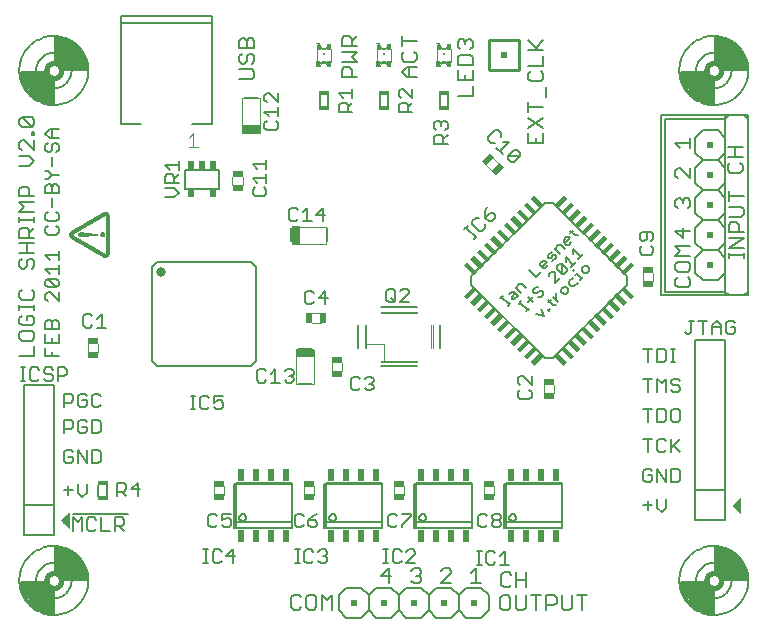
<source format=gto>
G75*
G70*
%OFA0B0*%
%FSLAX24Y24*%
%IPPOS*%
%LPD*%
%AMOC8*
5,1,8,0,0,1.08239X$1,22.5*
%
%ADD10C,0.0060*%
%ADD11C,0.0070*%
%ADD12C,0.0050*%
%ADD13R,0.0193X0.0433*%
%ADD14C,0.0080*%
%ADD15R,0.0200X0.0200*%
%ADD16R,0.0374X0.0197*%
%ADD17C,0.0040*%
%ADD18R,0.0472X0.0079*%
%ADD19R,0.0591X0.0256*%
%ADD20C,0.0025*%
%ADD21C,0.0100*%
%ADD22C,0.0180*%
%ADD23C,0.0020*%
%ADD24C,0.0090*%
%ADD25R,0.0006X0.0006*%
%ADD26R,0.0006X0.0006*%
%ADD27R,0.0006X0.0006*%
%ADD28R,0.0006X0.0006*%
%ADD29R,0.0340X0.0160*%
%ADD30R,0.0128X0.0197*%
%ADD31R,0.0059X0.0098*%
%ADD32R,0.0157X0.0069*%
%ADD33R,0.0079X0.0079*%
%ADD34R,0.0118X0.0118*%
%ADD35R,0.0128X0.0030*%
%ADD36R,0.0472X0.0157*%
%ADD37C,0.0079*%
%ADD38C,0.0315*%
%ADD39R,0.0079X0.0472*%
%ADD40R,0.0256X0.0591*%
%ADD41R,0.0197X0.0256*%
%ADD42R,0.0197X0.0374*%
D10*
X002467Y008948D02*
X002469Y009015D01*
X002475Y009083D01*
X002485Y009150D01*
X002499Y009216D01*
X002516Y009281D01*
X002538Y009345D01*
X002563Y009408D01*
X002592Y009469D01*
X002624Y009528D01*
X002660Y009585D01*
X002699Y009640D01*
X002741Y009693D01*
X002786Y009743D01*
X002834Y009790D01*
X002885Y009835D01*
X002938Y009876D01*
X002994Y009915D01*
X003052Y009950D01*
X003112Y009981D01*
X003173Y010009D01*
X003236Y010033D01*
X003300Y010054D01*
X003366Y010070D01*
X003432Y010083D01*
X003499Y010092D01*
X003566Y010097D01*
X003634Y010098D01*
X003701Y010095D01*
X003768Y010088D01*
X003835Y010077D01*
X003901Y010062D01*
X003966Y010044D01*
X004030Y010021D01*
X004092Y009995D01*
X004153Y009966D01*
X004211Y009932D01*
X004268Y009896D01*
X004323Y009856D01*
X004375Y009813D01*
X004424Y009767D01*
X004471Y009718D01*
X004515Y009667D01*
X004555Y009613D01*
X004593Y009557D01*
X004627Y009498D01*
X004657Y009438D01*
X004684Y009376D01*
X004708Y009313D01*
X004727Y009248D01*
X004743Y009183D01*
X004755Y009116D01*
X004763Y009049D01*
X004767Y008982D01*
X004767Y008914D01*
X004763Y008847D01*
X004755Y008780D01*
X004743Y008713D01*
X004727Y008648D01*
X004708Y008583D01*
X004684Y008520D01*
X004657Y008458D01*
X004627Y008398D01*
X004593Y008339D01*
X004555Y008283D01*
X004515Y008229D01*
X004471Y008178D01*
X004424Y008129D01*
X004375Y008083D01*
X004323Y008040D01*
X004268Y008000D01*
X004211Y007964D01*
X004153Y007930D01*
X004092Y007901D01*
X004030Y007875D01*
X003966Y007852D01*
X003901Y007834D01*
X003835Y007819D01*
X003768Y007808D01*
X003701Y007801D01*
X003634Y007798D01*
X003566Y007799D01*
X003499Y007804D01*
X003432Y007813D01*
X003366Y007826D01*
X003300Y007842D01*
X003236Y007863D01*
X003173Y007887D01*
X003112Y007915D01*
X003052Y007946D01*
X002994Y007981D01*
X002938Y008020D01*
X002885Y008061D01*
X002834Y008106D01*
X002786Y008153D01*
X002741Y008203D01*
X002699Y008256D01*
X002660Y008311D01*
X002624Y008368D01*
X002592Y008427D01*
X002563Y008488D01*
X002538Y008551D01*
X002516Y008615D01*
X002499Y008680D01*
X002485Y008746D01*
X002475Y008813D01*
X002469Y008881D01*
X002467Y008948D01*
X005101Y011778D02*
X005101Y012118D01*
X005382Y012118D02*
X005382Y011778D01*
X003774Y016416D02*
X003334Y016416D01*
X003334Y016709D01*
X003334Y016876D02*
X003774Y016876D01*
X003774Y017170D01*
X003774Y017336D02*
X003334Y017336D01*
X003334Y017557D01*
X003407Y017630D01*
X003480Y017630D01*
X003554Y017557D01*
X003554Y017336D01*
X003774Y017336D02*
X003774Y017557D01*
X003701Y017630D01*
X003627Y017630D01*
X003554Y017557D01*
X003334Y017170D02*
X003334Y016876D01*
X003554Y016876D02*
X003554Y017023D01*
X003554Y016562D02*
X003554Y016416D01*
X003407Y018257D02*
X003334Y018330D01*
X003334Y018477D01*
X003407Y018551D01*
X003480Y018551D01*
X003774Y018257D01*
X003774Y018551D01*
X003701Y018717D02*
X003407Y018717D01*
X003334Y018791D01*
X003334Y018938D01*
X003407Y019011D01*
X003701Y018717D01*
X003774Y018791D01*
X003774Y018938D01*
X003701Y019011D01*
X003407Y019011D01*
X003480Y019178D02*
X003334Y019325D01*
X003774Y019325D01*
X003774Y019471D02*
X003774Y019178D01*
X003774Y019638D02*
X003774Y019932D01*
X003774Y019785D02*
X003334Y019785D01*
X003480Y019638D01*
X003407Y020478D02*
X003701Y020478D01*
X003774Y020552D01*
X003774Y020698D01*
X003701Y020772D01*
X003701Y020939D02*
X003407Y020939D01*
X003334Y021012D01*
X003334Y021159D01*
X003407Y021232D01*
X003554Y021399D02*
X003554Y021692D01*
X003554Y021859D02*
X003554Y022079D01*
X003627Y022153D01*
X003701Y022153D01*
X003774Y022079D01*
X003774Y021859D01*
X003334Y021859D01*
X003334Y022079D01*
X003407Y022153D01*
X003480Y022153D01*
X003554Y022079D01*
X003407Y022320D02*
X003554Y022466D01*
X003774Y022466D01*
X003554Y022466D02*
X003407Y022613D01*
X003334Y022613D01*
X003554Y022780D02*
X003554Y023074D01*
X003480Y023240D02*
X003554Y023314D01*
X003554Y023460D01*
X003627Y023534D01*
X003701Y023534D01*
X003774Y023460D01*
X003774Y023314D01*
X003701Y023240D01*
X003480Y023240D02*
X003407Y023240D01*
X003334Y023314D01*
X003334Y023460D01*
X003407Y023534D01*
X003480Y023701D02*
X003334Y023847D01*
X003480Y023994D01*
X003774Y023994D01*
X003554Y023994D02*
X003554Y023701D01*
X003480Y023701D02*
X003774Y023701D01*
X003407Y022320D02*
X003334Y022320D01*
X003701Y021232D02*
X003774Y021159D01*
X003774Y021012D01*
X003701Y020939D01*
X003407Y020772D02*
X003334Y020698D01*
X003334Y020552D01*
X003407Y020478D01*
X007994Y022004D02*
X008031Y022004D01*
X007994Y022004D02*
X009114Y022004D01*
X009077Y022004D01*
X009114Y022004D02*
X009114Y022642D01*
X009077Y022642D01*
X009114Y022642D02*
X007994Y022642D01*
X008031Y022642D01*
X007994Y022642D02*
X007994Y022004D01*
X008349Y022004D02*
X008760Y022004D01*
X008760Y022642D02*
X008723Y022642D01*
X008386Y022642D02*
X008349Y022642D01*
X009796Y025653D02*
X010213Y025653D01*
X010296Y025737D01*
X010296Y025904D01*
X010213Y025987D01*
X009796Y025987D01*
X009879Y026169D02*
X009796Y026252D01*
X009796Y026419D01*
X009879Y026503D01*
X010046Y026419D02*
X010129Y026503D01*
X010213Y026503D01*
X010296Y026419D01*
X010296Y026252D01*
X010213Y026169D01*
X010046Y026252D02*
X010046Y026419D01*
X010046Y026252D02*
X009963Y026169D01*
X009879Y026169D01*
X009796Y026685D02*
X009796Y026935D01*
X009879Y027018D01*
X009963Y027018D01*
X010046Y026935D01*
X010046Y026685D01*
X010046Y026935D02*
X010129Y027018D01*
X010213Y027018D01*
X010296Y026935D01*
X010296Y026685D01*
X009796Y026685D01*
X012476Y025118D02*
X012476Y024778D01*
X012757Y024778D02*
X012757Y025118D01*
X013211Y025728D02*
X013211Y025978D01*
X013295Y026062D01*
X013461Y026062D01*
X013545Y025978D01*
X013545Y025728D01*
X013712Y025728D02*
X013211Y025728D01*
X013211Y026244D02*
X013712Y026244D01*
X013545Y026411D01*
X013712Y026577D01*
X013211Y026577D01*
X013211Y026759D02*
X013211Y027010D01*
X013295Y027093D01*
X013461Y027093D01*
X013545Y027010D01*
X013545Y026759D01*
X013712Y026759D02*
X013211Y026759D01*
X013545Y026926D02*
X013712Y027093D01*
X015211Y027093D02*
X015211Y026759D01*
X015211Y026926D02*
X015712Y026926D01*
X015628Y026577D02*
X015712Y026494D01*
X015712Y026327D01*
X015628Y026244D01*
X015295Y026244D01*
X015211Y026327D01*
X015211Y026494D01*
X015295Y026577D01*
X015378Y026062D02*
X015712Y026062D01*
X015461Y026062D02*
X015461Y025728D01*
X015378Y025728D02*
X015211Y025895D01*
X015378Y026062D01*
X015378Y025728D02*
X015712Y025728D01*
X016476Y025118D02*
X016476Y024778D01*
X016757Y024778D02*
X016757Y025118D01*
X017086Y025103D02*
X017587Y025103D01*
X017587Y025437D01*
X017587Y025619D02*
X017587Y025952D01*
X017587Y026134D02*
X017587Y026385D01*
X017503Y026468D01*
X017170Y026468D01*
X017086Y026385D01*
X017086Y026134D01*
X017587Y026134D01*
X017336Y025786D02*
X017336Y025619D01*
X017086Y025619D02*
X017587Y025619D01*
X017086Y025619D02*
X017086Y025952D01*
X017170Y026650D02*
X017086Y026733D01*
X017086Y026900D01*
X017170Y026984D01*
X017253Y026984D01*
X017336Y026900D01*
X017420Y026984D01*
X017503Y026984D01*
X017587Y026900D01*
X017587Y026733D01*
X017503Y026650D01*
X017336Y026817D02*
X017336Y026900D01*
X019429Y026951D02*
X019762Y026618D01*
X019679Y026701D02*
X019929Y026951D01*
X019929Y026618D02*
X019429Y026618D01*
X019929Y026435D02*
X019929Y026102D01*
X019429Y026102D01*
X019512Y025920D02*
X019429Y025836D01*
X019429Y025670D01*
X019512Y025586D01*
X019846Y025586D01*
X019929Y025670D01*
X019929Y025836D01*
X019846Y025920D01*
X020012Y025404D02*
X020012Y025071D01*
X019929Y024722D02*
X019429Y024722D01*
X019429Y024555D02*
X019429Y024889D01*
X019429Y024373D02*
X019929Y024039D01*
X019929Y023857D02*
X019929Y023524D01*
X019429Y023524D01*
X019429Y023857D01*
X019429Y024039D02*
X019929Y024373D01*
X019679Y023691D02*
X019679Y023524D01*
X024336Y023520D02*
X024503Y023353D01*
X024336Y023520D02*
X024837Y023520D01*
X024837Y023353D02*
X024837Y023687D01*
X024992Y023698D02*
X024992Y023198D01*
X025242Y022948D01*
X024992Y022698D01*
X024992Y022198D01*
X025242Y021948D01*
X025742Y021948D01*
X025992Y022198D01*
X025992Y022698D01*
X025742Y022948D01*
X025242Y022948D01*
X024837Y022687D02*
X024837Y022353D01*
X024503Y022687D01*
X024420Y022687D01*
X024336Y022603D01*
X024336Y022437D01*
X024420Y022353D01*
X024420Y021687D02*
X024503Y021687D01*
X024586Y021603D01*
X024670Y021687D01*
X024753Y021687D01*
X024837Y021603D01*
X024837Y021437D01*
X024753Y021353D01*
X024586Y021520D02*
X024586Y021603D01*
X024420Y021687D02*
X024336Y021603D01*
X024336Y021437D01*
X024420Y021353D01*
X024992Y021198D02*
X024992Y021698D01*
X025242Y021948D01*
X025742Y021948D02*
X025992Y021698D01*
X025992Y021198D01*
X025742Y020948D01*
X025992Y020698D01*
X025992Y020198D01*
X025742Y019948D01*
X025992Y019698D01*
X025992Y019198D01*
X025742Y018948D01*
X025242Y018948D01*
X024992Y019198D01*
X024992Y019698D01*
X025242Y019948D01*
X024992Y020198D01*
X024992Y020698D01*
X025242Y020948D01*
X024992Y021198D01*
X025242Y020948D02*
X025742Y020948D01*
X026116Y021073D02*
X026533Y021073D01*
X026617Y021157D01*
X026617Y021323D01*
X026533Y021407D01*
X026116Y021407D01*
X026116Y021589D02*
X026116Y021922D01*
X026116Y021756D02*
X026617Y021756D01*
X026503Y022541D02*
X026169Y022541D01*
X026086Y022624D01*
X026086Y022791D01*
X026169Y022874D01*
X026086Y023056D02*
X026586Y023056D01*
X026503Y022874D02*
X026586Y022791D01*
X026586Y022624D01*
X026503Y022541D01*
X026336Y023056D02*
X026336Y023390D01*
X026086Y023390D02*
X026586Y023390D01*
X025992Y023198D02*
X025742Y022948D01*
X025992Y023198D02*
X025992Y023698D01*
X025742Y023948D01*
X025242Y023948D01*
X024992Y023698D01*
X024467Y025948D02*
X024469Y026015D01*
X024475Y026083D01*
X024485Y026150D01*
X024499Y026216D01*
X024516Y026281D01*
X024538Y026345D01*
X024563Y026408D01*
X024592Y026469D01*
X024624Y026528D01*
X024660Y026585D01*
X024699Y026640D01*
X024741Y026693D01*
X024786Y026743D01*
X024834Y026790D01*
X024885Y026835D01*
X024938Y026876D01*
X024994Y026915D01*
X025052Y026950D01*
X025112Y026981D01*
X025173Y027009D01*
X025236Y027033D01*
X025300Y027054D01*
X025366Y027070D01*
X025432Y027083D01*
X025499Y027092D01*
X025566Y027097D01*
X025634Y027098D01*
X025701Y027095D01*
X025768Y027088D01*
X025835Y027077D01*
X025901Y027062D01*
X025966Y027044D01*
X026030Y027021D01*
X026092Y026995D01*
X026153Y026966D01*
X026211Y026932D01*
X026268Y026896D01*
X026323Y026856D01*
X026375Y026813D01*
X026424Y026767D01*
X026471Y026718D01*
X026515Y026667D01*
X026555Y026613D01*
X026593Y026557D01*
X026627Y026498D01*
X026657Y026438D01*
X026684Y026376D01*
X026708Y026313D01*
X026727Y026248D01*
X026743Y026183D01*
X026755Y026116D01*
X026763Y026049D01*
X026767Y025982D01*
X026767Y025914D01*
X026763Y025847D01*
X026755Y025780D01*
X026743Y025713D01*
X026727Y025648D01*
X026708Y025583D01*
X026684Y025520D01*
X026657Y025458D01*
X026627Y025398D01*
X026593Y025339D01*
X026555Y025283D01*
X026515Y025229D01*
X026471Y025178D01*
X026424Y025129D01*
X026375Y025083D01*
X026323Y025040D01*
X026268Y025000D01*
X026211Y024964D01*
X026153Y024930D01*
X026092Y024901D01*
X026030Y024875D01*
X025966Y024852D01*
X025901Y024834D01*
X025835Y024819D01*
X025768Y024808D01*
X025701Y024801D01*
X025634Y024798D01*
X025566Y024799D01*
X025499Y024804D01*
X025432Y024813D01*
X025366Y024826D01*
X025300Y024842D01*
X025236Y024863D01*
X025173Y024887D01*
X025112Y024915D01*
X025052Y024946D01*
X024994Y024981D01*
X024938Y025020D01*
X024885Y025061D01*
X024834Y025106D01*
X024786Y025153D01*
X024741Y025203D01*
X024699Y025256D01*
X024660Y025311D01*
X024624Y025368D01*
X024592Y025427D01*
X024563Y025488D01*
X024538Y025551D01*
X024516Y025615D01*
X024499Y025680D01*
X024485Y025746D01*
X024475Y025813D01*
X024469Y025881D01*
X024467Y025948D01*
X024586Y020687D02*
X024586Y020353D01*
X024336Y020603D01*
X024837Y020603D01*
X024837Y020093D02*
X024336Y020093D01*
X024503Y019926D01*
X024336Y019759D01*
X024837Y019759D01*
X024753Y019577D02*
X024420Y019577D01*
X024336Y019494D01*
X024336Y019327D01*
X024420Y019244D01*
X024753Y019244D01*
X024837Y019327D01*
X024837Y019494D01*
X024753Y019577D01*
X024753Y019062D02*
X024837Y018978D01*
X024837Y018812D01*
X024753Y018728D01*
X024420Y018728D01*
X024336Y018812D01*
X024336Y018978D01*
X024420Y019062D01*
X025242Y019948D02*
X025742Y019948D01*
X026116Y019865D02*
X026116Y019698D01*
X026116Y019782D02*
X026617Y019782D01*
X026617Y019865D02*
X026617Y019698D01*
X026617Y020042D02*
X026116Y020042D01*
X026617Y020376D01*
X026116Y020376D01*
X026116Y020558D02*
X026116Y020808D01*
X026200Y020891D01*
X026366Y020891D01*
X026450Y020808D01*
X026450Y020558D01*
X026617Y020558D02*
X026116Y020558D01*
X019371Y009229D02*
X019371Y008728D01*
X019371Y008978D02*
X019037Y008978D01*
X018855Y008812D02*
X018772Y008728D01*
X018605Y008728D01*
X018522Y008812D01*
X018522Y009145D01*
X018605Y009229D01*
X018772Y009229D01*
X018855Y009145D01*
X019037Y009229D02*
X019037Y008728D01*
X019007Y008449D02*
X019007Y008032D01*
X019091Y007948D01*
X019257Y007948D01*
X019341Y008032D01*
X019341Y008449D01*
X019523Y008449D02*
X019856Y008449D01*
X019690Y008449D02*
X019690Y007948D01*
X020038Y007948D02*
X020038Y008449D01*
X020289Y008449D01*
X020372Y008365D01*
X020372Y008198D01*
X020289Y008115D01*
X020038Y008115D01*
X020554Y008032D02*
X020637Y007948D01*
X020804Y007948D01*
X020888Y008032D01*
X020888Y008449D01*
X021070Y008449D02*
X021403Y008449D01*
X021236Y008449D02*
X021236Y007948D01*
X020554Y008032D02*
X020554Y008449D01*
X018825Y008365D02*
X018825Y008032D01*
X018742Y007948D01*
X018575Y007948D01*
X018492Y008032D01*
X018492Y008365D01*
X018575Y008449D01*
X018742Y008449D01*
X018825Y008365D01*
X018117Y008448D02*
X018117Y007948D01*
X017867Y007698D01*
X017367Y007698D01*
X017117Y007948D01*
X016867Y007698D01*
X016367Y007698D01*
X016117Y007948D01*
X016117Y008448D01*
X016367Y008698D01*
X016867Y008698D01*
X017117Y008448D01*
X017367Y008698D01*
X017867Y008698D01*
X018117Y008448D01*
X017855Y008853D02*
X017522Y008853D01*
X017688Y008853D02*
X017688Y009354D01*
X017522Y009187D01*
X017117Y008448D02*
X017117Y007948D01*
X016855Y008853D02*
X016522Y008853D01*
X016855Y009187D01*
X016855Y009270D01*
X016772Y009354D01*
X016605Y009354D01*
X016522Y009270D01*
X015855Y009270D02*
X015855Y009187D01*
X015772Y009103D01*
X015855Y009020D01*
X015855Y008937D01*
X015772Y008853D01*
X015605Y008853D01*
X015522Y008937D01*
X015688Y009103D02*
X015772Y009103D01*
X015855Y009270D02*
X015772Y009354D01*
X015605Y009354D01*
X015522Y009270D01*
X015367Y008698D02*
X015867Y008698D01*
X016117Y008448D01*
X016117Y007948D02*
X015867Y007698D01*
X015367Y007698D01*
X015117Y007948D01*
X014867Y007698D01*
X014367Y007698D01*
X014117Y007948D01*
X013867Y007698D01*
X013367Y007698D01*
X013117Y007948D01*
X013117Y008448D01*
X013367Y008698D01*
X013867Y008698D01*
X014117Y008448D01*
X014367Y008698D01*
X014867Y008698D01*
X015117Y008448D01*
X015367Y008698D01*
X015117Y008448D02*
X015117Y007948D01*
X014772Y008853D02*
X014772Y009354D01*
X014522Y009103D01*
X014855Y009103D01*
X014117Y008448D02*
X014117Y007948D01*
X012886Y007978D02*
X012886Y008479D01*
X012720Y008312D01*
X012553Y008479D01*
X012553Y007978D01*
X012371Y008062D02*
X012371Y008395D01*
X012287Y008479D01*
X012121Y008479D01*
X012037Y008395D01*
X012037Y008062D01*
X012121Y007978D01*
X012287Y007978D01*
X012371Y008062D01*
X011855Y008062D02*
X011772Y007978D01*
X011605Y007978D01*
X011522Y008062D01*
X011522Y008395D01*
X011605Y008479D01*
X011772Y008479D01*
X011855Y008395D01*
X024467Y008948D02*
X024469Y009015D01*
X024475Y009083D01*
X024485Y009150D01*
X024499Y009216D01*
X024516Y009281D01*
X024538Y009345D01*
X024563Y009408D01*
X024592Y009469D01*
X024624Y009528D01*
X024660Y009585D01*
X024699Y009640D01*
X024741Y009693D01*
X024786Y009743D01*
X024834Y009790D01*
X024885Y009835D01*
X024938Y009876D01*
X024994Y009915D01*
X025052Y009950D01*
X025112Y009981D01*
X025173Y010009D01*
X025236Y010033D01*
X025300Y010054D01*
X025366Y010070D01*
X025432Y010083D01*
X025499Y010092D01*
X025566Y010097D01*
X025634Y010098D01*
X025701Y010095D01*
X025768Y010088D01*
X025835Y010077D01*
X025901Y010062D01*
X025966Y010044D01*
X026030Y010021D01*
X026092Y009995D01*
X026153Y009966D01*
X026211Y009932D01*
X026268Y009896D01*
X026323Y009856D01*
X026375Y009813D01*
X026424Y009767D01*
X026471Y009718D01*
X026515Y009667D01*
X026555Y009613D01*
X026593Y009557D01*
X026627Y009498D01*
X026657Y009438D01*
X026684Y009376D01*
X026708Y009313D01*
X026727Y009248D01*
X026743Y009183D01*
X026755Y009116D01*
X026763Y009049D01*
X026767Y008982D01*
X026767Y008914D01*
X026763Y008847D01*
X026755Y008780D01*
X026743Y008713D01*
X026727Y008648D01*
X026708Y008583D01*
X026684Y008520D01*
X026657Y008458D01*
X026627Y008398D01*
X026593Y008339D01*
X026555Y008283D01*
X026515Y008229D01*
X026471Y008178D01*
X026424Y008129D01*
X026375Y008083D01*
X026323Y008040D01*
X026268Y008000D01*
X026211Y007964D01*
X026153Y007930D01*
X026092Y007901D01*
X026030Y007875D01*
X025966Y007852D01*
X025901Y007834D01*
X025835Y007819D01*
X025768Y007808D01*
X025701Y007801D01*
X025634Y007798D01*
X025566Y007799D01*
X025499Y007804D01*
X025432Y007813D01*
X025366Y007826D01*
X025300Y007842D01*
X025236Y007863D01*
X025173Y007887D01*
X025112Y007915D01*
X025052Y007946D01*
X024994Y007981D01*
X024938Y008020D01*
X024885Y008061D01*
X024834Y008106D01*
X024786Y008153D01*
X024741Y008203D01*
X024699Y008256D01*
X024660Y008311D01*
X024624Y008368D01*
X024592Y008427D01*
X024563Y008488D01*
X024538Y008551D01*
X024516Y008615D01*
X024499Y008680D01*
X024485Y008746D01*
X024475Y008813D01*
X024469Y008881D01*
X024467Y008948D01*
X014757Y024778D02*
X014757Y025118D01*
X014476Y025118D02*
X014476Y024778D01*
X002467Y025948D02*
X002469Y026015D01*
X002475Y026083D01*
X002485Y026150D01*
X002499Y026216D01*
X002516Y026281D01*
X002538Y026345D01*
X002563Y026408D01*
X002592Y026469D01*
X002624Y026528D01*
X002660Y026585D01*
X002699Y026640D01*
X002741Y026693D01*
X002786Y026743D01*
X002834Y026790D01*
X002885Y026835D01*
X002938Y026876D01*
X002994Y026915D01*
X003052Y026950D01*
X003112Y026981D01*
X003173Y027009D01*
X003236Y027033D01*
X003300Y027054D01*
X003366Y027070D01*
X003432Y027083D01*
X003499Y027092D01*
X003566Y027097D01*
X003634Y027098D01*
X003701Y027095D01*
X003768Y027088D01*
X003835Y027077D01*
X003901Y027062D01*
X003966Y027044D01*
X004030Y027021D01*
X004092Y026995D01*
X004153Y026966D01*
X004211Y026932D01*
X004268Y026896D01*
X004323Y026856D01*
X004375Y026813D01*
X004424Y026767D01*
X004471Y026718D01*
X004515Y026667D01*
X004555Y026613D01*
X004593Y026557D01*
X004627Y026498D01*
X004657Y026438D01*
X004684Y026376D01*
X004708Y026313D01*
X004727Y026248D01*
X004743Y026183D01*
X004755Y026116D01*
X004763Y026049D01*
X004767Y025982D01*
X004767Y025914D01*
X004763Y025847D01*
X004755Y025780D01*
X004743Y025713D01*
X004727Y025648D01*
X004708Y025583D01*
X004684Y025520D01*
X004657Y025458D01*
X004627Y025398D01*
X004593Y025339D01*
X004555Y025283D01*
X004515Y025229D01*
X004471Y025178D01*
X004424Y025129D01*
X004375Y025083D01*
X004323Y025040D01*
X004268Y025000D01*
X004211Y024964D01*
X004153Y024930D01*
X004092Y024901D01*
X004030Y024875D01*
X003966Y024852D01*
X003901Y024834D01*
X003835Y024819D01*
X003768Y024808D01*
X003701Y024801D01*
X003634Y024798D01*
X003566Y024799D01*
X003499Y024804D01*
X003432Y024813D01*
X003366Y024826D01*
X003300Y024842D01*
X003236Y024863D01*
X003173Y024887D01*
X003112Y024915D01*
X003052Y024946D01*
X002994Y024981D01*
X002938Y025020D01*
X002885Y025061D01*
X002834Y025106D01*
X002786Y025153D01*
X002741Y025203D01*
X002699Y025256D01*
X002660Y025311D01*
X002624Y025368D01*
X002592Y025427D01*
X002563Y025488D01*
X002538Y025551D01*
X002516Y025615D01*
X002499Y025680D01*
X002485Y025746D01*
X002475Y025813D01*
X002469Y025881D01*
X002467Y025948D01*
D11*
X002548Y024396D02*
X002875Y024069D01*
X002957Y024151D01*
X002957Y024314D01*
X002875Y024396D01*
X002548Y024396D01*
X002466Y024314D01*
X002466Y024151D01*
X002548Y024069D01*
X002875Y024069D01*
X002875Y023893D02*
X002957Y023893D01*
X002957Y023811D01*
X002875Y023811D01*
X002875Y023893D01*
X002957Y023623D02*
X002957Y023296D01*
X002630Y023623D01*
X002548Y023623D01*
X002466Y023541D01*
X002466Y023377D01*
X002548Y023296D01*
X002466Y023107D02*
X002793Y023107D01*
X002957Y022944D01*
X002793Y022780D01*
X002466Y022780D01*
X002548Y022076D02*
X002711Y022076D01*
X002793Y021994D01*
X002793Y021749D01*
X002957Y021749D02*
X002466Y021749D01*
X002466Y021994D01*
X002548Y022076D01*
X002466Y021560D02*
X002957Y021560D01*
X002957Y021233D02*
X002466Y021233D01*
X002630Y021397D01*
X002466Y021560D01*
X002466Y021053D02*
X002466Y020889D01*
X002466Y020971D02*
X002957Y020971D01*
X002957Y020889D02*
X002957Y021053D01*
X002957Y020701D02*
X002793Y020537D01*
X002793Y020619D02*
X002793Y020374D01*
X002957Y020374D02*
X002466Y020374D01*
X002466Y020619D01*
X002548Y020701D01*
X002711Y020701D01*
X002793Y020619D01*
X002711Y020185D02*
X002711Y019858D01*
X002793Y019670D02*
X002711Y019588D01*
X002711Y019424D01*
X002630Y019343D01*
X002548Y019343D01*
X002466Y019424D01*
X002466Y019588D01*
X002548Y019670D01*
X002466Y019858D02*
X002957Y019858D01*
X002875Y019670D02*
X002957Y019588D01*
X002957Y019424D01*
X002875Y019343D01*
X002875Y019670D02*
X002793Y019670D01*
X002957Y020185D02*
X002466Y020185D01*
X002548Y018638D02*
X002466Y018557D01*
X002466Y018393D01*
X002548Y018311D01*
X002875Y018311D01*
X002957Y018393D01*
X002957Y018557D01*
X002875Y018638D01*
X002957Y018131D02*
X002957Y017968D01*
X002957Y018049D02*
X002466Y018049D01*
X002466Y017968D02*
X002466Y018131D01*
X002548Y017779D02*
X002466Y017697D01*
X002466Y017534D01*
X002548Y017452D01*
X002875Y017452D01*
X002957Y017534D01*
X002957Y017697D01*
X002875Y017779D01*
X002711Y017779D01*
X002711Y017615D01*
X002548Y017263D02*
X002466Y017182D01*
X002466Y017018D01*
X002548Y016936D01*
X002875Y016936D01*
X002957Y017018D01*
X002957Y017182D01*
X002875Y017263D01*
X002548Y017263D01*
X002957Y016748D02*
X002957Y016421D01*
X002466Y016421D01*
D12*
X002517Y016049D02*
X002667Y016049D01*
X002592Y016049D02*
X002592Y015598D01*
X002517Y015598D02*
X002667Y015598D01*
X002617Y015448D02*
X003617Y015448D01*
X003617Y011448D01*
X002617Y011448D01*
X002617Y015448D01*
X002823Y015673D02*
X002898Y015598D01*
X003049Y015598D01*
X003124Y015673D01*
X003284Y015673D02*
X003359Y015598D01*
X003509Y015598D01*
X003584Y015673D01*
X003584Y015748D01*
X003509Y015823D01*
X003359Y015823D01*
X003284Y015898D01*
X003284Y015974D01*
X003359Y016049D01*
X003509Y016049D01*
X003584Y015974D01*
X003744Y016049D02*
X003969Y016049D01*
X004044Y015974D01*
X004044Y015823D01*
X003969Y015748D01*
X003744Y015748D01*
X003744Y015598D02*
X003744Y016049D01*
X003124Y015974D02*
X003049Y016049D01*
X002898Y016049D01*
X002823Y015974D01*
X002823Y015673D01*
X003954Y015174D02*
X003954Y014723D01*
X003954Y014873D02*
X004179Y014873D01*
X004254Y014948D01*
X004254Y015099D01*
X004179Y015174D01*
X003954Y015174D01*
X004414Y015099D02*
X004414Y014798D01*
X004489Y014723D01*
X004640Y014723D01*
X004715Y014798D01*
X004715Y014948D01*
X004564Y014948D01*
X004414Y015099D02*
X004489Y015174D01*
X004640Y015174D01*
X004715Y015099D01*
X004875Y015099D02*
X004875Y014798D01*
X004950Y014723D01*
X005100Y014723D01*
X005175Y014798D01*
X005175Y015099D02*
X005100Y015174D01*
X004950Y015174D01*
X004875Y015099D01*
X004875Y014299D02*
X005100Y014299D01*
X005175Y014224D01*
X005175Y013923D01*
X005100Y013848D01*
X004875Y013848D01*
X004875Y014299D01*
X004715Y014224D02*
X004640Y014299D01*
X004489Y014299D01*
X004414Y014224D01*
X004414Y013923D01*
X004489Y013848D01*
X004640Y013848D01*
X004715Y013923D01*
X004715Y014073D01*
X004564Y014073D01*
X004254Y014073D02*
X004179Y013998D01*
X003954Y013998D01*
X003954Y013848D02*
X003954Y014299D01*
X004179Y014299D01*
X004254Y014224D01*
X004254Y014073D01*
X004179Y013299D02*
X004029Y013299D01*
X003954Y013224D01*
X003954Y012923D01*
X004029Y012848D01*
X004179Y012848D01*
X004254Y012923D01*
X004254Y013073D01*
X004104Y013073D01*
X004254Y013224D02*
X004179Y013299D01*
X004414Y013299D02*
X004414Y012848D01*
X004715Y012848D02*
X004414Y013299D01*
X004715Y013299D02*
X004715Y012848D01*
X004875Y012848D02*
X005100Y012848D01*
X005175Y012923D01*
X005175Y013224D01*
X005100Y013299D01*
X004875Y013299D01*
X004875Y012848D01*
X004715Y012174D02*
X004715Y011873D01*
X004565Y011723D01*
X004414Y011873D01*
X004414Y012174D01*
X004254Y011948D02*
X003954Y011948D01*
X004104Y012099D02*
X004104Y011798D01*
X003617Y011448D02*
X003617Y010448D01*
X002617Y010448D01*
X002617Y011448D01*
X004242Y011148D02*
X006083Y011148D01*
X005948Y010974D02*
X005948Y010823D01*
X005873Y010748D01*
X005648Y010748D01*
X005798Y010748D02*
X005948Y010598D01*
X005648Y010598D02*
X005648Y011049D01*
X005873Y011049D01*
X005948Y010974D01*
X005487Y010598D02*
X005187Y010598D01*
X005187Y011049D01*
X005027Y010974D02*
X004952Y011049D01*
X004802Y011049D01*
X004727Y010974D01*
X004727Y010673D01*
X004802Y010598D01*
X004952Y010598D01*
X005027Y010673D01*
X004567Y010598D02*
X004567Y011049D01*
X004417Y010898D01*
X004267Y011049D01*
X004267Y010598D01*
X005729Y011761D02*
X005729Y012211D01*
X005954Y012211D01*
X006029Y012136D01*
X006029Y011986D01*
X005954Y011911D01*
X005729Y011911D01*
X005879Y011911D02*
X006029Y011761D01*
X006189Y011986D02*
X006490Y011986D01*
X006415Y011761D02*
X006415Y012211D01*
X006189Y011986D01*
X008601Y009986D02*
X008751Y009986D01*
X008676Y009986D02*
X008676Y009536D01*
X008601Y009536D02*
X008751Y009536D01*
X008908Y009611D02*
X008983Y009536D01*
X009133Y009536D01*
X009208Y009611D01*
X009369Y009761D02*
X009669Y009761D01*
X009594Y009536D02*
X009594Y009986D01*
X009369Y009761D01*
X009208Y009911D02*
X009133Y009986D01*
X008983Y009986D01*
X008908Y009911D01*
X008908Y009611D01*
X008842Y010723D02*
X008992Y010723D01*
X009067Y010798D01*
X009227Y010798D02*
X009302Y010723D01*
X009452Y010723D01*
X009527Y010798D01*
X009527Y010948D01*
X009452Y011023D01*
X009377Y011023D01*
X009227Y010948D01*
X009227Y011174D01*
X009527Y011174D01*
X009067Y011099D02*
X008992Y011174D01*
X008842Y011174D01*
X008767Y011099D01*
X008767Y010798D01*
X008842Y010723D01*
X009632Y010700D02*
X009632Y012157D01*
X011561Y012157D01*
X011561Y010700D01*
X009632Y010700D01*
X009797Y011054D02*
X009799Y011074D01*
X009804Y011094D01*
X009814Y011112D01*
X009826Y011129D01*
X009841Y011143D01*
X009859Y011153D01*
X009878Y011161D01*
X009898Y011165D01*
X009918Y011165D01*
X009938Y011161D01*
X009957Y011153D01*
X009975Y011143D01*
X009990Y011129D01*
X010002Y011112D01*
X010012Y011094D01*
X010017Y011074D01*
X010019Y011054D01*
X010017Y011034D01*
X010012Y011014D01*
X010002Y010996D01*
X009990Y010979D01*
X009975Y010965D01*
X009957Y010955D01*
X009938Y010947D01*
X009918Y010943D01*
X009898Y010943D01*
X009878Y010947D01*
X009859Y010955D01*
X009841Y010965D01*
X009826Y010979D01*
X009814Y010996D01*
X009804Y011014D01*
X009799Y011034D01*
X009797Y011054D01*
X011642Y011099D02*
X011642Y010798D01*
X011717Y010723D01*
X011867Y010723D01*
X011942Y010798D01*
X012102Y010798D02*
X012102Y010948D01*
X012327Y010948D01*
X012402Y010873D01*
X012402Y010798D01*
X012327Y010723D01*
X012177Y010723D01*
X012102Y010798D01*
X012102Y010948D02*
X012252Y011099D01*
X012402Y011174D01*
X011942Y011099D02*
X011867Y011174D01*
X011717Y011174D01*
X011642Y011099D01*
X012632Y010700D02*
X012632Y012157D01*
X014561Y012157D01*
X014561Y010700D01*
X012632Y010700D01*
X012797Y011054D02*
X012799Y011074D01*
X012804Y011094D01*
X012814Y011112D01*
X012826Y011129D01*
X012841Y011143D01*
X012859Y011153D01*
X012878Y011161D01*
X012898Y011165D01*
X012918Y011165D01*
X012938Y011161D01*
X012957Y011153D01*
X012975Y011143D01*
X012990Y011129D01*
X013002Y011112D01*
X013012Y011094D01*
X013017Y011074D01*
X013019Y011054D01*
X013017Y011034D01*
X013012Y011014D01*
X013002Y010996D01*
X012990Y010979D01*
X012975Y010965D01*
X012957Y010955D01*
X012938Y010947D01*
X012918Y010943D01*
X012898Y010943D01*
X012878Y010947D01*
X012859Y010955D01*
X012841Y010965D01*
X012826Y010979D01*
X012814Y010996D01*
X012804Y011014D01*
X012799Y011034D01*
X012797Y011054D01*
X012656Y009986D02*
X012506Y009986D01*
X012431Y009911D01*
X012271Y009911D02*
X012196Y009986D01*
X012046Y009986D01*
X011971Y009911D01*
X011971Y009611D01*
X012046Y009536D01*
X012196Y009536D01*
X012271Y009611D01*
X012431Y009611D02*
X012506Y009536D01*
X012656Y009536D01*
X012731Y009611D01*
X012731Y009686D01*
X012656Y009761D01*
X012581Y009761D01*
X012656Y009761D02*
X012731Y009836D01*
X012731Y009911D01*
X012656Y009986D01*
X011814Y009986D02*
X011664Y009986D01*
X011739Y009986D02*
X011739Y009536D01*
X011664Y009536D02*
X011814Y009536D01*
X014601Y009536D02*
X014751Y009536D01*
X014676Y009536D02*
X014676Y009986D01*
X014601Y009986D02*
X014751Y009986D01*
X014908Y009911D02*
X014908Y009611D01*
X014983Y009536D01*
X015133Y009536D01*
X015209Y009611D01*
X015369Y009536D02*
X015669Y009836D01*
X015669Y009911D01*
X015594Y009986D01*
X015444Y009986D01*
X015369Y009911D01*
X015209Y009911D02*
X015133Y009986D01*
X014983Y009986D01*
X014908Y009911D01*
X015369Y009536D02*
X015669Y009536D01*
X015632Y010700D02*
X015632Y012157D01*
X017561Y012157D01*
X017561Y010700D01*
X015632Y010700D01*
X015527Y011099D02*
X015227Y010798D01*
X015227Y010723D01*
X015067Y010798D02*
X014992Y010723D01*
X014842Y010723D01*
X014767Y010798D01*
X014767Y011099D01*
X014842Y011174D01*
X014992Y011174D01*
X015067Y011099D01*
X015227Y011174D02*
X015527Y011174D01*
X015527Y011099D01*
X015797Y011054D02*
X015799Y011074D01*
X015804Y011094D01*
X015814Y011112D01*
X015826Y011129D01*
X015841Y011143D01*
X015859Y011153D01*
X015878Y011161D01*
X015898Y011165D01*
X015918Y011165D01*
X015938Y011161D01*
X015957Y011153D01*
X015975Y011143D01*
X015990Y011129D01*
X016002Y011112D01*
X016012Y011094D01*
X016017Y011074D01*
X016019Y011054D01*
X016017Y011034D01*
X016012Y011014D01*
X016002Y010996D01*
X015990Y010979D01*
X015975Y010965D01*
X015957Y010955D01*
X015938Y010947D01*
X015918Y010943D01*
X015898Y010943D01*
X015878Y010947D01*
X015859Y010955D01*
X015841Y010965D01*
X015826Y010979D01*
X015814Y010996D01*
X015804Y011014D01*
X015799Y011034D01*
X015797Y011054D01*
X017726Y009924D02*
X017876Y009924D01*
X017801Y009924D02*
X017801Y009473D01*
X017726Y009473D02*
X017876Y009473D01*
X018033Y009548D02*
X018108Y009473D01*
X018258Y009473D01*
X018333Y009548D01*
X018494Y009473D02*
X018794Y009473D01*
X018644Y009473D02*
X018644Y009924D01*
X018494Y009773D01*
X018333Y009849D02*
X018258Y009924D01*
X018108Y009924D01*
X018033Y009849D01*
X018033Y009548D01*
X017992Y010723D02*
X018067Y010798D01*
X017992Y010723D02*
X017842Y010723D01*
X017767Y010798D01*
X017767Y011099D01*
X017842Y011174D01*
X017992Y011174D01*
X018067Y011099D01*
X018227Y011099D02*
X018227Y011023D01*
X018302Y010948D01*
X018452Y010948D01*
X018527Y010873D01*
X018527Y010798D01*
X018452Y010723D01*
X018302Y010723D01*
X018227Y010798D01*
X018227Y010873D01*
X018302Y010948D01*
X018452Y010948D02*
X018527Y011023D01*
X018527Y011099D01*
X018452Y011174D01*
X018302Y011174D01*
X018227Y011099D01*
X018632Y010700D02*
X018632Y012157D01*
X020561Y012157D01*
X020561Y010700D01*
X018632Y010700D01*
X018797Y011054D02*
X018799Y011074D01*
X018804Y011094D01*
X018814Y011112D01*
X018826Y011129D01*
X018841Y011143D01*
X018859Y011153D01*
X018878Y011161D01*
X018898Y011165D01*
X018918Y011165D01*
X018938Y011161D01*
X018957Y011153D01*
X018975Y011143D01*
X018990Y011129D01*
X019002Y011112D01*
X019012Y011094D01*
X019017Y011074D01*
X019019Y011054D01*
X019017Y011034D01*
X019012Y011014D01*
X019002Y010996D01*
X018990Y010979D01*
X018975Y010965D01*
X018957Y010955D01*
X018938Y010947D01*
X018918Y010943D01*
X018898Y010943D01*
X018878Y010947D01*
X018859Y010955D01*
X018841Y010965D01*
X018826Y010979D01*
X018814Y010996D01*
X018804Y011014D01*
X018799Y011034D01*
X018797Y011054D01*
X019166Y014998D02*
X019466Y014998D01*
X019542Y015073D01*
X019542Y015223D01*
X019466Y015298D01*
X019542Y015459D02*
X019241Y015759D01*
X019166Y015759D01*
X019091Y015684D01*
X019091Y015534D01*
X019166Y015459D01*
X019166Y015298D02*
X019091Y015223D01*
X019091Y015073D01*
X019166Y014998D01*
X019542Y015459D02*
X019542Y015759D01*
X019949Y017754D02*
X019701Y017836D01*
X019867Y018001D02*
X019949Y017754D01*
X020127Y017931D02*
X020168Y017973D01*
X020127Y018014D01*
X020086Y017973D01*
X020127Y017931D01*
X020257Y018144D02*
X020092Y018309D01*
X020092Y018227D02*
X020175Y018309D01*
X020266Y018400D02*
X020431Y018235D01*
X020348Y018318D02*
X020348Y018483D01*
X020389Y018524D01*
X020524Y018576D02*
X020606Y018493D01*
X020689Y018493D01*
X020771Y018576D01*
X020771Y018659D01*
X020689Y018741D01*
X020606Y018741D01*
X020524Y018659D01*
X020524Y018576D01*
X020321Y018876D02*
X020321Y019206D01*
X020280Y019247D01*
X020197Y019247D01*
X020115Y019165D01*
X020115Y019082D01*
X020321Y018876D02*
X020486Y019041D01*
X020540Y019177D02*
X020540Y019508D01*
X020706Y019343D01*
X020706Y019260D01*
X020623Y019177D01*
X020540Y019177D01*
X020375Y019343D01*
X020375Y019425D01*
X020458Y019508D01*
X020540Y019508D01*
X020677Y019562D02*
X020677Y019727D01*
X020925Y019479D01*
X020842Y019397D02*
X021007Y019562D01*
X021102Y019657D02*
X021268Y019822D01*
X021185Y019739D02*
X020937Y019987D01*
X020937Y019822D01*
X020643Y020010D02*
X020519Y020133D01*
X020436Y020133D01*
X020312Y020010D01*
X020478Y019844D01*
X020341Y019790D02*
X020258Y019790D01*
X020176Y019708D01*
X020093Y019708D01*
X020093Y019790D01*
X020217Y019914D01*
X020341Y019790D02*
X020341Y019708D01*
X020217Y019584D01*
X020039Y019571D02*
X019874Y019406D01*
X019915Y019365D02*
X019833Y019448D01*
X019833Y019530D01*
X019915Y019613D01*
X019998Y019613D01*
X020039Y019571D01*
X020081Y019448D02*
X019998Y019365D01*
X019915Y019365D01*
X019861Y019228D02*
X019696Y019063D01*
X019449Y019311D01*
X019217Y018831D02*
X019341Y018708D01*
X019217Y018831D02*
X019134Y018831D01*
X019010Y018708D01*
X019176Y018543D01*
X019080Y018447D02*
X018956Y018323D01*
X018874Y018323D01*
X018874Y018406D01*
X018998Y018530D01*
X018956Y018571D02*
X019080Y018447D01*
X018956Y018571D02*
X018874Y018571D01*
X018791Y018488D01*
X018576Y018439D02*
X018494Y018356D01*
X018535Y018397D02*
X018783Y018150D01*
X018742Y018109D02*
X018824Y018191D01*
X019119Y018169D02*
X019201Y018251D01*
X019160Y018210D02*
X019408Y017962D01*
X019367Y017921D02*
X019449Y018004D01*
X019416Y018218D02*
X019581Y018384D01*
X019635Y018520D02*
X019718Y018520D01*
X019801Y018603D01*
X019883Y018603D01*
X019924Y018561D01*
X019924Y018479D01*
X019842Y018396D01*
X019759Y018396D01*
X019635Y018520D02*
X019594Y018561D01*
X019594Y018644D01*
X019677Y018726D01*
X019759Y018726D01*
X019416Y018384D02*
X019581Y018218D01*
X020257Y018144D02*
X020340Y018144D01*
X020867Y018754D02*
X020949Y018754D01*
X021073Y018878D01*
X021168Y018973D02*
X021251Y019055D01*
X021210Y019014D02*
X021045Y019179D01*
X021003Y019138D01*
X020962Y019262D02*
X020921Y019303D01*
X020908Y019043D02*
X020784Y018919D01*
X020784Y018836D01*
X020867Y018754D01*
X021301Y019188D02*
X021218Y019270D01*
X021218Y019353D01*
X021301Y019435D01*
X021383Y019435D01*
X021466Y019353D01*
X021466Y019270D01*
X021383Y019188D01*
X021301Y019188D01*
X020779Y020146D02*
X020697Y020146D01*
X020614Y020229D01*
X020614Y020311D01*
X020697Y020394D01*
X020779Y020394D01*
X020820Y020353D01*
X020655Y020187D01*
X020779Y020146D02*
X020862Y020229D01*
X020998Y020448D02*
X021081Y020448D01*
X020998Y020448D02*
X020833Y020613D01*
X020833Y020530D02*
X020916Y020613D01*
X023154Y020496D02*
X023154Y020346D01*
X023229Y020271D01*
X023304Y020271D01*
X023379Y020346D01*
X023379Y020571D01*
X023529Y020571D02*
X023229Y020571D01*
X023154Y020496D01*
X023229Y020111D02*
X023154Y020036D01*
X023154Y019886D01*
X023229Y019811D01*
X023529Y019811D01*
X023604Y019886D01*
X023604Y020036D01*
X023529Y020111D01*
X023529Y020271D02*
X023604Y020346D01*
X023604Y020496D01*
X023529Y020571D01*
X023992Y018573D02*
X025992Y018573D01*
X026117Y018448D01*
X025992Y018448D01*
X025992Y018573D01*
X025992Y024323D01*
X026117Y024448D01*
X026617Y024448D01*
X026742Y024323D01*
X026742Y018573D01*
X026617Y018448D01*
X026117Y018448D01*
X025992Y018448D02*
X023867Y018448D01*
X023867Y024448D01*
X025992Y024448D01*
X025992Y024323D01*
X023992Y024323D01*
X023992Y018573D01*
X024792Y017611D02*
X024942Y017611D01*
X024867Y017611D02*
X024867Y017236D01*
X024792Y017161D01*
X024717Y017161D01*
X024642Y017236D01*
X024992Y016948D02*
X025992Y016948D01*
X025992Y011948D01*
X024992Y011948D01*
X024992Y016948D01*
X025252Y017161D02*
X025252Y017611D01*
X025102Y017611D02*
X025402Y017611D01*
X025562Y017461D02*
X025712Y017611D01*
X025862Y017461D01*
X025862Y017161D01*
X026023Y017236D02*
X026023Y017536D01*
X026098Y017611D01*
X026248Y017611D01*
X026323Y017536D01*
X026323Y017386D02*
X026173Y017386D01*
X026323Y017386D02*
X026323Y017236D01*
X026248Y017161D01*
X026098Y017161D01*
X026023Y017236D01*
X025862Y017386D02*
X025562Y017386D01*
X025562Y017461D02*
X025562Y017161D01*
X024337Y016674D02*
X024187Y016674D01*
X024262Y016674D02*
X024262Y016223D01*
X024187Y016223D02*
X024337Y016223D01*
X024027Y016298D02*
X024027Y016599D01*
X023952Y016674D01*
X023727Y016674D01*
X023727Y016223D01*
X023952Y016223D01*
X024027Y016298D01*
X023567Y016674D02*
X023267Y016674D01*
X023417Y016674D02*
X023417Y016223D01*
X023417Y015674D02*
X023417Y015223D01*
X023727Y015223D02*
X023727Y015674D01*
X023877Y015523D01*
X024027Y015674D01*
X024027Y015223D01*
X024187Y015298D02*
X024262Y015223D01*
X024412Y015223D01*
X024487Y015298D01*
X024487Y015373D01*
X024412Y015448D01*
X024262Y015448D01*
X024187Y015523D01*
X024187Y015599D01*
X024262Y015674D01*
X024412Y015674D01*
X024487Y015599D01*
X023567Y015674D02*
X023267Y015674D01*
X023267Y014674D02*
X023567Y014674D01*
X023417Y014674D02*
X023417Y014223D01*
X023727Y014223D02*
X023952Y014223D01*
X024027Y014298D01*
X024027Y014599D01*
X023952Y014674D01*
X023727Y014674D01*
X023727Y014223D01*
X023802Y013674D02*
X023727Y013599D01*
X023727Y013298D01*
X023802Y013223D01*
X023952Y013223D01*
X024027Y013298D01*
X024187Y013223D02*
X024187Y013674D01*
X024027Y013599D02*
X023952Y013674D01*
X023802Y013674D01*
X023567Y013674D02*
X023267Y013674D01*
X023417Y013674D02*
X023417Y013223D01*
X023492Y012674D02*
X023342Y012674D01*
X023267Y012599D01*
X023267Y012298D01*
X023342Y012223D01*
X023492Y012223D01*
X023567Y012298D01*
X023567Y012448D01*
X023417Y012448D01*
X023567Y012599D02*
X023492Y012674D01*
X023727Y012674D02*
X024027Y012223D01*
X024027Y012674D01*
X024187Y012674D02*
X024412Y012674D01*
X024487Y012599D01*
X024487Y012298D01*
X024412Y012223D01*
X024187Y012223D01*
X024187Y012674D01*
X023727Y012674D02*
X023727Y012223D01*
X023727Y011674D02*
X023727Y011373D01*
X023877Y011223D01*
X024027Y011373D01*
X024027Y011674D01*
X023567Y011448D02*
X023267Y011448D01*
X023417Y011599D02*
X023417Y011298D01*
X024992Y010948D02*
X024992Y011948D01*
X024992Y010948D02*
X025992Y010948D01*
X025992Y011948D01*
X024487Y013223D02*
X024262Y013448D01*
X024187Y013373D02*
X024487Y013674D01*
X024412Y014223D02*
X024262Y014223D01*
X024187Y014298D01*
X024187Y014599D01*
X024262Y014674D01*
X024412Y014674D01*
X024487Y014599D01*
X024487Y014298D01*
X024412Y014223D01*
X026617Y018448D02*
X026742Y018448D01*
X026742Y018573D01*
X026742Y024323D02*
X026742Y024448D01*
X026617Y024448D01*
X026117Y024448D02*
X025992Y024448D01*
X019171Y023202D02*
X019171Y023096D01*
X018747Y023096D01*
X018747Y022990D01*
X018853Y022883D01*
X018959Y022883D01*
X019171Y023096D01*
X019171Y023202D02*
X019065Y023308D01*
X018959Y023308D01*
X018747Y023096D01*
X018580Y023156D02*
X018368Y023368D01*
X018474Y023262D02*
X018793Y023580D01*
X018580Y023580D01*
X018520Y023747D02*
X018520Y023853D01*
X018414Y023959D01*
X018308Y023959D01*
X018096Y023747D01*
X018096Y023641D01*
X018202Y023534D01*
X018308Y023534D01*
X016742Y023498D02*
X016291Y023498D01*
X016291Y023723D01*
X016366Y023798D01*
X016516Y023798D01*
X016591Y023723D01*
X016591Y023498D01*
X016591Y023648D02*
X016742Y023798D01*
X016666Y023959D02*
X016742Y024034D01*
X016742Y024184D01*
X016666Y024259D01*
X016591Y024259D01*
X016516Y024184D01*
X016516Y024109D01*
X016516Y024184D02*
X016441Y024259D01*
X016366Y024259D01*
X016291Y024184D01*
X016291Y024034D01*
X016366Y023959D01*
X015567Y024573D02*
X015116Y024573D01*
X015116Y024798D01*
X015191Y024873D01*
X015341Y024873D01*
X015416Y024798D01*
X015416Y024573D01*
X015416Y024723D02*
X015567Y024873D01*
X015567Y025034D02*
X015266Y025334D01*
X015191Y025334D01*
X015116Y025259D01*
X015116Y025109D01*
X015191Y025034D01*
X015567Y025034D02*
X015567Y025334D01*
X013567Y025334D02*
X013567Y025034D01*
X013567Y025184D02*
X013116Y025184D01*
X013266Y025034D01*
X013191Y024873D02*
X013341Y024873D01*
X013416Y024798D01*
X013416Y024573D01*
X013416Y024723D02*
X013567Y024873D01*
X013567Y024573D02*
X013116Y024573D01*
X013116Y024798D01*
X013191Y024873D01*
X011083Y024889D02*
X010782Y025189D01*
X010707Y025189D01*
X010632Y025114D01*
X010632Y024964D01*
X010707Y024889D01*
X010632Y024579D02*
X011083Y024579D01*
X011083Y024429D02*
X011083Y024729D01*
X011083Y024889D02*
X011083Y025189D01*
X010632Y024579D02*
X010782Y024429D01*
X010707Y024269D02*
X010632Y024193D01*
X010632Y024043D01*
X010707Y023968D01*
X011008Y023968D01*
X011083Y024043D01*
X011083Y024193D01*
X011008Y024269D01*
X010691Y022969D02*
X010691Y022669D01*
X010691Y022819D02*
X010241Y022819D01*
X010391Y022669D01*
X010691Y022509D02*
X010691Y022209D01*
X010691Y022359D02*
X010241Y022359D01*
X010391Y022209D01*
X010316Y022048D02*
X010241Y021973D01*
X010241Y021823D01*
X010316Y021748D01*
X010616Y021748D01*
X010691Y021823D01*
X010691Y021973D01*
X010616Y022048D01*
X011449Y021295D02*
X011449Y020995D01*
X011524Y020920D01*
X011674Y020920D01*
X011749Y020995D01*
X011909Y020920D02*
X012210Y020920D01*
X012060Y020920D02*
X012060Y021370D01*
X011909Y021220D01*
X011749Y021295D02*
X011674Y021370D01*
X011524Y021370D01*
X011449Y021295D01*
X012370Y021145D02*
X012670Y021145D01*
X012595Y020920D02*
X012595Y021370D01*
X012370Y021145D01*
X010349Y019398D02*
X010191Y019555D01*
X007042Y019555D01*
X006884Y019398D01*
X006884Y016248D01*
X007042Y016091D01*
X010191Y016091D01*
X010349Y016248D01*
X010349Y019398D01*
X011979Y018524D02*
X011979Y018223D01*
X012054Y018148D01*
X012204Y018148D01*
X012279Y018223D01*
X012439Y018373D02*
X012740Y018373D01*
X012665Y018148D02*
X012665Y018599D01*
X012439Y018373D01*
X012279Y018524D02*
X012204Y018599D01*
X012054Y018599D01*
X011979Y018524D01*
X013739Y017451D02*
X013739Y016695D01*
X013742Y015736D02*
X013592Y015736D01*
X013517Y015661D01*
X013517Y015361D01*
X013592Y015286D01*
X013742Y015286D01*
X013817Y015361D01*
X013977Y015361D02*
X014052Y015286D01*
X014202Y015286D01*
X014277Y015361D01*
X014277Y015436D01*
X014202Y015511D01*
X014127Y015511D01*
X014202Y015511D02*
X014277Y015586D01*
X014277Y015661D01*
X014202Y015736D01*
X014052Y015736D01*
X013977Y015661D01*
X013817Y015661D02*
X013742Y015736D01*
X014526Y016089D02*
X015707Y016089D01*
X016494Y016695D02*
X016494Y017451D01*
X015707Y018057D02*
X014526Y018057D01*
X014704Y018298D02*
X014779Y018223D01*
X014929Y018223D01*
X015004Y018298D01*
X015004Y018599D01*
X014929Y018674D01*
X014779Y018674D01*
X014704Y018599D01*
X014704Y018298D01*
X014854Y018373D02*
X015004Y018223D01*
X015164Y018223D02*
X015465Y018523D01*
X015465Y018599D01*
X015390Y018674D01*
X015239Y018674D01*
X015164Y018599D01*
X015164Y018223D02*
X015465Y018223D01*
X017619Y020338D02*
X017726Y020444D01*
X017673Y020391D02*
X017354Y020709D01*
X017301Y020656D02*
X017407Y020762D01*
X017571Y020820D02*
X017571Y020926D01*
X017677Y021032D01*
X017783Y021032D01*
X018003Y021039D02*
X018162Y021199D01*
X018268Y021199D01*
X018321Y021146D01*
X018321Y021039D01*
X018215Y020933D01*
X018109Y020933D01*
X018003Y021039D01*
X018003Y021252D01*
X018056Y021411D01*
X017996Y020820D02*
X017996Y020714D01*
X017889Y020608D01*
X017783Y020608D01*
X017571Y020820D01*
X011608Y015920D02*
X011608Y015845D01*
X011533Y015770D01*
X011608Y015695D01*
X011608Y015620D01*
X011533Y015545D01*
X011382Y015545D01*
X011307Y015620D01*
X011147Y015545D02*
X010847Y015545D01*
X010997Y015545D02*
X010997Y015995D01*
X010847Y015845D01*
X010687Y015920D02*
X010612Y015995D01*
X010462Y015995D01*
X010387Y015920D01*
X010387Y015620D01*
X010462Y015545D01*
X010612Y015545D01*
X010687Y015620D01*
X011307Y015920D02*
X011382Y015995D01*
X011533Y015995D01*
X011608Y015920D01*
X011533Y015770D02*
X011457Y015770D01*
X009254Y015101D02*
X008954Y015101D01*
X008954Y014876D01*
X009104Y014951D01*
X009179Y014951D01*
X009254Y014876D01*
X009254Y014725D01*
X009179Y014650D01*
X009029Y014650D01*
X008954Y014725D01*
X008794Y014725D02*
X008719Y014650D01*
X008569Y014650D01*
X008494Y014725D01*
X008494Y015026D01*
X008569Y015101D01*
X008719Y015101D01*
X008794Y015026D01*
X008337Y015101D02*
X008187Y015101D01*
X008262Y015101D02*
X008262Y014650D01*
X008187Y014650D02*
X008337Y014650D01*
X005365Y017373D02*
X005064Y017373D01*
X005215Y017373D02*
X005215Y017824D01*
X005064Y017673D01*
X004904Y017749D02*
X004829Y017824D01*
X004679Y017824D01*
X004604Y017749D01*
X004604Y017448D01*
X004679Y017373D01*
X004829Y017373D01*
X004904Y017448D01*
X007329Y021723D02*
X007629Y021723D01*
X007779Y021873D01*
X007629Y022023D01*
X007329Y022023D01*
X007329Y022184D02*
X007329Y022409D01*
X007404Y022484D01*
X007554Y022484D01*
X007629Y022409D01*
X007629Y022184D01*
X007629Y022334D02*
X007779Y022484D01*
X007779Y022644D02*
X007779Y022944D01*
X007779Y022794D02*
X007329Y022794D01*
X007479Y022644D01*
X007329Y022184D02*
X007779Y022184D01*
X008213Y024149D02*
X008607Y024149D01*
X008882Y024149D01*
X008882Y025074D01*
X008882Y026019D01*
X008882Y027240D01*
X008882Y027515D01*
X008882Y027771D01*
X005851Y027771D01*
X005851Y027515D01*
X005851Y027240D01*
X005851Y026019D01*
X005851Y025074D01*
X005851Y024149D01*
X006126Y024149D01*
X006520Y024149D01*
X005851Y027515D02*
X008882Y027515D01*
D13*
X009867Y012452D03*
X010367Y012452D03*
X010867Y012452D03*
X011367Y012452D03*
X012867Y012452D03*
X013367Y012452D03*
X013867Y012452D03*
X014367Y012452D03*
X015867Y012452D03*
X016367Y012452D03*
X016867Y012452D03*
X017367Y012452D03*
X018867Y012452D03*
X019367Y012452D03*
X019867Y012452D03*
X020367Y012452D03*
X020367Y010444D03*
X019867Y010444D03*
X019367Y010444D03*
X018867Y010444D03*
X017367Y010444D03*
X016867Y010444D03*
X016367Y010444D03*
X015867Y010444D03*
X014367Y010444D03*
X013867Y010444D03*
X013367Y010444D03*
X012867Y010444D03*
X011367Y010444D03*
X010867Y010444D03*
X010367Y010444D03*
X009867Y010444D03*
D14*
X009672Y010700D02*
X009672Y010897D01*
X011561Y010897D01*
X011561Y010700D01*
X009672Y010700D01*
X009672Y010897D02*
X009672Y012196D01*
X011561Y012196D01*
X011561Y010897D01*
X012672Y010897D02*
X012672Y012196D01*
X014561Y012196D01*
X014561Y010897D01*
X012672Y010897D01*
X012672Y010700D01*
X014561Y010700D01*
X014561Y010897D01*
X015672Y010897D02*
X015672Y012196D01*
X017561Y012196D01*
X017561Y010897D01*
X015672Y010897D01*
X015672Y010700D01*
X017561Y010700D01*
X017561Y010897D01*
X018672Y010897D02*
X018672Y012196D01*
X020561Y012196D01*
X020561Y010897D01*
X018672Y010897D01*
X018672Y010700D01*
X020561Y010700D01*
X020561Y010897D01*
X025026Y008948D02*
X025028Y008996D01*
X025034Y009044D01*
X025044Y009091D01*
X025057Y009137D01*
X025075Y009182D01*
X025095Y009226D01*
X025120Y009268D01*
X025148Y009307D01*
X025178Y009344D01*
X025212Y009378D01*
X025249Y009410D01*
X025287Y009439D01*
X025328Y009464D01*
X025371Y009486D01*
X025416Y009504D01*
X025462Y009518D01*
X025509Y009529D01*
X025557Y009536D01*
X025605Y009539D01*
X025653Y009538D01*
X025701Y009533D01*
X025749Y009524D01*
X025795Y009512D01*
X025840Y009495D01*
X025884Y009475D01*
X025926Y009452D01*
X025966Y009425D01*
X026004Y009395D01*
X026039Y009362D01*
X026071Y009326D01*
X026101Y009288D01*
X026127Y009247D01*
X026149Y009204D01*
X026169Y009160D01*
X026184Y009115D01*
X026196Y009068D01*
X026204Y009020D01*
X026208Y008972D01*
X026208Y008924D01*
X026204Y008876D01*
X026196Y008828D01*
X026184Y008781D01*
X026169Y008736D01*
X026149Y008692D01*
X026127Y008649D01*
X026101Y008608D01*
X026071Y008570D01*
X026039Y008534D01*
X026004Y008501D01*
X025966Y008471D01*
X025926Y008444D01*
X025884Y008421D01*
X025840Y008401D01*
X025795Y008384D01*
X025749Y008372D01*
X025701Y008363D01*
X025653Y008358D01*
X025605Y008357D01*
X025557Y008360D01*
X025509Y008367D01*
X025462Y008378D01*
X025416Y008392D01*
X025371Y008410D01*
X025328Y008432D01*
X025287Y008457D01*
X025249Y008486D01*
X025212Y008518D01*
X025178Y008552D01*
X025148Y008589D01*
X025120Y008628D01*
X025095Y008670D01*
X025075Y008714D01*
X025057Y008759D01*
X025044Y008805D01*
X025034Y008852D01*
X025028Y008900D01*
X025026Y008948D01*
X025026Y025948D02*
X025028Y025996D01*
X025034Y026044D01*
X025044Y026091D01*
X025057Y026137D01*
X025075Y026182D01*
X025095Y026226D01*
X025120Y026268D01*
X025148Y026307D01*
X025178Y026344D01*
X025212Y026378D01*
X025249Y026410D01*
X025287Y026439D01*
X025328Y026464D01*
X025371Y026486D01*
X025416Y026504D01*
X025462Y026518D01*
X025509Y026529D01*
X025557Y026536D01*
X025605Y026539D01*
X025653Y026538D01*
X025701Y026533D01*
X025749Y026524D01*
X025795Y026512D01*
X025840Y026495D01*
X025884Y026475D01*
X025926Y026452D01*
X025966Y026425D01*
X026004Y026395D01*
X026039Y026362D01*
X026071Y026326D01*
X026101Y026288D01*
X026127Y026247D01*
X026149Y026204D01*
X026169Y026160D01*
X026184Y026115D01*
X026196Y026068D01*
X026204Y026020D01*
X026208Y025972D01*
X026208Y025924D01*
X026204Y025876D01*
X026196Y025828D01*
X026184Y025781D01*
X026169Y025736D01*
X026149Y025692D01*
X026127Y025649D01*
X026101Y025608D01*
X026071Y025570D01*
X026039Y025534D01*
X026004Y025501D01*
X025966Y025471D01*
X025926Y025444D01*
X025884Y025421D01*
X025840Y025401D01*
X025795Y025384D01*
X025749Y025372D01*
X025701Y025363D01*
X025653Y025358D01*
X025605Y025357D01*
X025557Y025360D01*
X025509Y025367D01*
X025462Y025378D01*
X025416Y025392D01*
X025371Y025410D01*
X025328Y025432D01*
X025287Y025457D01*
X025249Y025486D01*
X025212Y025518D01*
X025178Y025552D01*
X025148Y025589D01*
X025120Y025628D01*
X025095Y025670D01*
X025075Y025714D01*
X025057Y025759D01*
X025044Y025805D01*
X025034Y025852D01*
X025028Y025900D01*
X025026Y025948D01*
X003026Y025948D02*
X003028Y025996D01*
X003034Y026044D01*
X003044Y026091D01*
X003057Y026137D01*
X003075Y026182D01*
X003095Y026226D01*
X003120Y026268D01*
X003148Y026307D01*
X003178Y026344D01*
X003212Y026378D01*
X003249Y026410D01*
X003287Y026439D01*
X003328Y026464D01*
X003371Y026486D01*
X003416Y026504D01*
X003462Y026518D01*
X003509Y026529D01*
X003557Y026536D01*
X003605Y026539D01*
X003653Y026538D01*
X003701Y026533D01*
X003749Y026524D01*
X003795Y026512D01*
X003840Y026495D01*
X003884Y026475D01*
X003926Y026452D01*
X003966Y026425D01*
X004004Y026395D01*
X004039Y026362D01*
X004071Y026326D01*
X004101Y026288D01*
X004127Y026247D01*
X004149Y026204D01*
X004169Y026160D01*
X004184Y026115D01*
X004196Y026068D01*
X004204Y026020D01*
X004208Y025972D01*
X004208Y025924D01*
X004204Y025876D01*
X004196Y025828D01*
X004184Y025781D01*
X004169Y025736D01*
X004149Y025692D01*
X004127Y025649D01*
X004101Y025608D01*
X004071Y025570D01*
X004039Y025534D01*
X004004Y025501D01*
X003966Y025471D01*
X003926Y025444D01*
X003884Y025421D01*
X003840Y025401D01*
X003795Y025384D01*
X003749Y025372D01*
X003701Y025363D01*
X003653Y025358D01*
X003605Y025357D01*
X003557Y025360D01*
X003509Y025367D01*
X003462Y025378D01*
X003416Y025392D01*
X003371Y025410D01*
X003328Y025432D01*
X003287Y025457D01*
X003249Y025486D01*
X003212Y025518D01*
X003178Y025552D01*
X003148Y025589D01*
X003120Y025628D01*
X003095Y025670D01*
X003075Y025714D01*
X003057Y025759D01*
X003044Y025805D01*
X003034Y025852D01*
X003028Y025900D01*
X003026Y025948D01*
X003026Y008948D02*
X003028Y008996D01*
X003034Y009044D01*
X003044Y009091D01*
X003057Y009137D01*
X003075Y009182D01*
X003095Y009226D01*
X003120Y009268D01*
X003148Y009307D01*
X003178Y009344D01*
X003212Y009378D01*
X003249Y009410D01*
X003287Y009439D01*
X003328Y009464D01*
X003371Y009486D01*
X003416Y009504D01*
X003462Y009518D01*
X003509Y009529D01*
X003557Y009536D01*
X003605Y009539D01*
X003653Y009538D01*
X003701Y009533D01*
X003749Y009524D01*
X003795Y009512D01*
X003840Y009495D01*
X003884Y009475D01*
X003926Y009452D01*
X003966Y009425D01*
X004004Y009395D01*
X004039Y009362D01*
X004071Y009326D01*
X004101Y009288D01*
X004127Y009247D01*
X004149Y009204D01*
X004169Y009160D01*
X004184Y009115D01*
X004196Y009068D01*
X004204Y009020D01*
X004208Y008972D01*
X004208Y008924D01*
X004204Y008876D01*
X004196Y008828D01*
X004184Y008781D01*
X004169Y008736D01*
X004149Y008692D01*
X004127Y008649D01*
X004101Y008608D01*
X004071Y008570D01*
X004039Y008534D01*
X004004Y008501D01*
X003966Y008471D01*
X003926Y008444D01*
X003884Y008421D01*
X003840Y008401D01*
X003795Y008384D01*
X003749Y008372D01*
X003701Y008363D01*
X003653Y008358D01*
X003605Y008357D01*
X003557Y008360D01*
X003509Y008367D01*
X003462Y008378D01*
X003416Y008392D01*
X003371Y008410D01*
X003328Y008432D01*
X003287Y008457D01*
X003249Y008486D01*
X003212Y008518D01*
X003178Y008552D01*
X003148Y008589D01*
X003120Y008628D01*
X003095Y008670D01*
X003075Y008714D01*
X003057Y008759D01*
X003044Y008805D01*
X003034Y008852D01*
X003028Y008900D01*
X003026Y008948D01*
D15*
X013617Y008198D03*
X014617Y008198D03*
X015617Y008198D03*
X016617Y008198D03*
X017617Y008198D03*
X025492Y019448D03*
X025492Y020448D03*
X025492Y021448D03*
X025492Y022448D03*
X025492Y023448D03*
X018617Y026448D03*
D16*
X023427Y019302D03*
X023427Y018842D03*
X020115Y015552D03*
X020114Y015092D03*
X018115Y012177D03*
X018114Y011717D03*
X015114Y011717D03*
X015115Y012177D03*
X012115Y012177D03*
X012114Y011717D03*
X009119Y011720D03*
X009119Y012180D03*
X013056Y015845D03*
X013056Y016305D03*
X009739Y022029D03*
X009739Y022489D03*
X004931Y016930D03*
X004931Y016470D03*
D17*
X004764Y016558D02*
X004764Y016838D01*
X005099Y016838D02*
X005099Y016558D01*
X008952Y012088D02*
X008952Y011808D01*
X009287Y011808D02*
X009287Y012088D01*
X011946Y012088D02*
X011946Y011808D01*
X012281Y011808D02*
X012281Y012088D01*
X014946Y012088D02*
X014946Y011808D01*
X015281Y011808D02*
X015281Y012088D01*
X017946Y012088D02*
X017946Y011808D01*
X018281Y011808D02*
X018281Y012088D01*
X019946Y015183D02*
X019946Y015463D01*
X020281Y015463D02*
X020281Y015183D01*
X023259Y018933D02*
X023259Y019213D01*
X023594Y019213D02*
X023594Y018933D01*
X018461Y022844D02*
X018263Y023043D01*
X018026Y022806D02*
X018224Y022607D01*
X016754Y026084D02*
X016749Y026106D01*
X016741Y026126D01*
X016730Y026144D01*
X016715Y026161D01*
X016699Y026175D01*
X016680Y026187D01*
X016660Y026195D01*
X016639Y026200D01*
X016617Y026202D01*
X016595Y026200D01*
X016574Y026195D01*
X016554Y026187D01*
X016535Y026175D01*
X016519Y026161D01*
X016504Y026144D01*
X016493Y026126D01*
X016485Y026106D01*
X016480Y026084D01*
X016390Y026251D02*
X016390Y026812D01*
X016398Y026783D02*
X016400Y026795D01*
X016405Y026806D01*
X016413Y026815D01*
X016424Y026821D01*
X016436Y026824D01*
X016448Y026823D01*
X016460Y026819D01*
X016469Y026811D01*
X016476Y026801D01*
X016480Y026789D01*
X016480Y026777D01*
X016476Y026765D01*
X016469Y026755D01*
X016459Y026747D01*
X016448Y026743D01*
X016436Y026742D01*
X016424Y026745D01*
X016413Y026751D01*
X016405Y026760D01*
X016400Y026771D01*
X016398Y026783D01*
X016480Y026813D02*
X016485Y026791D01*
X016493Y026771D01*
X016504Y026753D01*
X016519Y026736D01*
X016535Y026722D01*
X016554Y026710D01*
X016574Y026702D01*
X016595Y026697D01*
X016617Y026695D01*
X016639Y026697D01*
X016660Y026702D01*
X016680Y026710D01*
X016699Y026722D01*
X016715Y026736D01*
X016730Y026753D01*
X016741Y026771D01*
X016749Y026791D01*
X016754Y026813D01*
X016843Y026655D02*
X016843Y026241D01*
X014843Y026241D02*
X014843Y026655D01*
X014754Y026813D02*
X014749Y026791D01*
X014741Y026771D01*
X014730Y026753D01*
X014715Y026736D01*
X014699Y026722D01*
X014680Y026710D01*
X014660Y026702D01*
X014639Y026697D01*
X014617Y026695D01*
X014595Y026697D01*
X014574Y026702D01*
X014554Y026710D01*
X014535Y026722D01*
X014519Y026736D01*
X014504Y026753D01*
X014493Y026771D01*
X014485Y026791D01*
X014480Y026813D01*
X014398Y026783D02*
X014400Y026795D01*
X014405Y026806D01*
X014413Y026815D01*
X014424Y026821D01*
X014436Y026824D01*
X014448Y026823D01*
X014460Y026819D01*
X014469Y026811D01*
X014476Y026801D01*
X014480Y026789D01*
X014480Y026777D01*
X014476Y026765D01*
X014469Y026755D01*
X014459Y026747D01*
X014448Y026743D01*
X014436Y026742D01*
X014424Y026745D01*
X014413Y026751D01*
X014405Y026760D01*
X014400Y026771D01*
X014398Y026783D01*
X014390Y026812D02*
X014390Y026251D01*
X014480Y026084D02*
X014485Y026106D01*
X014493Y026126D01*
X014504Y026144D01*
X014519Y026161D01*
X014535Y026175D01*
X014554Y026187D01*
X014574Y026195D01*
X014595Y026200D01*
X014617Y026202D01*
X014639Y026200D01*
X014660Y026195D01*
X014680Y026187D01*
X014699Y026175D01*
X014715Y026161D01*
X014730Y026144D01*
X014741Y026126D01*
X014749Y026106D01*
X014754Y026084D01*
X012843Y026241D02*
X012843Y026655D01*
X012754Y026813D02*
X012749Y026791D01*
X012741Y026771D01*
X012730Y026753D01*
X012715Y026736D01*
X012699Y026722D01*
X012680Y026710D01*
X012660Y026702D01*
X012639Y026697D01*
X012617Y026695D01*
X012595Y026697D01*
X012574Y026702D01*
X012554Y026710D01*
X012535Y026722D01*
X012519Y026736D01*
X012504Y026753D01*
X012493Y026771D01*
X012485Y026791D01*
X012480Y026813D01*
X012398Y026783D02*
X012400Y026795D01*
X012405Y026806D01*
X012413Y026815D01*
X012424Y026821D01*
X012436Y026824D01*
X012448Y026823D01*
X012460Y026819D01*
X012469Y026811D01*
X012476Y026801D01*
X012480Y026789D01*
X012480Y026777D01*
X012476Y026765D01*
X012469Y026755D01*
X012459Y026747D01*
X012448Y026743D01*
X012436Y026742D01*
X012424Y026745D01*
X012413Y026751D01*
X012405Y026760D01*
X012400Y026771D01*
X012398Y026783D01*
X012390Y026812D02*
X012390Y026251D01*
X012480Y026084D02*
X012485Y026106D01*
X012493Y026126D01*
X012504Y026144D01*
X012519Y026161D01*
X012535Y026175D01*
X012554Y026187D01*
X012574Y026195D01*
X012595Y026200D01*
X012617Y026202D01*
X012639Y026200D01*
X012660Y026195D01*
X012680Y026187D01*
X012699Y026175D01*
X012715Y026161D01*
X012730Y026144D01*
X012741Y026126D01*
X012749Y026106D01*
X012754Y026084D01*
X010474Y025019D02*
X010474Y023877D01*
X009884Y023877D01*
X009884Y025019D01*
X010474Y025019D01*
X008261Y023854D02*
X008261Y023393D01*
X008414Y023393D02*
X008107Y023393D01*
X008107Y023700D02*
X008261Y023854D01*
X009571Y022401D02*
X009571Y022121D01*
X009906Y022121D02*
X009906Y022401D01*
X011546Y020743D02*
X011546Y020153D01*
X012687Y020153D01*
X012687Y020743D01*
X011546Y020743D01*
X012226Y017868D02*
X012507Y017868D01*
X012507Y017533D02*
X012226Y017533D01*
X012287Y016644D02*
X011696Y016644D01*
X011696Y015502D01*
X012287Y015502D01*
X012287Y016644D01*
X012889Y016213D02*
X012889Y015933D01*
X013224Y015933D02*
X013224Y016213D01*
D18*
X011992Y016664D03*
X011992Y015483D03*
X010179Y023858D03*
X010179Y025039D03*
D19*
X010179Y024005D03*
X011992Y016516D03*
D20*
X013980Y016695D02*
X013980Y017451D01*
X014031Y017451D02*
X014031Y016823D01*
X014617Y016823D01*
X014617Y016270D01*
X015707Y016270D01*
X015707Y016236D02*
X014526Y016236D01*
X014526Y016270D02*
X014617Y016270D01*
X014031Y016695D02*
X014031Y016823D01*
X014526Y017876D02*
X015707Y017876D01*
X015707Y017911D02*
X014526Y017911D01*
X016202Y017451D02*
X016202Y016695D01*
X016253Y016695D02*
X016253Y017451D01*
X026242Y011448D02*
X026492Y011698D01*
X026492Y011198D01*
X026242Y011448D01*
X026246Y011444D02*
X026492Y011444D01*
X026492Y011467D02*
X026261Y011467D01*
X026284Y011491D02*
X026492Y011491D01*
X026492Y011514D02*
X026308Y011514D01*
X026331Y011538D02*
X026492Y011538D01*
X026492Y011561D02*
X026355Y011561D01*
X026378Y011585D02*
X026492Y011585D01*
X026492Y011608D02*
X026402Y011608D01*
X026425Y011632D02*
X026492Y011632D01*
X026492Y011655D02*
X026449Y011655D01*
X026472Y011679D02*
X026492Y011679D01*
X026492Y011420D02*
X026269Y011420D01*
X026293Y011397D02*
X026492Y011397D01*
X026492Y011373D02*
X026316Y011373D01*
X026340Y011350D02*
X026492Y011350D01*
X026492Y011326D02*
X026363Y011326D01*
X026387Y011303D02*
X026492Y011303D01*
X026492Y011279D02*
X026410Y011279D01*
X026434Y011256D02*
X026492Y011256D01*
X026492Y011232D02*
X026457Y011232D01*
X026481Y011209D02*
X026492Y011209D01*
X004117Y011198D02*
X004117Y010698D01*
X003867Y010948D01*
X004117Y011198D01*
X004117Y011185D02*
X004104Y011185D01*
X004117Y011162D02*
X004080Y011162D01*
X004057Y011138D02*
X004117Y011138D01*
X004117Y011115D02*
X004033Y011115D01*
X004010Y011091D02*
X004117Y011091D01*
X004117Y011068D02*
X003986Y011068D01*
X003963Y011044D02*
X004117Y011044D01*
X004117Y011021D02*
X003939Y011021D01*
X003916Y010997D02*
X004117Y010997D01*
X004117Y010974D02*
X003892Y010974D01*
X003869Y010950D02*
X004117Y010950D01*
X004117Y010927D02*
X003888Y010927D01*
X003911Y010903D02*
X004117Y010903D01*
X004117Y010880D02*
X003935Y010880D01*
X003958Y010856D02*
X004117Y010856D01*
X004117Y010833D02*
X003982Y010833D01*
X004005Y010809D02*
X004117Y010809D01*
X004117Y010786D02*
X004029Y010786D01*
X004052Y010762D02*
X004117Y010762D01*
X004117Y010739D02*
X004076Y010739D01*
X004099Y010715D02*
X004117Y010715D01*
D21*
X018117Y025948D02*
X018117Y026948D01*
X019117Y026948D01*
X019117Y025948D01*
X018117Y025948D01*
D22*
X025367Y025948D02*
X025369Y025979D01*
X025375Y026010D01*
X025385Y026040D01*
X025398Y026068D01*
X025415Y026095D01*
X025435Y026119D01*
X025458Y026141D01*
X025483Y026159D01*
X025511Y026174D01*
X025540Y026186D01*
X025570Y026194D01*
X025601Y026198D01*
X025633Y026198D01*
X025664Y026194D01*
X025694Y026186D01*
X025723Y026174D01*
X025751Y026159D01*
X025776Y026141D01*
X025799Y026119D01*
X025819Y026095D01*
X025836Y026068D01*
X025849Y026040D01*
X025859Y026010D01*
X025865Y025979D01*
X025867Y025948D01*
X025865Y025917D01*
X025859Y025886D01*
X025849Y025856D01*
X025836Y025828D01*
X025819Y025801D01*
X025799Y025777D01*
X025776Y025755D01*
X025751Y025737D01*
X025723Y025722D01*
X025694Y025710D01*
X025664Y025702D01*
X025633Y025698D01*
X025601Y025698D01*
X025570Y025702D01*
X025540Y025710D01*
X025511Y025722D01*
X025483Y025737D01*
X025458Y025755D01*
X025435Y025777D01*
X025415Y025801D01*
X025398Y025828D01*
X025385Y025856D01*
X025375Y025886D01*
X025369Y025917D01*
X025367Y025948D01*
X025367Y008948D02*
X025369Y008979D01*
X025375Y009010D01*
X025385Y009040D01*
X025398Y009068D01*
X025415Y009095D01*
X025435Y009119D01*
X025458Y009141D01*
X025483Y009159D01*
X025511Y009174D01*
X025540Y009186D01*
X025570Y009194D01*
X025601Y009198D01*
X025633Y009198D01*
X025664Y009194D01*
X025694Y009186D01*
X025723Y009174D01*
X025751Y009159D01*
X025776Y009141D01*
X025799Y009119D01*
X025819Y009095D01*
X025836Y009068D01*
X025849Y009040D01*
X025859Y009010D01*
X025865Y008979D01*
X025867Y008948D01*
X025865Y008917D01*
X025859Y008886D01*
X025849Y008856D01*
X025836Y008828D01*
X025819Y008801D01*
X025799Y008777D01*
X025776Y008755D01*
X025751Y008737D01*
X025723Y008722D01*
X025694Y008710D01*
X025664Y008702D01*
X025633Y008698D01*
X025601Y008698D01*
X025570Y008702D01*
X025540Y008710D01*
X025511Y008722D01*
X025483Y008737D01*
X025458Y008755D01*
X025435Y008777D01*
X025415Y008801D01*
X025398Y008828D01*
X025385Y008856D01*
X025375Y008886D01*
X025369Y008917D01*
X025367Y008948D01*
X003367Y008948D02*
X003369Y008979D01*
X003375Y009010D01*
X003385Y009040D01*
X003398Y009068D01*
X003415Y009095D01*
X003435Y009119D01*
X003458Y009141D01*
X003483Y009159D01*
X003511Y009174D01*
X003540Y009186D01*
X003570Y009194D01*
X003601Y009198D01*
X003633Y009198D01*
X003664Y009194D01*
X003694Y009186D01*
X003723Y009174D01*
X003751Y009159D01*
X003776Y009141D01*
X003799Y009119D01*
X003819Y009095D01*
X003836Y009068D01*
X003849Y009040D01*
X003859Y009010D01*
X003865Y008979D01*
X003867Y008948D01*
X003865Y008917D01*
X003859Y008886D01*
X003849Y008856D01*
X003836Y008828D01*
X003819Y008801D01*
X003799Y008777D01*
X003776Y008755D01*
X003751Y008737D01*
X003723Y008722D01*
X003694Y008710D01*
X003664Y008702D01*
X003633Y008698D01*
X003601Y008698D01*
X003570Y008702D01*
X003540Y008710D01*
X003511Y008722D01*
X003483Y008737D01*
X003458Y008755D01*
X003435Y008777D01*
X003415Y008801D01*
X003398Y008828D01*
X003385Y008856D01*
X003375Y008886D01*
X003369Y008917D01*
X003367Y008948D01*
X003367Y025948D02*
X003369Y025979D01*
X003375Y026010D01*
X003385Y026040D01*
X003398Y026068D01*
X003415Y026095D01*
X003435Y026119D01*
X003458Y026141D01*
X003483Y026159D01*
X003511Y026174D01*
X003540Y026186D01*
X003570Y026194D01*
X003601Y026198D01*
X003633Y026198D01*
X003664Y026194D01*
X003694Y026186D01*
X003723Y026174D01*
X003751Y026159D01*
X003776Y026141D01*
X003799Y026119D01*
X003819Y026095D01*
X003836Y026068D01*
X003849Y026040D01*
X003859Y026010D01*
X003865Y025979D01*
X003867Y025948D01*
X003865Y025917D01*
X003859Y025886D01*
X003849Y025856D01*
X003836Y025828D01*
X003819Y025801D01*
X003799Y025777D01*
X003776Y025755D01*
X003751Y025737D01*
X003723Y025722D01*
X003694Y025710D01*
X003664Y025702D01*
X003633Y025698D01*
X003601Y025698D01*
X003570Y025702D01*
X003540Y025710D01*
X003511Y025722D01*
X003483Y025737D01*
X003458Y025755D01*
X003435Y025777D01*
X003415Y025801D01*
X003398Y025828D01*
X003385Y025856D01*
X003375Y025886D01*
X003369Y025917D01*
X003367Y025948D01*
D23*
X003617Y007898D02*
X003617Y007798D01*
X003617Y009998D02*
X003617Y010098D01*
X003617Y024798D02*
X003617Y024898D01*
X003617Y026998D02*
X003617Y027098D01*
X025617Y027098D02*
X025617Y026998D01*
X025617Y024898D02*
X025617Y024798D01*
X025617Y010098D02*
X025617Y009998D01*
X025617Y007898D02*
X025617Y007798D01*
D24*
X026721Y008992D02*
X025908Y008992D01*
X025909Y008993D02*
X025901Y009026D01*
X025891Y009058D01*
X025876Y009089D01*
X025858Y009118D01*
X025837Y009144D01*
X025813Y009168D01*
X025787Y009189D01*
X025758Y009207D01*
X025727Y009222D01*
X025695Y009232D01*
X025662Y009240D01*
X025661Y010052D01*
X025662Y010052D01*
X025728Y010047D01*
X025793Y010039D01*
X025858Y010027D01*
X025921Y010010D01*
X025984Y009990D01*
X026045Y009967D01*
X026105Y009939D01*
X026163Y009908D01*
X026220Y009874D01*
X026274Y009837D01*
X026326Y009796D01*
X026375Y009752D01*
X026421Y009706D01*
X026465Y009657D01*
X026506Y009605D01*
X026543Y009551D01*
X026577Y009494D01*
X026608Y009436D01*
X026636Y009376D01*
X026659Y009315D01*
X026679Y009252D01*
X026696Y009189D01*
X026708Y009124D01*
X026716Y009059D01*
X026721Y008993D01*
X026636Y008993D01*
X026631Y009056D01*
X026623Y009118D01*
X026610Y009180D01*
X026594Y009241D01*
X026574Y009301D01*
X026551Y009359D01*
X026523Y009416D01*
X026493Y009471D01*
X026459Y009524D01*
X026422Y009575D01*
X026381Y009623D01*
X026338Y009669D01*
X026292Y009712D01*
X026244Y009753D01*
X026193Y009790D01*
X026140Y009824D01*
X026085Y009854D01*
X026028Y009882D01*
X025970Y009905D01*
X025910Y009925D01*
X025849Y009941D01*
X025787Y009954D01*
X025725Y009962D01*
X025662Y009967D01*
X025662Y009882D01*
X025722Y009877D01*
X025781Y009868D01*
X025840Y009856D01*
X025897Y009840D01*
X025954Y009820D01*
X026009Y009797D01*
X026063Y009770D01*
X026114Y009740D01*
X026164Y009706D01*
X026212Y009670D01*
X026257Y009630D01*
X026299Y009588D01*
X026339Y009543D01*
X026375Y009495D01*
X026409Y009445D01*
X026439Y009394D01*
X026466Y009340D01*
X026489Y009285D01*
X026509Y009228D01*
X026525Y009171D01*
X026537Y009112D01*
X026546Y009053D01*
X026551Y008993D01*
X026466Y008993D01*
X026461Y009049D01*
X026452Y009105D01*
X026440Y009161D01*
X026424Y009215D01*
X026404Y009268D01*
X026381Y009320D01*
X026355Y009370D01*
X026325Y009418D01*
X026293Y009464D01*
X026257Y009508D01*
X026218Y009549D01*
X026177Y009588D01*
X026133Y009624D01*
X026087Y009656D01*
X026039Y009686D01*
X025989Y009712D01*
X025937Y009735D01*
X025884Y009755D01*
X025830Y009771D01*
X025774Y009783D01*
X025718Y009792D01*
X025662Y009797D01*
X025662Y009712D01*
X025715Y009707D01*
X025767Y009698D01*
X025818Y009686D01*
X025869Y009670D01*
X025918Y009651D01*
X025966Y009629D01*
X026012Y009603D01*
X026057Y009574D01*
X026099Y009542D01*
X026139Y009507D01*
X026176Y009470D01*
X026211Y009430D01*
X026243Y009388D01*
X026272Y009343D01*
X026298Y009297D01*
X026320Y009249D01*
X026339Y009200D01*
X026355Y009149D01*
X026367Y009098D01*
X026376Y009046D01*
X026381Y008993D01*
X026296Y008993D01*
X026290Y009044D01*
X026281Y009095D01*
X026268Y009145D01*
X026251Y009193D01*
X026231Y009241D01*
X026207Y009286D01*
X026180Y009330D01*
X026149Y009371D01*
X026116Y009410D01*
X026079Y009447D01*
X026040Y009480D01*
X025999Y009511D01*
X025955Y009538D01*
X025910Y009562D01*
X025862Y009582D01*
X025814Y009599D01*
X025764Y009612D01*
X025713Y009621D01*
X025662Y009627D01*
X025662Y009541D01*
X025709Y009536D01*
X025755Y009527D01*
X025800Y009514D01*
X025844Y009498D01*
X025886Y009478D01*
X025927Y009456D01*
X025966Y009430D01*
X026003Y009401D01*
X026038Y009369D01*
X026070Y009334D01*
X026099Y009297D01*
X026125Y009258D01*
X026147Y009217D01*
X026167Y009175D01*
X026183Y009131D01*
X026196Y009086D01*
X026205Y009040D01*
X026210Y008993D01*
X026125Y008993D01*
X026119Y009037D01*
X026110Y009080D01*
X026096Y009123D01*
X026079Y009164D01*
X026059Y009203D01*
X026035Y009241D01*
X026008Y009276D01*
X025978Y009309D01*
X025945Y009339D01*
X025910Y009366D01*
X025872Y009390D01*
X025833Y009410D01*
X025792Y009427D01*
X025749Y009441D01*
X025706Y009450D01*
X025662Y009456D01*
X025662Y009371D01*
X025700Y009365D01*
X025737Y009356D01*
X025774Y009343D01*
X025809Y009327D01*
X025842Y009308D01*
X025874Y009286D01*
X025904Y009262D01*
X025931Y009235D01*
X025955Y009205D01*
X025977Y009173D01*
X025996Y009140D01*
X026012Y009105D01*
X026025Y009068D01*
X026034Y009031D01*
X026040Y008993D01*
X025954Y008993D01*
X025948Y009026D01*
X025938Y009059D01*
X025926Y009091D01*
X025910Y009121D01*
X025891Y009150D01*
X025869Y009176D01*
X025845Y009200D01*
X025819Y009222D01*
X025790Y009241D01*
X025760Y009257D01*
X025728Y009269D01*
X025695Y009279D01*
X025662Y009285D01*
X024513Y008904D02*
X025326Y008904D01*
X025325Y008903D02*
X025333Y008870D01*
X025343Y008838D01*
X025358Y008807D01*
X025376Y008778D01*
X025397Y008752D01*
X025421Y008728D01*
X025447Y008707D01*
X025476Y008689D01*
X025507Y008674D01*
X025539Y008664D01*
X025572Y008656D01*
X025573Y007844D01*
X025572Y007844D01*
X025506Y007849D01*
X025441Y007857D01*
X025376Y007869D01*
X025313Y007886D01*
X025250Y007906D01*
X025189Y007929D01*
X025129Y007957D01*
X025071Y007988D01*
X025014Y008022D01*
X024960Y008059D01*
X024908Y008100D01*
X024859Y008144D01*
X024813Y008190D01*
X024769Y008239D01*
X024728Y008291D01*
X024691Y008345D01*
X024657Y008402D01*
X024626Y008460D01*
X024598Y008520D01*
X024575Y008581D01*
X024555Y008644D01*
X024538Y008707D01*
X024526Y008772D01*
X024518Y008837D01*
X024513Y008903D01*
X024598Y008903D01*
X024603Y008840D01*
X024611Y008778D01*
X024624Y008716D01*
X024640Y008655D01*
X024660Y008595D01*
X024683Y008537D01*
X024711Y008480D01*
X024741Y008425D01*
X024775Y008372D01*
X024812Y008321D01*
X024853Y008273D01*
X024896Y008227D01*
X024942Y008184D01*
X024990Y008143D01*
X025041Y008106D01*
X025094Y008072D01*
X025149Y008042D01*
X025206Y008014D01*
X025264Y007991D01*
X025324Y007971D01*
X025385Y007955D01*
X025447Y007942D01*
X025509Y007934D01*
X025572Y007929D01*
X025572Y008014D01*
X025512Y008019D01*
X025453Y008028D01*
X025394Y008040D01*
X025337Y008056D01*
X025280Y008076D01*
X025225Y008099D01*
X025171Y008126D01*
X025120Y008156D01*
X025070Y008190D01*
X025022Y008226D01*
X024977Y008266D01*
X024935Y008308D01*
X024895Y008353D01*
X024859Y008401D01*
X024825Y008451D01*
X024795Y008502D01*
X024768Y008556D01*
X024745Y008611D01*
X024725Y008668D01*
X024709Y008725D01*
X024697Y008784D01*
X024688Y008843D01*
X024683Y008903D01*
X024768Y008903D01*
X024773Y008847D01*
X024782Y008791D01*
X024794Y008735D01*
X024810Y008681D01*
X024830Y008628D01*
X024853Y008576D01*
X024879Y008526D01*
X024909Y008478D01*
X024941Y008432D01*
X024977Y008388D01*
X025016Y008347D01*
X025057Y008308D01*
X025101Y008272D01*
X025147Y008240D01*
X025195Y008210D01*
X025245Y008184D01*
X025297Y008161D01*
X025350Y008141D01*
X025404Y008125D01*
X025460Y008113D01*
X025516Y008104D01*
X025572Y008099D01*
X025572Y008184D01*
X025519Y008189D01*
X025467Y008198D01*
X025416Y008210D01*
X025365Y008226D01*
X025316Y008245D01*
X025268Y008267D01*
X025222Y008293D01*
X025177Y008322D01*
X025135Y008354D01*
X025095Y008389D01*
X025058Y008426D01*
X025023Y008466D01*
X024991Y008508D01*
X024962Y008553D01*
X024936Y008599D01*
X024914Y008647D01*
X024895Y008696D01*
X024879Y008747D01*
X024867Y008798D01*
X024858Y008850D01*
X024853Y008903D01*
X024938Y008903D01*
X024944Y008852D01*
X024953Y008801D01*
X024966Y008751D01*
X024983Y008703D01*
X025003Y008655D01*
X025027Y008610D01*
X025054Y008566D01*
X025085Y008525D01*
X025118Y008486D01*
X025155Y008449D01*
X025194Y008416D01*
X025235Y008385D01*
X025279Y008358D01*
X025324Y008334D01*
X025372Y008314D01*
X025420Y008297D01*
X025470Y008284D01*
X025521Y008275D01*
X025572Y008269D01*
X025572Y008355D01*
X025525Y008360D01*
X025479Y008369D01*
X025434Y008382D01*
X025390Y008398D01*
X025348Y008418D01*
X025307Y008440D01*
X025268Y008466D01*
X025231Y008495D01*
X025196Y008527D01*
X025164Y008562D01*
X025135Y008599D01*
X025109Y008638D01*
X025087Y008679D01*
X025067Y008721D01*
X025051Y008765D01*
X025038Y008810D01*
X025029Y008856D01*
X025024Y008903D01*
X025109Y008903D01*
X025115Y008859D01*
X025124Y008816D01*
X025138Y008773D01*
X025155Y008732D01*
X025175Y008693D01*
X025199Y008655D01*
X025226Y008620D01*
X025256Y008587D01*
X025289Y008557D01*
X025324Y008530D01*
X025362Y008506D01*
X025401Y008486D01*
X025442Y008469D01*
X025485Y008455D01*
X025528Y008446D01*
X025572Y008440D01*
X025572Y008525D01*
X025534Y008531D01*
X025497Y008540D01*
X025460Y008553D01*
X025425Y008569D01*
X025392Y008588D01*
X025360Y008610D01*
X025330Y008634D01*
X025303Y008661D01*
X025279Y008691D01*
X025257Y008723D01*
X025238Y008756D01*
X025222Y008791D01*
X025209Y008828D01*
X025200Y008865D01*
X025194Y008903D01*
X025280Y008903D01*
X025286Y008870D01*
X025296Y008837D01*
X025308Y008805D01*
X025324Y008775D01*
X025343Y008746D01*
X025365Y008720D01*
X025389Y008696D01*
X025415Y008674D01*
X025444Y008655D01*
X025474Y008639D01*
X025506Y008627D01*
X025539Y008617D01*
X025572Y008611D01*
X026721Y025992D02*
X025908Y025992D01*
X025909Y025993D02*
X025901Y026026D01*
X025891Y026058D01*
X025876Y026089D01*
X025858Y026118D01*
X025837Y026144D01*
X025813Y026168D01*
X025787Y026189D01*
X025758Y026207D01*
X025727Y026222D01*
X025695Y026232D01*
X025662Y026240D01*
X025661Y027052D01*
X025662Y027052D01*
X025728Y027047D01*
X025793Y027039D01*
X025858Y027027D01*
X025921Y027010D01*
X025984Y026990D01*
X026045Y026967D01*
X026105Y026939D01*
X026163Y026908D01*
X026220Y026874D01*
X026274Y026837D01*
X026326Y026796D01*
X026375Y026752D01*
X026421Y026706D01*
X026465Y026657D01*
X026506Y026605D01*
X026543Y026551D01*
X026577Y026494D01*
X026608Y026436D01*
X026636Y026376D01*
X026659Y026315D01*
X026679Y026252D01*
X026696Y026189D01*
X026708Y026124D01*
X026716Y026059D01*
X026721Y025993D01*
X026636Y025993D01*
X026631Y026056D01*
X026623Y026118D01*
X026610Y026180D01*
X026594Y026241D01*
X026574Y026301D01*
X026551Y026359D01*
X026523Y026416D01*
X026493Y026471D01*
X026459Y026524D01*
X026422Y026575D01*
X026381Y026623D01*
X026338Y026669D01*
X026292Y026712D01*
X026244Y026753D01*
X026193Y026790D01*
X026140Y026824D01*
X026085Y026854D01*
X026028Y026882D01*
X025970Y026905D01*
X025910Y026925D01*
X025849Y026941D01*
X025787Y026954D01*
X025725Y026962D01*
X025662Y026967D01*
X025662Y026882D01*
X025722Y026877D01*
X025781Y026868D01*
X025840Y026856D01*
X025897Y026840D01*
X025954Y026820D01*
X026009Y026797D01*
X026063Y026770D01*
X026114Y026740D01*
X026164Y026706D01*
X026212Y026670D01*
X026257Y026630D01*
X026299Y026588D01*
X026339Y026543D01*
X026375Y026495D01*
X026409Y026445D01*
X026439Y026394D01*
X026466Y026340D01*
X026489Y026285D01*
X026509Y026228D01*
X026525Y026171D01*
X026537Y026112D01*
X026546Y026053D01*
X026551Y025993D01*
X026466Y025993D01*
X026461Y026049D01*
X026452Y026105D01*
X026440Y026161D01*
X026424Y026215D01*
X026404Y026268D01*
X026381Y026320D01*
X026355Y026370D01*
X026325Y026418D01*
X026293Y026464D01*
X026257Y026508D01*
X026218Y026549D01*
X026177Y026588D01*
X026133Y026624D01*
X026087Y026656D01*
X026039Y026686D01*
X025989Y026712D01*
X025937Y026735D01*
X025884Y026755D01*
X025830Y026771D01*
X025774Y026783D01*
X025718Y026792D01*
X025662Y026797D01*
X025662Y026712D01*
X025715Y026707D01*
X025767Y026698D01*
X025818Y026686D01*
X025869Y026670D01*
X025918Y026651D01*
X025966Y026629D01*
X026012Y026603D01*
X026057Y026574D01*
X026099Y026542D01*
X026139Y026507D01*
X026176Y026470D01*
X026211Y026430D01*
X026243Y026388D01*
X026272Y026343D01*
X026298Y026297D01*
X026320Y026249D01*
X026339Y026200D01*
X026355Y026149D01*
X026367Y026098D01*
X026376Y026046D01*
X026381Y025993D01*
X026296Y025993D01*
X026290Y026044D01*
X026281Y026095D01*
X026268Y026145D01*
X026251Y026193D01*
X026231Y026241D01*
X026207Y026286D01*
X026180Y026330D01*
X026149Y026371D01*
X026116Y026410D01*
X026079Y026447D01*
X026040Y026480D01*
X025999Y026511D01*
X025955Y026538D01*
X025910Y026562D01*
X025862Y026582D01*
X025814Y026599D01*
X025764Y026612D01*
X025713Y026621D01*
X025662Y026627D01*
X025662Y026541D01*
X025709Y026536D01*
X025755Y026527D01*
X025800Y026514D01*
X025844Y026498D01*
X025886Y026478D01*
X025927Y026456D01*
X025966Y026430D01*
X026003Y026401D01*
X026038Y026369D01*
X026070Y026334D01*
X026099Y026297D01*
X026125Y026258D01*
X026147Y026217D01*
X026167Y026175D01*
X026183Y026131D01*
X026196Y026086D01*
X026205Y026040D01*
X026210Y025993D01*
X026125Y025993D01*
X026119Y026037D01*
X026110Y026080D01*
X026096Y026123D01*
X026079Y026164D01*
X026059Y026203D01*
X026035Y026241D01*
X026008Y026276D01*
X025978Y026309D01*
X025945Y026339D01*
X025910Y026366D01*
X025872Y026390D01*
X025833Y026410D01*
X025792Y026427D01*
X025749Y026441D01*
X025706Y026450D01*
X025662Y026456D01*
X025662Y026371D01*
X025700Y026365D01*
X025737Y026356D01*
X025774Y026343D01*
X025809Y026327D01*
X025842Y026308D01*
X025874Y026286D01*
X025904Y026262D01*
X025931Y026235D01*
X025955Y026205D01*
X025977Y026173D01*
X025996Y026140D01*
X026012Y026105D01*
X026025Y026068D01*
X026034Y026031D01*
X026040Y025993D01*
X025954Y025993D01*
X025948Y026026D01*
X025938Y026059D01*
X025926Y026091D01*
X025910Y026121D01*
X025891Y026150D01*
X025869Y026176D01*
X025845Y026200D01*
X025819Y026222D01*
X025790Y026241D01*
X025760Y026257D01*
X025728Y026269D01*
X025695Y026279D01*
X025662Y026285D01*
X024513Y025904D02*
X025326Y025904D01*
X025325Y025903D02*
X025333Y025870D01*
X025343Y025838D01*
X025358Y025807D01*
X025376Y025778D01*
X025397Y025752D01*
X025421Y025728D01*
X025447Y025707D01*
X025476Y025689D01*
X025507Y025674D01*
X025539Y025664D01*
X025572Y025656D01*
X025573Y024844D01*
X025572Y024844D01*
X025506Y024849D01*
X025441Y024857D01*
X025376Y024869D01*
X025313Y024886D01*
X025250Y024906D01*
X025189Y024929D01*
X025129Y024957D01*
X025071Y024988D01*
X025014Y025022D01*
X024960Y025059D01*
X024908Y025100D01*
X024859Y025144D01*
X024813Y025190D01*
X024769Y025239D01*
X024728Y025291D01*
X024691Y025345D01*
X024657Y025402D01*
X024626Y025460D01*
X024598Y025520D01*
X024575Y025581D01*
X024555Y025644D01*
X024538Y025707D01*
X024526Y025772D01*
X024518Y025837D01*
X024513Y025903D01*
X024598Y025903D01*
X024603Y025840D01*
X024611Y025778D01*
X024624Y025716D01*
X024640Y025655D01*
X024660Y025595D01*
X024683Y025537D01*
X024711Y025480D01*
X024741Y025425D01*
X024775Y025372D01*
X024812Y025321D01*
X024853Y025273D01*
X024896Y025227D01*
X024942Y025184D01*
X024990Y025143D01*
X025041Y025106D01*
X025094Y025072D01*
X025149Y025042D01*
X025206Y025014D01*
X025264Y024991D01*
X025324Y024971D01*
X025385Y024955D01*
X025447Y024942D01*
X025509Y024934D01*
X025572Y024929D01*
X025572Y025014D01*
X025512Y025019D01*
X025453Y025028D01*
X025394Y025040D01*
X025337Y025056D01*
X025280Y025076D01*
X025225Y025099D01*
X025171Y025126D01*
X025120Y025156D01*
X025070Y025190D01*
X025022Y025226D01*
X024977Y025266D01*
X024935Y025308D01*
X024895Y025353D01*
X024859Y025401D01*
X024825Y025451D01*
X024795Y025502D01*
X024768Y025556D01*
X024745Y025611D01*
X024725Y025668D01*
X024709Y025725D01*
X024697Y025784D01*
X024688Y025843D01*
X024683Y025903D01*
X024768Y025903D01*
X024773Y025847D01*
X024782Y025791D01*
X024794Y025735D01*
X024810Y025681D01*
X024830Y025628D01*
X024853Y025576D01*
X024879Y025526D01*
X024909Y025478D01*
X024941Y025432D01*
X024977Y025388D01*
X025016Y025347D01*
X025057Y025308D01*
X025101Y025272D01*
X025147Y025240D01*
X025195Y025210D01*
X025245Y025184D01*
X025297Y025161D01*
X025350Y025141D01*
X025404Y025125D01*
X025460Y025113D01*
X025516Y025104D01*
X025572Y025099D01*
X025572Y025184D01*
X025519Y025189D01*
X025467Y025198D01*
X025416Y025210D01*
X025365Y025226D01*
X025316Y025245D01*
X025268Y025267D01*
X025222Y025293D01*
X025177Y025322D01*
X025135Y025354D01*
X025095Y025389D01*
X025058Y025426D01*
X025023Y025466D01*
X024991Y025508D01*
X024962Y025553D01*
X024936Y025599D01*
X024914Y025647D01*
X024895Y025696D01*
X024879Y025747D01*
X024867Y025798D01*
X024858Y025850D01*
X024853Y025903D01*
X024938Y025903D01*
X024944Y025852D01*
X024953Y025801D01*
X024966Y025751D01*
X024983Y025703D01*
X025003Y025655D01*
X025027Y025610D01*
X025054Y025566D01*
X025085Y025525D01*
X025118Y025486D01*
X025155Y025449D01*
X025194Y025416D01*
X025235Y025385D01*
X025279Y025358D01*
X025324Y025334D01*
X025372Y025314D01*
X025420Y025297D01*
X025470Y025284D01*
X025521Y025275D01*
X025572Y025269D01*
X025572Y025355D01*
X025525Y025360D01*
X025479Y025369D01*
X025434Y025382D01*
X025390Y025398D01*
X025348Y025418D01*
X025307Y025440D01*
X025268Y025466D01*
X025231Y025495D01*
X025196Y025527D01*
X025164Y025562D01*
X025135Y025599D01*
X025109Y025638D01*
X025087Y025679D01*
X025067Y025721D01*
X025051Y025765D01*
X025038Y025810D01*
X025029Y025856D01*
X025024Y025903D01*
X025109Y025903D01*
X025115Y025859D01*
X025124Y025816D01*
X025138Y025773D01*
X025155Y025732D01*
X025175Y025693D01*
X025199Y025655D01*
X025226Y025620D01*
X025256Y025587D01*
X025289Y025557D01*
X025324Y025530D01*
X025362Y025506D01*
X025401Y025486D01*
X025442Y025469D01*
X025485Y025455D01*
X025528Y025446D01*
X025572Y025440D01*
X025572Y025525D01*
X025534Y025531D01*
X025497Y025540D01*
X025460Y025553D01*
X025425Y025569D01*
X025392Y025588D01*
X025360Y025610D01*
X025330Y025634D01*
X025303Y025661D01*
X025279Y025691D01*
X025257Y025723D01*
X025238Y025756D01*
X025222Y025791D01*
X025209Y025828D01*
X025200Y025865D01*
X025194Y025903D01*
X025280Y025903D01*
X025286Y025870D01*
X025296Y025837D01*
X025308Y025805D01*
X025324Y025775D01*
X025343Y025746D01*
X025365Y025720D01*
X025389Y025696D01*
X025415Y025674D01*
X025444Y025655D01*
X025474Y025639D01*
X025506Y025627D01*
X025539Y025617D01*
X025572Y025611D01*
X004721Y025992D02*
X003908Y025992D01*
X003909Y025993D02*
X003901Y026026D01*
X003891Y026058D01*
X003876Y026089D01*
X003858Y026118D01*
X003837Y026144D01*
X003813Y026168D01*
X003787Y026189D01*
X003758Y026207D01*
X003727Y026222D01*
X003695Y026232D01*
X003662Y026240D01*
X003661Y027052D01*
X003662Y027052D01*
X003728Y027047D01*
X003793Y027039D01*
X003858Y027027D01*
X003921Y027010D01*
X003984Y026990D01*
X004045Y026967D01*
X004105Y026939D01*
X004163Y026908D01*
X004220Y026874D01*
X004274Y026837D01*
X004326Y026796D01*
X004375Y026752D01*
X004421Y026706D01*
X004465Y026657D01*
X004506Y026605D01*
X004543Y026551D01*
X004577Y026494D01*
X004608Y026436D01*
X004636Y026376D01*
X004659Y026315D01*
X004679Y026252D01*
X004696Y026189D01*
X004708Y026124D01*
X004716Y026059D01*
X004721Y025993D01*
X004636Y025993D01*
X004631Y026056D01*
X004623Y026118D01*
X004610Y026180D01*
X004594Y026241D01*
X004574Y026301D01*
X004551Y026359D01*
X004523Y026416D01*
X004493Y026471D01*
X004459Y026524D01*
X004422Y026575D01*
X004381Y026623D01*
X004338Y026669D01*
X004292Y026712D01*
X004244Y026753D01*
X004193Y026790D01*
X004140Y026824D01*
X004085Y026854D01*
X004028Y026882D01*
X003970Y026905D01*
X003910Y026925D01*
X003849Y026941D01*
X003787Y026954D01*
X003725Y026962D01*
X003662Y026967D01*
X003662Y026882D01*
X003722Y026877D01*
X003781Y026868D01*
X003840Y026856D01*
X003897Y026840D01*
X003954Y026820D01*
X004009Y026797D01*
X004063Y026770D01*
X004114Y026740D01*
X004164Y026706D01*
X004212Y026670D01*
X004257Y026630D01*
X004299Y026588D01*
X004339Y026543D01*
X004375Y026495D01*
X004409Y026445D01*
X004439Y026394D01*
X004466Y026340D01*
X004489Y026285D01*
X004509Y026228D01*
X004525Y026171D01*
X004537Y026112D01*
X004546Y026053D01*
X004551Y025993D01*
X004466Y025993D01*
X004461Y026049D01*
X004452Y026105D01*
X004440Y026161D01*
X004424Y026215D01*
X004404Y026268D01*
X004381Y026320D01*
X004355Y026370D01*
X004325Y026418D01*
X004293Y026464D01*
X004257Y026508D01*
X004218Y026549D01*
X004177Y026588D01*
X004133Y026624D01*
X004087Y026656D01*
X004039Y026686D01*
X003989Y026712D01*
X003937Y026735D01*
X003884Y026755D01*
X003830Y026771D01*
X003774Y026783D01*
X003718Y026792D01*
X003662Y026797D01*
X003662Y026712D01*
X003715Y026707D01*
X003767Y026698D01*
X003818Y026686D01*
X003869Y026670D01*
X003918Y026651D01*
X003966Y026629D01*
X004012Y026603D01*
X004057Y026574D01*
X004099Y026542D01*
X004139Y026507D01*
X004176Y026470D01*
X004211Y026430D01*
X004243Y026388D01*
X004272Y026343D01*
X004298Y026297D01*
X004320Y026249D01*
X004339Y026200D01*
X004355Y026149D01*
X004367Y026098D01*
X004376Y026046D01*
X004381Y025993D01*
X004296Y025993D01*
X004290Y026044D01*
X004281Y026095D01*
X004268Y026145D01*
X004251Y026193D01*
X004231Y026241D01*
X004207Y026286D01*
X004180Y026330D01*
X004149Y026371D01*
X004116Y026410D01*
X004079Y026447D01*
X004040Y026480D01*
X003999Y026511D01*
X003955Y026538D01*
X003910Y026562D01*
X003862Y026582D01*
X003814Y026599D01*
X003764Y026612D01*
X003713Y026621D01*
X003662Y026627D01*
X003662Y026541D01*
X003709Y026536D01*
X003755Y026527D01*
X003800Y026514D01*
X003844Y026498D01*
X003886Y026478D01*
X003927Y026456D01*
X003966Y026430D01*
X004003Y026401D01*
X004038Y026369D01*
X004070Y026334D01*
X004099Y026297D01*
X004125Y026258D01*
X004147Y026217D01*
X004167Y026175D01*
X004183Y026131D01*
X004196Y026086D01*
X004205Y026040D01*
X004210Y025993D01*
X004125Y025993D01*
X004119Y026037D01*
X004110Y026080D01*
X004096Y026123D01*
X004079Y026164D01*
X004059Y026203D01*
X004035Y026241D01*
X004008Y026276D01*
X003978Y026309D01*
X003945Y026339D01*
X003910Y026366D01*
X003872Y026390D01*
X003833Y026410D01*
X003792Y026427D01*
X003749Y026441D01*
X003706Y026450D01*
X003662Y026456D01*
X003662Y026371D01*
X003700Y026365D01*
X003737Y026356D01*
X003774Y026343D01*
X003809Y026327D01*
X003842Y026308D01*
X003874Y026286D01*
X003904Y026262D01*
X003931Y026235D01*
X003955Y026205D01*
X003977Y026173D01*
X003996Y026140D01*
X004012Y026105D01*
X004025Y026068D01*
X004034Y026031D01*
X004040Y025993D01*
X003954Y025993D01*
X003948Y026026D01*
X003938Y026059D01*
X003926Y026091D01*
X003910Y026121D01*
X003891Y026150D01*
X003869Y026176D01*
X003845Y026200D01*
X003819Y026222D01*
X003790Y026241D01*
X003760Y026257D01*
X003728Y026269D01*
X003695Y026279D01*
X003662Y026285D01*
X002513Y025904D02*
X003326Y025904D01*
X003325Y025903D02*
X003333Y025870D01*
X003343Y025838D01*
X003358Y025807D01*
X003376Y025778D01*
X003397Y025752D01*
X003421Y025728D01*
X003447Y025707D01*
X003476Y025689D01*
X003507Y025674D01*
X003539Y025664D01*
X003572Y025656D01*
X003573Y024844D01*
X003572Y024844D01*
X003506Y024849D01*
X003441Y024857D01*
X003376Y024869D01*
X003313Y024886D01*
X003250Y024906D01*
X003189Y024929D01*
X003129Y024957D01*
X003071Y024988D01*
X003014Y025022D01*
X002960Y025059D01*
X002908Y025100D01*
X002859Y025144D01*
X002813Y025190D01*
X002769Y025239D01*
X002728Y025291D01*
X002691Y025345D01*
X002657Y025402D01*
X002626Y025460D01*
X002598Y025520D01*
X002575Y025581D01*
X002555Y025644D01*
X002538Y025707D01*
X002526Y025772D01*
X002518Y025837D01*
X002513Y025903D01*
X002598Y025903D01*
X002603Y025840D01*
X002611Y025778D01*
X002624Y025716D01*
X002640Y025655D01*
X002660Y025595D01*
X002683Y025537D01*
X002711Y025480D01*
X002741Y025425D01*
X002775Y025372D01*
X002812Y025321D01*
X002853Y025273D01*
X002896Y025227D01*
X002942Y025184D01*
X002990Y025143D01*
X003041Y025106D01*
X003094Y025072D01*
X003149Y025042D01*
X003206Y025014D01*
X003264Y024991D01*
X003324Y024971D01*
X003385Y024955D01*
X003447Y024942D01*
X003509Y024934D01*
X003572Y024929D01*
X003572Y025014D01*
X003512Y025019D01*
X003453Y025028D01*
X003394Y025040D01*
X003337Y025056D01*
X003280Y025076D01*
X003225Y025099D01*
X003171Y025126D01*
X003120Y025156D01*
X003070Y025190D01*
X003022Y025226D01*
X002977Y025266D01*
X002935Y025308D01*
X002895Y025353D01*
X002859Y025401D01*
X002825Y025451D01*
X002795Y025502D01*
X002768Y025556D01*
X002745Y025611D01*
X002725Y025668D01*
X002709Y025725D01*
X002697Y025784D01*
X002688Y025843D01*
X002683Y025903D01*
X002768Y025903D01*
X002773Y025847D01*
X002782Y025791D01*
X002794Y025735D01*
X002810Y025681D01*
X002830Y025628D01*
X002853Y025576D01*
X002879Y025526D01*
X002909Y025478D01*
X002941Y025432D01*
X002977Y025388D01*
X003016Y025347D01*
X003057Y025308D01*
X003101Y025272D01*
X003147Y025240D01*
X003195Y025210D01*
X003245Y025184D01*
X003297Y025161D01*
X003350Y025141D01*
X003404Y025125D01*
X003460Y025113D01*
X003516Y025104D01*
X003572Y025099D01*
X003572Y025184D01*
X003519Y025189D01*
X003467Y025198D01*
X003416Y025210D01*
X003365Y025226D01*
X003316Y025245D01*
X003268Y025267D01*
X003222Y025293D01*
X003177Y025322D01*
X003135Y025354D01*
X003095Y025389D01*
X003058Y025426D01*
X003023Y025466D01*
X002991Y025508D01*
X002962Y025553D01*
X002936Y025599D01*
X002914Y025647D01*
X002895Y025696D01*
X002879Y025747D01*
X002867Y025798D01*
X002858Y025850D01*
X002853Y025903D01*
X002938Y025903D01*
X002944Y025852D01*
X002953Y025801D01*
X002966Y025751D01*
X002983Y025703D01*
X003003Y025655D01*
X003027Y025610D01*
X003054Y025566D01*
X003085Y025525D01*
X003118Y025486D01*
X003155Y025449D01*
X003194Y025416D01*
X003235Y025385D01*
X003279Y025358D01*
X003324Y025334D01*
X003372Y025314D01*
X003420Y025297D01*
X003470Y025284D01*
X003521Y025275D01*
X003572Y025269D01*
X003572Y025355D01*
X003525Y025360D01*
X003479Y025369D01*
X003434Y025382D01*
X003390Y025398D01*
X003348Y025418D01*
X003307Y025440D01*
X003268Y025466D01*
X003231Y025495D01*
X003196Y025527D01*
X003164Y025562D01*
X003135Y025599D01*
X003109Y025638D01*
X003087Y025679D01*
X003067Y025721D01*
X003051Y025765D01*
X003038Y025810D01*
X003029Y025856D01*
X003024Y025903D01*
X003109Y025903D01*
X003115Y025859D01*
X003124Y025816D01*
X003138Y025773D01*
X003155Y025732D01*
X003175Y025693D01*
X003199Y025655D01*
X003226Y025620D01*
X003256Y025587D01*
X003289Y025557D01*
X003324Y025530D01*
X003362Y025506D01*
X003401Y025486D01*
X003442Y025469D01*
X003485Y025455D01*
X003528Y025446D01*
X003572Y025440D01*
X003572Y025525D01*
X003534Y025531D01*
X003497Y025540D01*
X003460Y025553D01*
X003425Y025569D01*
X003392Y025588D01*
X003360Y025610D01*
X003330Y025634D01*
X003303Y025661D01*
X003279Y025691D01*
X003257Y025723D01*
X003238Y025756D01*
X003222Y025791D01*
X003209Y025828D01*
X003200Y025865D01*
X003194Y025903D01*
X003280Y025903D01*
X003286Y025870D01*
X003296Y025837D01*
X003308Y025805D01*
X003324Y025775D01*
X003343Y025746D01*
X003365Y025720D01*
X003389Y025696D01*
X003415Y025674D01*
X003444Y025655D01*
X003474Y025639D01*
X003506Y025627D01*
X003539Y025617D01*
X003572Y025611D01*
X004721Y008992D02*
X003908Y008992D01*
X003909Y008993D02*
X003901Y009026D01*
X003891Y009058D01*
X003876Y009089D01*
X003858Y009118D01*
X003837Y009144D01*
X003813Y009168D01*
X003787Y009189D01*
X003758Y009207D01*
X003727Y009222D01*
X003695Y009232D01*
X003662Y009240D01*
X003661Y010052D01*
X003662Y010052D01*
X003728Y010047D01*
X003793Y010039D01*
X003858Y010027D01*
X003921Y010010D01*
X003984Y009990D01*
X004045Y009967D01*
X004105Y009939D01*
X004163Y009908D01*
X004220Y009874D01*
X004274Y009837D01*
X004326Y009796D01*
X004375Y009752D01*
X004421Y009706D01*
X004465Y009657D01*
X004506Y009605D01*
X004543Y009551D01*
X004577Y009494D01*
X004608Y009436D01*
X004636Y009376D01*
X004659Y009315D01*
X004679Y009252D01*
X004696Y009189D01*
X004708Y009124D01*
X004716Y009059D01*
X004721Y008993D01*
X004636Y008993D01*
X004631Y009056D01*
X004623Y009118D01*
X004610Y009180D01*
X004594Y009241D01*
X004574Y009301D01*
X004551Y009359D01*
X004523Y009416D01*
X004493Y009471D01*
X004459Y009524D01*
X004422Y009575D01*
X004381Y009623D01*
X004338Y009669D01*
X004292Y009712D01*
X004244Y009753D01*
X004193Y009790D01*
X004140Y009824D01*
X004085Y009854D01*
X004028Y009882D01*
X003970Y009905D01*
X003910Y009925D01*
X003849Y009941D01*
X003787Y009954D01*
X003725Y009962D01*
X003662Y009967D01*
X003662Y009882D01*
X003722Y009877D01*
X003781Y009868D01*
X003840Y009856D01*
X003897Y009840D01*
X003954Y009820D01*
X004009Y009797D01*
X004063Y009770D01*
X004114Y009740D01*
X004164Y009706D01*
X004212Y009670D01*
X004257Y009630D01*
X004299Y009588D01*
X004339Y009543D01*
X004375Y009495D01*
X004409Y009445D01*
X004439Y009394D01*
X004466Y009340D01*
X004489Y009285D01*
X004509Y009228D01*
X004525Y009171D01*
X004537Y009112D01*
X004546Y009053D01*
X004551Y008993D01*
X004466Y008993D01*
X004461Y009049D01*
X004452Y009105D01*
X004440Y009161D01*
X004424Y009215D01*
X004404Y009268D01*
X004381Y009320D01*
X004355Y009370D01*
X004325Y009418D01*
X004293Y009464D01*
X004257Y009508D01*
X004218Y009549D01*
X004177Y009588D01*
X004133Y009624D01*
X004087Y009656D01*
X004039Y009686D01*
X003989Y009712D01*
X003937Y009735D01*
X003884Y009755D01*
X003830Y009771D01*
X003774Y009783D01*
X003718Y009792D01*
X003662Y009797D01*
X003662Y009712D01*
X003715Y009707D01*
X003767Y009698D01*
X003818Y009686D01*
X003869Y009670D01*
X003918Y009651D01*
X003966Y009629D01*
X004012Y009603D01*
X004057Y009574D01*
X004099Y009542D01*
X004139Y009507D01*
X004176Y009470D01*
X004211Y009430D01*
X004243Y009388D01*
X004272Y009343D01*
X004298Y009297D01*
X004320Y009249D01*
X004339Y009200D01*
X004355Y009149D01*
X004367Y009098D01*
X004376Y009046D01*
X004381Y008993D01*
X004296Y008993D01*
X004290Y009044D01*
X004281Y009095D01*
X004268Y009145D01*
X004251Y009193D01*
X004231Y009241D01*
X004207Y009286D01*
X004180Y009330D01*
X004149Y009371D01*
X004116Y009410D01*
X004079Y009447D01*
X004040Y009480D01*
X003999Y009511D01*
X003955Y009538D01*
X003910Y009562D01*
X003862Y009582D01*
X003814Y009599D01*
X003764Y009612D01*
X003713Y009621D01*
X003662Y009627D01*
X003662Y009541D01*
X003709Y009536D01*
X003755Y009527D01*
X003800Y009514D01*
X003844Y009498D01*
X003886Y009478D01*
X003927Y009456D01*
X003966Y009430D01*
X004003Y009401D01*
X004038Y009369D01*
X004070Y009334D01*
X004099Y009297D01*
X004125Y009258D01*
X004147Y009217D01*
X004167Y009175D01*
X004183Y009131D01*
X004196Y009086D01*
X004205Y009040D01*
X004210Y008993D01*
X004125Y008993D01*
X004119Y009037D01*
X004110Y009080D01*
X004096Y009123D01*
X004079Y009164D01*
X004059Y009203D01*
X004035Y009241D01*
X004008Y009276D01*
X003978Y009309D01*
X003945Y009339D01*
X003910Y009366D01*
X003872Y009390D01*
X003833Y009410D01*
X003792Y009427D01*
X003749Y009441D01*
X003706Y009450D01*
X003662Y009456D01*
X003662Y009371D01*
X003700Y009365D01*
X003737Y009356D01*
X003774Y009343D01*
X003809Y009327D01*
X003842Y009308D01*
X003874Y009286D01*
X003904Y009262D01*
X003931Y009235D01*
X003955Y009205D01*
X003977Y009173D01*
X003996Y009140D01*
X004012Y009105D01*
X004025Y009068D01*
X004034Y009031D01*
X004040Y008993D01*
X003954Y008993D01*
X003948Y009026D01*
X003938Y009059D01*
X003926Y009091D01*
X003910Y009121D01*
X003891Y009150D01*
X003869Y009176D01*
X003845Y009200D01*
X003819Y009222D01*
X003790Y009241D01*
X003760Y009257D01*
X003728Y009269D01*
X003695Y009279D01*
X003662Y009285D01*
X002513Y008904D02*
X003326Y008904D01*
X003325Y008903D02*
X003333Y008870D01*
X003343Y008838D01*
X003358Y008807D01*
X003376Y008778D01*
X003397Y008752D01*
X003421Y008728D01*
X003447Y008707D01*
X003476Y008689D01*
X003507Y008674D01*
X003539Y008664D01*
X003572Y008656D01*
X003573Y007844D01*
X003572Y007844D01*
X003506Y007849D01*
X003441Y007857D01*
X003376Y007869D01*
X003313Y007886D01*
X003250Y007906D01*
X003189Y007929D01*
X003129Y007957D01*
X003071Y007988D01*
X003014Y008022D01*
X002960Y008059D01*
X002908Y008100D01*
X002859Y008144D01*
X002813Y008190D01*
X002769Y008239D01*
X002728Y008291D01*
X002691Y008345D01*
X002657Y008402D01*
X002626Y008460D01*
X002598Y008520D01*
X002575Y008581D01*
X002555Y008644D01*
X002538Y008707D01*
X002526Y008772D01*
X002518Y008837D01*
X002513Y008903D01*
X002598Y008903D01*
X002603Y008840D01*
X002611Y008778D01*
X002624Y008716D01*
X002640Y008655D01*
X002660Y008595D01*
X002683Y008537D01*
X002711Y008480D01*
X002741Y008425D01*
X002775Y008372D01*
X002812Y008321D01*
X002853Y008273D01*
X002896Y008227D01*
X002942Y008184D01*
X002990Y008143D01*
X003041Y008106D01*
X003094Y008072D01*
X003149Y008042D01*
X003206Y008014D01*
X003264Y007991D01*
X003324Y007971D01*
X003385Y007955D01*
X003447Y007942D01*
X003509Y007934D01*
X003572Y007929D01*
X003572Y008014D01*
X003512Y008019D01*
X003453Y008028D01*
X003394Y008040D01*
X003337Y008056D01*
X003280Y008076D01*
X003225Y008099D01*
X003171Y008126D01*
X003120Y008156D01*
X003070Y008190D01*
X003022Y008226D01*
X002977Y008266D01*
X002935Y008308D01*
X002895Y008353D01*
X002859Y008401D01*
X002825Y008451D01*
X002795Y008502D01*
X002768Y008556D01*
X002745Y008611D01*
X002725Y008668D01*
X002709Y008725D01*
X002697Y008784D01*
X002688Y008843D01*
X002683Y008903D01*
X002768Y008903D01*
X002773Y008847D01*
X002782Y008791D01*
X002794Y008735D01*
X002810Y008681D01*
X002830Y008628D01*
X002853Y008576D01*
X002879Y008526D01*
X002909Y008478D01*
X002941Y008432D01*
X002977Y008388D01*
X003016Y008347D01*
X003057Y008308D01*
X003101Y008272D01*
X003147Y008240D01*
X003195Y008210D01*
X003245Y008184D01*
X003297Y008161D01*
X003350Y008141D01*
X003404Y008125D01*
X003460Y008113D01*
X003516Y008104D01*
X003572Y008099D01*
X003572Y008184D01*
X003519Y008189D01*
X003467Y008198D01*
X003416Y008210D01*
X003365Y008226D01*
X003316Y008245D01*
X003268Y008267D01*
X003222Y008293D01*
X003177Y008322D01*
X003135Y008354D01*
X003095Y008389D01*
X003058Y008426D01*
X003023Y008466D01*
X002991Y008508D01*
X002962Y008553D01*
X002936Y008599D01*
X002914Y008647D01*
X002895Y008696D01*
X002879Y008747D01*
X002867Y008798D01*
X002858Y008850D01*
X002853Y008903D01*
X002938Y008903D01*
X002944Y008852D01*
X002953Y008801D01*
X002966Y008751D01*
X002983Y008703D01*
X003003Y008655D01*
X003027Y008610D01*
X003054Y008566D01*
X003085Y008525D01*
X003118Y008486D01*
X003155Y008449D01*
X003194Y008416D01*
X003235Y008385D01*
X003279Y008358D01*
X003324Y008334D01*
X003372Y008314D01*
X003420Y008297D01*
X003470Y008284D01*
X003521Y008275D01*
X003572Y008269D01*
X003572Y008355D01*
X003525Y008360D01*
X003479Y008369D01*
X003434Y008382D01*
X003390Y008398D01*
X003348Y008418D01*
X003307Y008440D01*
X003268Y008466D01*
X003231Y008495D01*
X003196Y008527D01*
X003164Y008562D01*
X003135Y008599D01*
X003109Y008638D01*
X003087Y008679D01*
X003067Y008721D01*
X003051Y008765D01*
X003038Y008810D01*
X003029Y008856D01*
X003024Y008903D01*
X003109Y008903D01*
X003115Y008859D01*
X003124Y008816D01*
X003138Y008773D01*
X003155Y008732D01*
X003175Y008693D01*
X003199Y008655D01*
X003226Y008620D01*
X003256Y008587D01*
X003289Y008557D01*
X003324Y008530D01*
X003362Y008506D01*
X003401Y008486D01*
X003442Y008469D01*
X003485Y008455D01*
X003528Y008446D01*
X003572Y008440D01*
X003572Y008525D01*
X003534Y008531D01*
X003497Y008540D01*
X003460Y008553D01*
X003425Y008569D01*
X003392Y008588D01*
X003360Y008610D01*
X003330Y008634D01*
X003303Y008661D01*
X003279Y008691D01*
X003257Y008723D01*
X003238Y008756D01*
X003222Y008791D01*
X003209Y008828D01*
X003200Y008865D01*
X003194Y008903D01*
X003280Y008903D01*
X003286Y008870D01*
X003296Y008837D01*
X003308Y008805D01*
X003324Y008775D01*
X003343Y008746D01*
X003365Y008720D01*
X003389Y008696D01*
X003415Y008674D01*
X003444Y008655D01*
X003474Y008639D01*
X003506Y008627D01*
X003539Y008617D01*
X003572Y008611D01*
D25*
X005327Y019707D03*
X005339Y019707D03*
X005345Y019707D03*
X005357Y019707D03*
X005369Y019707D03*
X005375Y019707D03*
X005375Y019719D03*
X005369Y019719D03*
X005357Y019719D03*
X005345Y019719D03*
X005339Y019719D03*
X005327Y019719D03*
X005315Y019719D03*
X005309Y019719D03*
X005297Y019719D03*
X005297Y019737D03*
X005309Y019737D03*
X005315Y019737D03*
X005327Y019737D03*
X005339Y019737D03*
X005345Y019737D03*
X005357Y019737D03*
X005369Y019737D03*
X005375Y019737D03*
X005387Y019737D03*
X005399Y019737D03*
X005405Y019737D03*
X005417Y019737D03*
X005429Y019737D03*
X005435Y019737D03*
X005435Y019749D03*
X005429Y019749D03*
X005417Y019749D03*
X005405Y019749D03*
X005399Y019749D03*
X005387Y019749D03*
X005375Y019749D03*
X005369Y019749D03*
X005357Y019749D03*
X005345Y019749D03*
X005339Y019749D03*
X005327Y019749D03*
X005315Y019749D03*
X005309Y019749D03*
X005297Y019749D03*
X005285Y019749D03*
X005279Y019749D03*
X005279Y019737D03*
X005285Y019737D03*
X005267Y019737D03*
X005267Y019749D03*
X005255Y019749D03*
X005249Y019749D03*
X005237Y019749D03*
X005237Y019767D03*
X005249Y019767D03*
X005255Y019767D03*
X005267Y019767D03*
X005279Y019767D03*
X005285Y019767D03*
X005297Y019767D03*
X005309Y019767D03*
X005315Y019767D03*
X005327Y019767D03*
X005339Y019767D03*
X005345Y019767D03*
X005357Y019767D03*
X005369Y019767D03*
X005375Y019767D03*
X005387Y019767D03*
X005399Y019767D03*
X005405Y019767D03*
X005417Y019767D03*
X005429Y019767D03*
X005435Y019767D03*
X005447Y019767D03*
X005459Y019767D03*
X005465Y019767D03*
X005465Y019779D03*
X005459Y019779D03*
X005447Y019779D03*
X005435Y019779D03*
X005429Y019779D03*
X005417Y019779D03*
X005405Y019779D03*
X005399Y019779D03*
X005387Y019779D03*
X005375Y019779D03*
X005369Y019779D03*
X005357Y019779D03*
X005345Y019779D03*
X005339Y019779D03*
X005327Y019779D03*
X005315Y019779D03*
X005309Y019779D03*
X005297Y019779D03*
X005285Y019779D03*
X005279Y019779D03*
X005267Y019779D03*
X005255Y019779D03*
X005249Y019779D03*
X005237Y019779D03*
X005225Y019779D03*
X005219Y019779D03*
X005219Y019767D03*
X005225Y019767D03*
X005207Y019767D03*
X005207Y019779D03*
X005195Y019779D03*
X005189Y019779D03*
X005189Y019797D03*
X005195Y019797D03*
X005207Y019797D03*
X005219Y019797D03*
X005225Y019797D03*
X005237Y019797D03*
X005249Y019797D03*
X005255Y019797D03*
X005267Y019797D03*
X005279Y019797D03*
X005285Y019797D03*
X005297Y019797D03*
X005309Y019797D03*
X005315Y019797D03*
X005327Y019797D03*
X005339Y019797D03*
X005345Y019797D03*
X005357Y019797D03*
X005369Y019797D03*
X005375Y019797D03*
X005387Y019797D03*
X005399Y019797D03*
X005405Y019797D03*
X005417Y019797D03*
X005429Y019797D03*
X005435Y019797D03*
X005447Y019797D03*
X005459Y019797D03*
X005465Y019797D03*
X005477Y019797D03*
X005477Y019809D03*
X005465Y019809D03*
X005459Y019809D03*
X005447Y019809D03*
X005435Y019809D03*
X005429Y019809D03*
X005417Y019809D03*
X005405Y019809D03*
X005399Y019809D03*
X005387Y019809D03*
X005375Y019809D03*
X005369Y019809D03*
X005345Y019809D03*
X005339Y019809D03*
X005327Y019809D03*
X005315Y019809D03*
X005309Y019809D03*
X005297Y019809D03*
X005285Y019809D03*
X005279Y019809D03*
X005267Y019809D03*
X005255Y019809D03*
X005249Y019809D03*
X005237Y019809D03*
X005225Y019809D03*
X005219Y019809D03*
X005207Y019809D03*
X005195Y019809D03*
X005189Y019809D03*
X005177Y019809D03*
X005177Y019797D03*
X005165Y019797D03*
X005159Y019797D03*
X005159Y019809D03*
X005165Y019809D03*
X005165Y019827D03*
X005159Y019827D03*
X005159Y019839D03*
X005165Y019839D03*
X005177Y019839D03*
X005189Y019839D03*
X005195Y019839D03*
X005207Y019839D03*
X005219Y019839D03*
X005225Y019839D03*
X005237Y019839D03*
X005249Y019839D03*
X005255Y019839D03*
X005267Y019839D03*
X005279Y019839D03*
X005279Y019827D03*
X005285Y019827D03*
X005297Y019827D03*
X005267Y019827D03*
X005255Y019827D03*
X005249Y019827D03*
X005237Y019827D03*
X005225Y019827D03*
X005219Y019827D03*
X005207Y019827D03*
X005195Y019827D03*
X005189Y019827D03*
X005177Y019827D03*
X005177Y019857D03*
X005189Y019857D03*
X005195Y019857D03*
X005207Y019857D03*
X005219Y019857D03*
X005225Y019857D03*
X005237Y019857D03*
X005249Y019857D03*
X005225Y019869D03*
X005219Y019869D03*
X005207Y019869D03*
X005195Y019869D03*
X005189Y019869D03*
X005177Y019869D03*
X005165Y019869D03*
X005159Y019869D03*
X005159Y019857D03*
X005165Y019857D03*
X005147Y019857D03*
X005147Y019869D03*
X005135Y019869D03*
X005129Y019869D03*
X005129Y019857D03*
X005135Y019857D03*
X005135Y019839D03*
X005129Y019839D03*
X005129Y019827D03*
X005135Y019827D03*
X005147Y019827D03*
X005147Y019839D03*
X005147Y019809D03*
X005147Y019797D03*
X005135Y019809D03*
X005129Y019809D03*
X005117Y019827D03*
X005117Y019839D03*
X005105Y019839D03*
X005099Y019839D03*
X005099Y019827D03*
X005105Y019827D03*
X005087Y019839D03*
X005075Y019839D03*
X005075Y019857D03*
X005069Y019857D03*
X005069Y019869D03*
X005075Y019869D03*
X005087Y019869D03*
X005099Y019869D03*
X005105Y019869D03*
X005117Y019869D03*
X005117Y019857D03*
X005105Y019857D03*
X005099Y019857D03*
X005087Y019857D03*
X005087Y019887D03*
X005099Y019887D03*
X005105Y019887D03*
X005117Y019887D03*
X005129Y019887D03*
X005135Y019887D03*
X005147Y019887D03*
X005159Y019887D03*
X005165Y019887D03*
X005177Y019887D03*
X005189Y019887D03*
X005195Y019887D03*
X005177Y019899D03*
X005165Y019899D03*
X005159Y019899D03*
X005147Y019899D03*
X005135Y019899D03*
X005129Y019899D03*
X005117Y019899D03*
X005105Y019899D03*
X005099Y019899D03*
X005087Y019899D03*
X005075Y019899D03*
X005069Y019899D03*
X005069Y019887D03*
X005075Y019887D03*
X005057Y019887D03*
X005057Y019899D03*
X005045Y019899D03*
X005039Y019899D03*
X005039Y019887D03*
X005045Y019887D03*
X005045Y019869D03*
X005039Y019869D03*
X005027Y019869D03*
X005027Y019887D03*
X005027Y019899D03*
X005015Y019899D03*
X005009Y019899D03*
X005009Y019887D03*
X005015Y019887D03*
X004997Y019887D03*
X004997Y019899D03*
X004985Y019899D03*
X004979Y019899D03*
X004967Y019899D03*
X004967Y019917D03*
X004979Y019917D03*
X004985Y019917D03*
X004997Y019917D03*
X005009Y019917D03*
X005015Y019917D03*
X005027Y019917D03*
X005039Y019917D03*
X005045Y019917D03*
X005057Y019917D03*
X005069Y019917D03*
X005075Y019917D03*
X005087Y019917D03*
X005099Y019917D03*
X005105Y019917D03*
X005117Y019917D03*
X005129Y019917D03*
X005135Y019917D03*
X005117Y019929D03*
X005105Y019929D03*
X005099Y019929D03*
X005087Y019929D03*
X005075Y019929D03*
X005069Y019929D03*
X005057Y019929D03*
X005045Y019929D03*
X005039Y019929D03*
X005027Y019929D03*
X005015Y019929D03*
X005009Y019929D03*
X004997Y019929D03*
X004985Y019929D03*
X004979Y019929D03*
X004967Y019929D03*
X004955Y019929D03*
X004949Y019929D03*
X004949Y019917D03*
X004955Y019917D03*
X004937Y019917D03*
X004937Y019929D03*
X004925Y019929D03*
X004919Y019929D03*
X004919Y019947D03*
X004925Y019947D03*
X004937Y019947D03*
X004949Y019947D03*
X004955Y019947D03*
X004967Y019947D03*
X004979Y019947D03*
X004985Y019947D03*
X004997Y019947D03*
X005009Y019947D03*
X005015Y019947D03*
X005027Y019947D03*
X005039Y019947D03*
X005045Y019947D03*
X005057Y019947D03*
X005069Y019947D03*
X005075Y019947D03*
X005087Y019947D03*
X005069Y019959D03*
X005057Y019959D03*
X005045Y019959D03*
X005039Y019959D03*
X005027Y019959D03*
X005015Y019959D03*
X005009Y019959D03*
X004997Y019959D03*
X004985Y019959D03*
X004979Y019959D03*
X004967Y019959D03*
X004955Y019959D03*
X004949Y019959D03*
X004937Y019959D03*
X004925Y019959D03*
X004919Y019959D03*
X004907Y019959D03*
X004907Y019947D03*
X004895Y019947D03*
X004889Y019947D03*
X004889Y019959D03*
X004895Y019959D03*
X004895Y019977D03*
X004889Y019977D03*
X004889Y019989D03*
X004895Y019989D03*
X004907Y019989D03*
X004919Y019989D03*
X004925Y019989D03*
X004937Y019989D03*
X004949Y019989D03*
X004955Y019989D03*
X004967Y019989D03*
X004979Y019989D03*
X004985Y019989D03*
X004997Y019989D03*
X005009Y019989D03*
X005015Y019989D03*
X005015Y019977D03*
X005009Y019977D03*
X004997Y019977D03*
X004985Y019977D03*
X004979Y019977D03*
X004967Y019977D03*
X004955Y019977D03*
X004949Y019977D03*
X004937Y019977D03*
X004925Y019977D03*
X004919Y019977D03*
X004907Y019977D03*
X004907Y020007D03*
X004919Y020007D03*
X004925Y020007D03*
X004937Y020007D03*
X004949Y020007D03*
X004955Y020007D03*
X004967Y020007D03*
X004979Y020007D03*
X004985Y020007D03*
X004967Y020019D03*
X004955Y020019D03*
X004949Y020019D03*
X004937Y020019D03*
X004925Y020019D03*
X004919Y020019D03*
X004907Y020019D03*
X004895Y020019D03*
X004889Y020019D03*
X004889Y020007D03*
X004895Y020007D03*
X004877Y020007D03*
X004877Y020019D03*
X004865Y020019D03*
X004859Y020019D03*
X004859Y020007D03*
X004865Y020007D03*
X004865Y019989D03*
X004859Y019989D03*
X004859Y019977D03*
X004865Y019977D03*
X004877Y019977D03*
X004877Y019989D03*
X004877Y019959D03*
X004865Y019959D03*
X004847Y019977D03*
X004847Y019989D03*
X004835Y019989D03*
X004829Y019989D03*
X004817Y019989D03*
X004817Y020007D03*
X004829Y020007D03*
X004835Y020007D03*
X004847Y020007D03*
X004847Y020019D03*
X004835Y020019D03*
X004829Y020019D03*
X004817Y020019D03*
X004805Y020019D03*
X004799Y020019D03*
X004799Y020007D03*
X004805Y020007D03*
X004787Y020007D03*
X004787Y020019D03*
X004775Y020019D03*
X004769Y020019D03*
X004769Y020037D03*
X004775Y020037D03*
X004787Y020037D03*
X004799Y020037D03*
X004805Y020037D03*
X004817Y020037D03*
X004829Y020037D03*
X004835Y020037D03*
X004847Y020037D03*
X004859Y020037D03*
X004865Y020037D03*
X004877Y020037D03*
X004889Y020037D03*
X004895Y020037D03*
X004907Y020037D03*
X004919Y020037D03*
X004925Y020037D03*
X004937Y020037D03*
X004919Y020049D03*
X004907Y020049D03*
X004895Y020049D03*
X004889Y020049D03*
X004877Y020049D03*
X004865Y020049D03*
X004859Y020049D03*
X004847Y020049D03*
X004835Y020049D03*
X004829Y020049D03*
X004817Y020049D03*
X004805Y020049D03*
X004799Y020049D03*
X004787Y020049D03*
X004775Y020049D03*
X004769Y020049D03*
X004757Y020049D03*
X004757Y020037D03*
X004745Y020037D03*
X004739Y020037D03*
X004739Y020049D03*
X004745Y020049D03*
X004745Y020067D03*
X004739Y020067D03*
X004739Y020079D03*
X004745Y020079D03*
X004757Y020079D03*
X004769Y020079D03*
X004775Y020079D03*
X004787Y020079D03*
X004799Y020079D03*
X004805Y020079D03*
X004817Y020079D03*
X004829Y020079D03*
X004835Y020079D03*
X004847Y020079D03*
X004859Y020079D03*
X004865Y020079D03*
X004865Y020067D03*
X004859Y020067D03*
X004847Y020067D03*
X004835Y020067D03*
X004829Y020067D03*
X004817Y020067D03*
X004805Y020067D03*
X004799Y020067D03*
X004787Y020067D03*
X004775Y020067D03*
X004769Y020067D03*
X004757Y020067D03*
X004757Y020097D03*
X004769Y020097D03*
X004775Y020097D03*
X004787Y020097D03*
X004799Y020097D03*
X004805Y020097D03*
X004817Y020097D03*
X004829Y020097D03*
X004835Y020097D03*
X004805Y020109D03*
X004799Y020109D03*
X004787Y020109D03*
X004775Y020109D03*
X004769Y020109D03*
X004757Y020109D03*
X004745Y020109D03*
X004739Y020109D03*
X004739Y020097D03*
X004745Y020097D03*
X004727Y020097D03*
X004727Y020109D03*
X004715Y020109D03*
X004709Y020109D03*
X004709Y020097D03*
X004715Y020097D03*
X004715Y020079D03*
X004709Y020079D03*
X004709Y020067D03*
X004715Y020067D03*
X004727Y020067D03*
X004727Y020079D03*
X004727Y020049D03*
X004715Y020049D03*
X004697Y020067D03*
X004697Y020079D03*
X004685Y020079D03*
X004679Y020079D03*
X004679Y020067D03*
X004685Y020067D03*
X004667Y020079D03*
X004667Y020097D03*
X004679Y020097D03*
X004685Y020097D03*
X004697Y020097D03*
X004697Y020109D03*
X004685Y020109D03*
X004679Y020109D03*
X004667Y020109D03*
X004655Y020109D03*
X004649Y020109D03*
X004649Y020097D03*
X004655Y020097D03*
X004637Y020097D03*
X004637Y020109D03*
X004625Y020109D03*
X004619Y020109D03*
X004607Y020109D03*
X004607Y020127D03*
X004619Y020127D03*
X004625Y020127D03*
X004637Y020127D03*
X004649Y020127D03*
X004655Y020127D03*
X004667Y020127D03*
X004679Y020127D03*
X004685Y020127D03*
X004697Y020127D03*
X004709Y020127D03*
X004715Y020127D03*
X004727Y020127D03*
X004739Y020127D03*
X004745Y020127D03*
X004757Y020127D03*
X004769Y020127D03*
X004775Y020127D03*
X004757Y020139D03*
X004745Y020139D03*
X004739Y020139D03*
X004727Y020139D03*
X004715Y020139D03*
X004709Y020139D03*
X004697Y020139D03*
X004685Y020139D03*
X004679Y020139D03*
X004667Y020139D03*
X004655Y020139D03*
X004649Y020139D03*
X004637Y020139D03*
X004625Y020139D03*
X004619Y020139D03*
X004607Y020139D03*
X004595Y020139D03*
X004589Y020139D03*
X004589Y020127D03*
X004595Y020127D03*
X004577Y020127D03*
X004577Y020139D03*
X004565Y020139D03*
X004559Y020139D03*
X004559Y020157D03*
X004565Y020157D03*
X004577Y020157D03*
X004589Y020157D03*
X004595Y020157D03*
X004607Y020157D03*
X004619Y020157D03*
X004625Y020157D03*
X004637Y020157D03*
X004649Y020157D03*
X004655Y020157D03*
X004667Y020157D03*
X004679Y020157D03*
X004685Y020157D03*
X004697Y020157D03*
X004709Y020157D03*
X004715Y020157D03*
X004727Y020157D03*
X004709Y020169D03*
X004697Y020169D03*
X004685Y020169D03*
X004679Y020169D03*
X004667Y020169D03*
X004655Y020169D03*
X004649Y020169D03*
X004637Y020169D03*
X004625Y020169D03*
X004619Y020169D03*
X004607Y020169D03*
X004595Y020169D03*
X004589Y020169D03*
X004577Y020169D03*
X004565Y020169D03*
X004559Y020169D03*
X004547Y020169D03*
X004547Y020157D03*
X004535Y020157D03*
X004529Y020157D03*
X004529Y020169D03*
X004535Y020169D03*
X004535Y020187D03*
X004529Y020187D03*
X004529Y020199D03*
X004535Y020199D03*
X004547Y020199D03*
X004559Y020199D03*
X004565Y020199D03*
X004577Y020199D03*
X004589Y020199D03*
X004595Y020199D03*
X004607Y020199D03*
X004619Y020199D03*
X004625Y020199D03*
X004637Y020199D03*
X004649Y020199D03*
X004655Y020199D03*
X004655Y020187D03*
X004649Y020187D03*
X004637Y020187D03*
X004625Y020187D03*
X004619Y020187D03*
X004607Y020187D03*
X004595Y020187D03*
X004589Y020187D03*
X004577Y020187D03*
X004565Y020187D03*
X004559Y020187D03*
X004547Y020187D03*
X004547Y020217D03*
X004559Y020217D03*
X004565Y020217D03*
X004577Y020217D03*
X004589Y020217D03*
X004595Y020217D03*
X004607Y020217D03*
X004619Y020217D03*
X004625Y020217D03*
X004595Y020229D03*
X004589Y020229D03*
X004577Y020229D03*
X004565Y020229D03*
X004559Y020229D03*
X004547Y020229D03*
X004535Y020229D03*
X004529Y020229D03*
X004529Y020217D03*
X004535Y020217D03*
X004517Y020217D03*
X004517Y020229D03*
X004505Y020229D03*
X004499Y020229D03*
X004499Y020217D03*
X004505Y020217D03*
X004505Y020199D03*
X004499Y020199D03*
X004499Y020187D03*
X004505Y020187D03*
X004517Y020187D03*
X004517Y020199D03*
X004517Y020169D03*
X004505Y020169D03*
X004487Y020187D03*
X004487Y020199D03*
X004475Y020199D03*
X004469Y020199D03*
X004469Y020187D03*
X004475Y020187D03*
X004457Y020199D03*
X004457Y020217D03*
X004469Y020217D03*
X004475Y020217D03*
X004487Y020217D03*
X004487Y020229D03*
X004475Y020229D03*
X004469Y020229D03*
X004457Y020229D03*
X004445Y020229D03*
X004439Y020229D03*
X004439Y020217D03*
X004445Y020217D03*
X004427Y020217D03*
X004427Y020229D03*
X004415Y020229D03*
X004409Y020229D03*
X004397Y020229D03*
X004397Y020247D03*
X004409Y020247D03*
X004415Y020247D03*
X004427Y020247D03*
X004439Y020247D03*
X004445Y020247D03*
X004457Y020247D03*
X004469Y020247D03*
X004475Y020247D03*
X004487Y020247D03*
X004499Y020247D03*
X004505Y020247D03*
X004517Y020247D03*
X004529Y020247D03*
X004535Y020247D03*
X004547Y020247D03*
X004559Y020247D03*
X004565Y020247D03*
X004547Y020259D03*
X004535Y020259D03*
X004529Y020259D03*
X004517Y020259D03*
X004505Y020259D03*
X004499Y020259D03*
X004487Y020259D03*
X004475Y020259D03*
X004469Y020259D03*
X004457Y020259D03*
X004445Y020259D03*
X004439Y020259D03*
X004427Y020259D03*
X004415Y020259D03*
X004409Y020259D03*
X004397Y020259D03*
X004385Y020259D03*
X004379Y020259D03*
X004379Y020247D03*
X004385Y020247D03*
X004367Y020247D03*
X004367Y020259D03*
X004355Y020259D03*
X004349Y020259D03*
X004349Y020277D03*
X004355Y020277D03*
X004367Y020277D03*
X004379Y020277D03*
X004385Y020277D03*
X004397Y020277D03*
X004409Y020277D03*
X004415Y020277D03*
X004427Y020277D03*
X004439Y020277D03*
X004445Y020277D03*
X004457Y020277D03*
X004469Y020277D03*
X004475Y020277D03*
X004487Y020277D03*
X004499Y020277D03*
X004505Y020277D03*
X004517Y020277D03*
X004499Y020289D03*
X004487Y020289D03*
X004475Y020289D03*
X004469Y020289D03*
X004457Y020289D03*
X004445Y020289D03*
X004439Y020289D03*
X004427Y020289D03*
X004415Y020289D03*
X004409Y020289D03*
X004397Y020289D03*
X004385Y020289D03*
X004379Y020289D03*
X004367Y020289D03*
X004355Y020289D03*
X004349Y020289D03*
X004337Y020289D03*
X004337Y020277D03*
X004325Y020277D03*
X004319Y020277D03*
X004319Y020289D03*
X004325Y020289D03*
X004325Y020307D03*
X004319Y020307D03*
X004319Y020319D03*
X004325Y020319D03*
X004337Y020319D03*
X004349Y020319D03*
X004355Y020319D03*
X004367Y020319D03*
X004379Y020319D03*
X004385Y020319D03*
X004397Y020319D03*
X004409Y020319D03*
X004415Y020319D03*
X004427Y020319D03*
X004439Y020319D03*
X004445Y020319D03*
X004445Y020307D03*
X004439Y020307D03*
X004427Y020307D03*
X004415Y020307D03*
X004409Y020307D03*
X004397Y020307D03*
X004385Y020307D03*
X004379Y020307D03*
X004367Y020307D03*
X004355Y020307D03*
X004349Y020307D03*
X004337Y020307D03*
X004337Y020337D03*
X004349Y020337D03*
X004355Y020337D03*
X004367Y020337D03*
X004379Y020337D03*
X004385Y020337D03*
X004397Y020337D03*
X004409Y020337D03*
X004415Y020337D03*
X004397Y020349D03*
X004385Y020349D03*
X004379Y020349D03*
X004367Y020349D03*
X004355Y020349D03*
X004349Y020349D03*
X004337Y020349D03*
X004325Y020349D03*
X004319Y020349D03*
X004319Y020337D03*
X004325Y020337D03*
X004307Y020337D03*
X004307Y020349D03*
X004295Y020349D03*
X004289Y020349D03*
X004289Y020337D03*
X004295Y020337D03*
X004295Y020319D03*
X004289Y020319D03*
X004289Y020307D03*
X004295Y020307D03*
X004307Y020307D03*
X004307Y020319D03*
X004307Y020289D03*
X004295Y020289D03*
X004277Y020307D03*
X004277Y020319D03*
X004265Y020319D03*
X004259Y020319D03*
X004247Y020319D03*
X004247Y020337D03*
X004259Y020337D03*
X004265Y020337D03*
X004277Y020337D03*
X004277Y020349D03*
X004265Y020349D03*
X004259Y020349D03*
X004247Y020349D03*
X004235Y020349D03*
X004229Y020349D03*
X004229Y020337D03*
X004235Y020337D03*
X004217Y020349D03*
X004217Y020367D03*
X004229Y020367D03*
X004235Y020367D03*
X004247Y020367D03*
X004259Y020367D03*
X004265Y020367D03*
X004277Y020367D03*
X004289Y020367D03*
X004295Y020367D03*
X004307Y020367D03*
X004319Y020367D03*
X004325Y020367D03*
X004337Y020367D03*
X004349Y020367D03*
X004355Y020367D03*
X004367Y020367D03*
X004337Y020379D03*
X004325Y020379D03*
X004319Y020379D03*
X004307Y020379D03*
X004295Y020379D03*
X004289Y020379D03*
X004277Y020379D03*
X004265Y020379D03*
X004259Y020379D03*
X004247Y020379D03*
X004235Y020379D03*
X004229Y020379D03*
X004217Y020379D03*
X004205Y020379D03*
X004199Y020379D03*
X004199Y020367D03*
X004205Y020367D03*
X004187Y020379D03*
X004187Y020397D03*
X004199Y020397D03*
X004205Y020397D03*
X004217Y020397D03*
X004229Y020397D03*
X004235Y020397D03*
X004247Y020397D03*
X004259Y020397D03*
X004265Y020397D03*
X004277Y020397D03*
X004289Y020397D03*
X004295Y020397D03*
X004307Y020397D03*
X004295Y020409D03*
X004289Y020409D03*
X004277Y020409D03*
X004265Y020409D03*
X004259Y020409D03*
X004247Y020409D03*
X004235Y020409D03*
X004229Y020409D03*
X004217Y020409D03*
X004205Y020409D03*
X004199Y020409D03*
X004187Y020409D03*
X004175Y020409D03*
X004169Y020409D03*
X004175Y020397D03*
X004175Y020427D03*
X004169Y020427D03*
X004169Y020439D03*
X004175Y020439D03*
X004187Y020439D03*
X004199Y020439D03*
X004205Y020439D03*
X004217Y020439D03*
X004229Y020439D03*
X004235Y020439D03*
X004247Y020439D03*
X004259Y020439D03*
X004265Y020439D03*
X004265Y020427D03*
X004259Y020427D03*
X004247Y020427D03*
X004235Y020427D03*
X004229Y020427D03*
X004217Y020427D03*
X004205Y020427D03*
X004199Y020427D03*
X004187Y020427D03*
X004187Y020457D03*
X004199Y020457D03*
X004205Y020457D03*
X004217Y020457D03*
X004229Y020457D03*
X004235Y020457D03*
X004247Y020457D03*
X004259Y020457D03*
X004265Y020457D03*
X004265Y020469D03*
X004259Y020469D03*
X004247Y020469D03*
X004235Y020469D03*
X004229Y020469D03*
X004217Y020469D03*
X004205Y020469D03*
X004199Y020469D03*
X004187Y020469D03*
X004175Y020469D03*
X004169Y020469D03*
X004169Y020457D03*
X004175Y020457D03*
X004175Y020487D03*
X004169Y020487D03*
X004175Y020499D03*
X004187Y020499D03*
X004199Y020499D03*
X004205Y020499D03*
X004217Y020499D03*
X004229Y020499D03*
X004235Y020499D03*
X004247Y020499D03*
X004259Y020499D03*
X004265Y020499D03*
X004277Y020499D03*
X004289Y020499D03*
X004295Y020499D03*
X004307Y020499D03*
X004307Y020517D03*
X004319Y020517D03*
X004325Y020517D03*
X004337Y020517D03*
X004337Y020529D03*
X004349Y020529D03*
X004355Y020529D03*
X004355Y020547D03*
X004349Y020547D03*
X004349Y020559D03*
X004355Y020559D03*
X004367Y020559D03*
X004379Y020559D03*
X004385Y020559D03*
X004397Y020559D03*
X004409Y020559D03*
X004415Y020559D03*
X004415Y020577D03*
X004409Y020577D03*
X004409Y020589D03*
X004415Y020589D03*
X004427Y020589D03*
X004439Y020589D03*
X004445Y020589D03*
X004457Y020589D03*
X004469Y020589D03*
X004469Y020607D03*
X004475Y020607D03*
X004487Y020607D03*
X004499Y020607D03*
X004499Y020619D03*
X004505Y020619D03*
X004517Y020619D03*
X004517Y020637D03*
X004529Y020637D03*
X004535Y020637D03*
X004547Y020637D03*
X004547Y020649D03*
X004559Y020649D03*
X004565Y020649D03*
X004565Y020667D03*
X004559Y020667D03*
X004559Y020679D03*
X004565Y020679D03*
X004577Y020679D03*
X004589Y020679D03*
X004595Y020679D03*
X004607Y020679D03*
X004619Y020679D03*
X004619Y020697D03*
X004625Y020697D03*
X004637Y020697D03*
X004649Y020697D03*
X004655Y020697D03*
X004655Y020709D03*
X004649Y020709D03*
X004637Y020709D03*
X004625Y020709D03*
X004619Y020709D03*
X004607Y020709D03*
X004607Y020697D03*
X004595Y020697D03*
X004589Y020697D03*
X004589Y020709D03*
X004595Y020709D03*
X004595Y020727D03*
X004589Y020727D03*
X004589Y020739D03*
X004595Y020739D03*
X004607Y020739D03*
X004619Y020739D03*
X004625Y020739D03*
X004637Y020739D03*
X004649Y020739D03*
X004655Y020739D03*
X004667Y020739D03*
X004679Y020739D03*
X004685Y020739D03*
X004697Y020739D03*
X004709Y020739D03*
X004715Y020739D03*
X004727Y020739D03*
X004727Y020757D03*
X004739Y020757D03*
X004745Y020757D03*
X004757Y020757D03*
X004757Y020769D03*
X004769Y020769D03*
X004775Y020769D03*
X004775Y020787D03*
X004769Y020787D03*
X004769Y020799D03*
X004775Y020799D03*
X004787Y020799D03*
X004799Y020799D03*
X004805Y020799D03*
X004817Y020799D03*
X004829Y020799D03*
X004835Y020799D03*
X004835Y020817D03*
X004829Y020817D03*
X004829Y020829D03*
X004835Y020829D03*
X004847Y020829D03*
X004859Y020829D03*
X004865Y020829D03*
X004877Y020829D03*
X004865Y020817D03*
X004859Y020817D03*
X004847Y020817D03*
X004847Y020847D03*
X004859Y020847D03*
X004865Y020847D03*
X004877Y020847D03*
X004889Y020847D03*
X004895Y020847D03*
X004907Y020847D03*
X004907Y020859D03*
X004919Y020859D03*
X004925Y020859D03*
X004937Y020859D03*
X004937Y020877D03*
X004949Y020877D03*
X004955Y020877D03*
X004967Y020877D03*
X004967Y020889D03*
X004979Y020889D03*
X004985Y020889D03*
X004985Y020907D03*
X004979Y020907D03*
X004979Y020919D03*
X004985Y020919D03*
X004997Y020919D03*
X005009Y020919D03*
X005015Y020919D03*
X005027Y020919D03*
X005015Y020907D03*
X005009Y020907D03*
X004997Y020907D03*
X004997Y020937D03*
X005009Y020937D03*
X005015Y020937D03*
X005027Y020937D03*
X005039Y020937D03*
X005045Y020937D03*
X005057Y020937D03*
X005057Y020949D03*
X005069Y020949D03*
X005075Y020949D03*
X005087Y020949D03*
X005087Y020967D03*
X005099Y020967D03*
X005105Y020967D03*
X005117Y020967D03*
X005117Y020979D03*
X005129Y020979D03*
X005135Y020979D03*
X005135Y020997D03*
X005129Y020997D03*
X005129Y021009D03*
X005135Y021009D03*
X005147Y021009D03*
X005159Y021009D03*
X005165Y021009D03*
X005177Y021009D03*
X005189Y021009D03*
X005195Y021009D03*
X005195Y021027D03*
X005189Y021027D03*
X005189Y021039D03*
X005195Y021039D03*
X005207Y021039D03*
X005219Y021039D03*
X005225Y021039D03*
X005237Y021039D03*
X005225Y021027D03*
X005219Y021027D03*
X005207Y021027D03*
X005207Y021057D03*
X005219Y021057D03*
X005225Y021057D03*
X005237Y021057D03*
X005249Y021057D03*
X005255Y021057D03*
X005267Y021057D03*
X005279Y021057D03*
X005279Y021069D03*
X005285Y021069D03*
X005297Y021069D03*
X005297Y021087D03*
X005309Y021087D03*
X005315Y021087D03*
X005327Y021087D03*
X005327Y021099D03*
X005339Y021099D03*
X005345Y021099D03*
X005357Y021099D03*
X005369Y021099D03*
X005375Y021099D03*
X005387Y021099D03*
X005399Y021099D03*
X005405Y021099D03*
X005417Y021099D03*
X005429Y021099D03*
X005435Y021099D03*
X005447Y021099D03*
X005459Y021099D03*
X005465Y021099D03*
X005477Y021099D03*
X005477Y021087D03*
X005465Y021087D03*
X005459Y021087D03*
X005447Y021087D03*
X005435Y021087D03*
X005429Y021087D03*
X005417Y021087D03*
X005405Y021087D03*
X005399Y021087D03*
X005387Y021087D03*
X005375Y021087D03*
X005369Y021087D03*
X005387Y021069D03*
X005399Y021069D03*
X005405Y021069D03*
X005417Y021069D03*
X005429Y021069D03*
X005435Y021069D03*
X005447Y021069D03*
X005459Y021069D03*
X005465Y021069D03*
X005477Y021069D03*
X005477Y021057D03*
X005465Y021057D03*
X005459Y021057D03*
X005447Y021057D03*
X005435Y021057D03*
X005429Y021057D03*
X005417Y021057D03*
X005405Y021057D03*
X005399Y021057D03*
X005387Y021057D03*
X005387Y021039D03*
X005399Y021039D03*
X005405Y021039D03*
X005417Y021039D03*
X005429Y021039D03*
X005435Y021039D03*
X005447Y021039D03*
X005459Y021039D03*
X005465Y021039D03*
X005477Y021039D03*
X005477Y021027D03*
X005465Y021027D03*
X005459Y021027D03*
X005447Y021027D03*
X005435Y021027D03*
X005429Y021027D03*
X005417Y021027D03*
X005405Y021027D03*
X005399Y021027D03*
X005387Y021027D03*
X005387Y021009D03*
X005399Y021009D03*
X005405Y021009D03*
X005417Y021009D03*
X005429Y021009D03*
X005435Y021009D03*
X005447Y021009D03*
X005459Y021009D03*
X005465Y021009D03*
X005477Y021009D03*
X005489Y021009D03*
X005489Y020997D03*
X005477Y020997D03*
X005465Y020997D03*
X005459Y020997D03*
X005447Y020997D03*
X005435Y020997D03*
X005429Y020997D03*
X005417Y020997D03*
X005405Y020997D03*
X005399Y020997D03*
X005387Y020997D03*
X005387Y020979D03*
X005399Y020979D03*
X005405Y020979D03*
X005417Y020979D03*
X005429Y020979D03*
X005435Y020979D03*
X005447Y020979D03*
X005459Y020979D03*
X005465Y020979D03*
X005477Y020979D03*
X005477Y020967D03*
X005465Y020967D03*
X005459Y020967D03*
X005447Y020967D03*
X005435Y020967D03*
X005429Y020967D03*
X005417Y020967D03*
X005405Y020967D03*
X005399Y020967D03*
X005387Y020967D03*
X005387Y020949D03*
X005399Y020949D03*
X005405Y020949D03*
X005417Y020949D03*
X005429Y020949D03*
X005435Y020949D03*
X005447Y020949D03*
X005459Y020949D03*
X005465Y020949D03*
X005477Y020949D03*
X005489Y020949D03*
X005489Y020937D03*
X005477Y020937D03*
X005465Y020937D03*
X005459Y020937D03*
X005447Y020937D03*
X005435Y020937D03*
X005429Y020937D03*
X005417Y020937D03*
X005405Y020937D03*
X005399Y020937D03*
X005387Y020937D03*
X005387Y020919D03*
X005399Y020919D03*
X005405Y020919D03*
X005417Y020919D03*
X005429Y020919D03*
X005435Y020919D03*
X005447Y020919D03*
X005459Y020919D03*
X005465Y020919D03*
X005477Y020919D03*
X005477Y020907D03*
X005465Y020907D03*
X005459Y020907D03*
X005447Y020907D03*
X005435Y020907D03*
X005429Y020907D03*
X005417Y020907D03*
X005405Y020907D03*
X005399Y020907D03*
X005387Y020907D03*
X005387Y020889D03*
X005399Y020889D03*
X005405Y020889D03*
X005417Y020889D03*
X005429Y020889D03*
X005435Y020889D03*
X005447Y020889D03*
X005459Y020889D03*
X005465Y020889D03*
X005477Y020889D03*
X005489Y020889D03*
X005489Y020877D03*
X005477Y020877D03*
X005465Y020877D03*
X005459Y020877D03*
X005447Y020877D03*
X005435Y020877D03*
X005429Y020877D03*
X005417Y020877D03*
X005405Y020877D03*
X005399Y020877D03*
X005387Y020877D03*
X005387Y020859D03*
X005399Y020859D03*
X005405Y020859D03*
X005417Y020859D03*
X005429Y020859D03*
X005435Y020859D03*
X005447Y020859D03*
X005459Y020859D03*
X005465Y020859D03*
X005477Y020859D03*
X005477Y020847D03*
X005465Y020847D03*
X005459Y020847D03*
X005447Y020847D03*
X005435Y020847D03*
X005429Y020847D03*
X005417Y020847D03*
X005405Y020847D03*
X005399Y020847D03*
X005387Y020847D03*
X005387Y020829D03*
X005399Y020829D03*
X005405Y020829D03*
X005417Y020829D03*
X005429Y020829D03*
X005435Y020829D03*
X005447Y020829D03*
X005459Y020829D03*
X005465Y020829D03*
X005477Y020829D03*
X005489Y020829D03*
X005489Y020817D03*
X005477Y020817D03*
X005465Y020817D03*
X005459Y020817D03*
X005447Y020817D03*
X005435Y020817D03*
X005429Y020817D03*
X005417Y020817D03*
X005405Y020817D03*
X005399Y020817D03*
X005387Y020817D03*
X005387Y020799D03*
X005399Y020799D03*
X005405Y020799D03*
X005417Y020799D03*
X005429Y020799D03*
X005435Y020799D03*
X005447Y020799D03*
X005459Y020799D03*
X005465Y020799D03*
X005477Y020799D03*
X005477Y020787D03*
X005465Y020787D03*
X005459Y020787D03*
X005447Y020787D03*
X005435Y020787D03*
X005429Y020787D03*
X005417Y020787D03*
X005405Y020787D03*
X005399Y020787D03*
X005387Y020787D03*
X005387Y020769D03*
X005399Y020769D03*
X005405Y020769D03*
X005417Y020769D03*
X005429Y020769D03*
X005435Y020769D03*
X005447Y020769D03*
X005459Y020769D03*
X005465Y020769D03*
X005477Y020769D03*
X005489Y020769D03*
X005489Y020757D03*
X005477Y020757D03*
X005465Y020757D03*
X005459Y020757D03*
X005447Y020757D03*
X005435Y020757D03*
X005429Y020757D03*
X005417Y020757D03*
X005405Y020757D03*
X005399Y020757D03*
X005387Y020757D03*
X005387Y020739D03*
X005399Y020739D03*
X005405Y020739D03*
X005417Y020739D03*
X005429Y020739D03*
X005435Y020739D03*
X005447Y020739D03*
X005459Y020739D03*
X005465Y020739D03*
X005477Y020739D03*
X005477Y020727D03*
X005465Y020727D03*
X005459Y020727D03*
X005447Y020727D03*
X005435Y020727D03*
X005429Y020727D03*
X005417Y020727D03*
X005405Y020727D03*
X005399Y020727D03*
X005387Y020727D03*
X005387Y020709D03*
X005399Y020709D03*
X005405Y020709D03*
X005417Y020709D03*
X005429Y020709D03*
X005435Y020709D03*
X005447Y020709D03*
X005459Y020709D03*
X005465Y020709D03*
X005477Y020709D03*
X005489Y020709D03*
X005489Y020697D03*
X005477Y020697D03*
X005465Y020697D03*
X005459Y020697D03*
X005447Y020697D03*
X005435Y020697D03*
X005429Y020697D03*
X005417Y020697D03*
X005405Y020697D03*
X005399Y020697D03*
X005387Y020697D03*
X005387Y020679D03*
X005399Y020679D03*
X005405Y020679D03*
X005417Y020679D03*
X005429Y020679D03*
X005435Y020679D03*
X005447Y020679D03*
X005459Y020679D03*
X005465Y020679D03*
X005477Y020679D03*
X005477Y020667D03*
X005465Y020667D03*
X005459Y020667D03*
X005447Y020667D03*
X005435Y020667D03*
X005429Y020667D03*
X005417Y020667D03*
X005405Y020667D03*
X005399Y020667D03*
X005387Y020667D03*
X005387Y020649D03*
X005399Y020649D03*
X005405Y020649D03*
X005417Y020649D03*
X005429Y020649D03*
X005435Y020649D03*
X005447Y020649D03*
X005459Y020649D03*
X005465Y020649D03*
X005477Y020649D03*
X005489Y020649D03*
X005489Y020637D03*
X005477Y020637D03*
X005465Y020637D03*
X005459Y020637D03*
X005447Y020637D03*
X005435Y020637D03*
X005429Y020637D03*
X005417Y020637D03*
X005405Y020637D03*
X005399Y020637D03*
X005387Y020637D03*
X005387Y020619D03*
X005399Y020619D03*
X005405Y020619D03*
X005417Y020619D03*
X005429Y020619D03*
X005435Y020619D03*
X005447Y020619D03*
X005459Y020619D03*
X005465Y020619D03*
X005477Y020619D03*
X005477Y020607D03*
X005465Y020607D03*
X005459Y020607D03*
X005447Y020607D03*
X005435Y020607D03*
X005429Y020607D03*
X005417Y020607D03*
X005405Y020607D03*
X005399Y020607D03*
X005387Y020607D03*
X005387Y020589D03*
X005399Y020589D03*
X005405Y020589D03*
X005417Y020589D03*
X005429Y020589D03*
X005435Y020589D03*
X005447Y020589D03*
X005459Y020589D03*
X005465Y020589D03*
X005477Y020589D03*
X005489Y020589D03*
X005489Y020577D03*
X005477Y020577D03*
X005465Y020577D03*
X005459Y020577D03*
X005447Y020577D03*
X005435Y020577D03*
X005429Y020577D03*
X005417Y020577D03*
X005405Y020577D03*
X005399Y020577D03*
X005387Y020577D03*
X005387Y020559D03*
X005399Y020559D03*
X005405Y020559D03*
X005417Y020559D03*
X005429Y020559D03*
X005435Y020559D03*
X005447Y020559D03*
X005459Y020559D03*
X005465Y020559D03*
X005477Y020559D03*
X005477Y020547D03*
X005465Y020547D03*
X005459Y020547D03*
X005447Y020547D03*
X005435Y020547D03*
X005429Y020547D03*
X005417Y020547D03*
X005405Y020547D03*
X005399Y020547D03*
X005387Y020547D03*
X005387Y020529D03*
X005399Y020529D03*
X005405Y020529D03*
X005417Y020529D03*
X005429Y020529D03*
X005435Y020529D03*
X005447Y020529D03*
X005459Y020529D03*
X005465Y020529D03*
X005477Y020529D03*
X005489Y020529D03*
X005489Y020517D03*
X005477Y020517D03*
X005465Y020517D03*
X005459Y020517D03*
X005447Y020517D03*
X005435Y020517D03*
X005429Y020517D03*
X005417Y020517D03*
X005405Y020517D03*
X005399Y020517D03*
X005387Y020517D03*
X005387Y020499D03*
X005399Y020499D03*
X005405Y020499D03*
X005417Y020499D03*
X005429Y020499D03*
X005435Y020499D03*
X005447Y020499D03*
X005459Y020499D03*
X005465Y020499D03*
X005477Y020499D03*
X005477Y020487D03*
X005465Y020487D03*
X005459Y020487D03*
X005447Y020487D03*
X005435Y020487D03*
X005429Y020487D03*
X005417Y020487D03*
X005405Y020487D03*
X005399Y020487D03*
X005387Y020487D03*
X005387Y020469D03*
X005399Y020469D03*
X005405Y020469D03*
X005417Y020469D03*
X005429Y020469D03*
X005435Y020469D03*
X005447Y020469D03*
X005459Y020469D03*
X005465Y020469D03*
X005477Y020469D03*
X005489Y020469D03*
X005489Y020457D03*
X005477Y020457D03*
X005465Y020457D03*
X005459Y020457D03*
X005447Y020457D03*
X005435Y020457D03*
X005429Y020457D03*
X005417Y020457D03*
X005405Y020457D03*
X005399Y020457D03*
X005387Y020457D03*
X005387Y020439D03*
X005399Y020439D03*
X005405Y020439D03*
X005417Y020439D03*
X005429Y020439D03*
X005435Y020439D03*
X005447Y020439D03*
X005459Y020439D03*
X005465Y020439D03*
X005477Y020439D03*
X005477Y020427D03*
X005465Y020427D03*
X005459Y020427D03*
X005447Y020427D03*
X005435Y020427D03*
X005429Y020427D03*
X005417Y020427D03*
X005405Y020427D03*
X005399Y020427D03*
X005387Y020427D03*
X005387Y020409D03*
X005399Y020409D03*
X005405Y020409D03*
X005417Y020409D03*
X005429Y020409D03*
X005435Y020409D03*
X005447Y020409D03*
X005459Y020409D03*
X005465Y020409D03*
X005477Y020409D03*
X005489Y020409D03*
X005489Y020397D03*
X005477Y020397D03*
X005465Y020397D03*
X005459Y020397D03*
X005447Y020397D03*
X005435Y020397D03*
X005429Y020397D03*
X005417Y020397D03*
X005405Y020397D03*
X005399Y020397D03*
X005387Y020397D03*
X005387Y020379D03*
X005399Y020379D03*
X005405Y020379D03*
X005417Y020379D03*
X005429Y020379D03*
X005435Y020379D03*
X005447Y020379D03*
X005459Y020379D03*
X005465Y020379D03*
X005477Y020379D03*
X005477Y020367D03*
X005465Y020367D03*
X005459Y020367D03*
X005447Y020367D03*
X005435Y020367D03*
X005429Y020367D03*
X005417Y020367D03*
X005405Y020367D03*
X005399Y020367D03*
X005387Y020367D03*
X005387Y020349D03*
X005399Y020349D03*
X005405Y020349D03*
X005417Y020349D03*
X005429Y020349D03*
X005435Y020349D03*
X005447Y020349D03*
X005459Y020349D03*
X005465Y020349D03*
X005477Y020349D03*
X005489Y020349D03*
X005489Y020337D03*
X005477Y020337D03*
X005465Y020337D03*
X005459Y020337D03*
X005447Y020337D03*
X005435Y020337D03*
X005429Y020337D03*
X005417Y020337D03*
X005405Y020337D03*
X005399Y020337D03*
X005387Y020337D03*
X005387Y020319D03*
X005399Y020319D03*
X005405Y020319D03*
X005417Y020319D03*
X005429Y020319D03*
X005435Y020319D03*
X005447Y020319D03*
X005459Y020319D03*
X005465Y020319D03*
X005477Y020319D03*
X005477Y020307D03*
X005465Y020307D03*
X005459Y020307D03*
X005447Y020307D03*
X005435Y020307D03*
X005429Y020307D03*
X005417Y020307D03*
X005405Y020307D03*
X005399Y020307D03*
X005387Y020307D03*
X005387Y020289D03*
X005399Y020289D03*
X005405Y020289D03*
X005417Y020289D03*
X005429Y020289D03*
X005435Y020289D03*
X005447Y020289D03*
X005459Y020289D03*
X005465Y020289D03*
X005477Y020289D03*
X005489Y020289D03*
X005489Y020277D03*
X005477Y020277D03*
X005465Y020277D03*
X005459Y020277D03*
X005447Y020277D03*
X005435Y020277D03*
X005429Y020277D03*
X005417Y020277D03*
X005405Y020277D03*
X005399Y020277D03*
X005387Y020277D03*
X005387Y020259D03*
X005399Y020259D03*
X005405Y020259D03*
X005417Y020259D03*
X005429Y020259D03*
X005435Y020259D03*
X005447Y020259D03*
X005459Y020259D03*
X005465Y020259D03*
X005477Y020259D03*
X005477Y020247D03*
X005465Y020247D03*
X005459Y020247D03*
X005447Y020247D03*
X005435Y020247D03*
X005429Y020247D03*
X005417Y020247D03*
X005405Y020247D03*
X005399Y020247D03*
X005387Y020247D03*
X005387Y020229D03*
X005399Y020229D03*
X005405Y020229D03*
X005417Y020229D03*
X005429Y020229D03*
X005435Y020229D03*
X005447Y020229D03*
X005459Y020229D03*
X005465Y020229D03*
X005477Y020229D03*
X005489Y020229D03*
X005489Y020217D03*
X005477Y020217D03*
X005465Y020217D03*
X005459Y020217D03*
X005447Y020217D03*
X005435Y020217D03*
X005429Y020217D03*
X005417Y020217D03*
X005405Y020217D03*
X005399Y020217D03*
X005387Y020217D03*
X005387Y020199D03*
X005399Y020199D03*
X005405Y020199D03*
X005417Y020199D03*
X005429Y020199D03*
X005435Y020199D03*
X005447Y020199D03*
X005459Y020199D03*
X005465Y020199D03*
X005477Y020199D03*
X005477Y020187D03*
X005465Y020187D03*
X005459Y020187D03*
X005447Y020187D03*
X005435Y020187D03*
X005429Y020187D03*
X005417Y020187D03*
X005405Y020187D03*
X005399Y020187D03*
X005387Y020187D03*
X005387Y020169D03*
X005399Y020169D03*
X005405Y020169D03*
X005417Y020169D03*
X005429Y020169D03*
X005435Y020169D03*
X005447Y020169D03*
X005459Y020169D03*
X005465Y020169D03*
X005477Y020169D03*
X005489Y020169D03*
X005489Y020157D03*
X005477Y020157D03*
X005465Y020157D03*
X005459Y020157D03*
X005447Y020157D03*
X005435Y020157D03*
X005429Y020157D03*
X005417Y020157D03*
X005405Y020157D03*
X005399Y020157D03*
X005387Y020157D03*
X005387Y020139D03*
X005399Y020139D03*
X005405Y020139D03*
X005417Y020139D03*
X005429Y020139D03*
X005435Y020139D03*
X005447Y020139D03*
X005459Y020139D03*
X005465Y020139D03*
X005477Y020139D03*
X005477Y020127D03*
X005465Y020127D03*
X005459Y020127D03*
X005447Y020127D03*
X005435Y020127D03*
X005429Y020127D03*
X005417Y020127D03*
X005405Y020127D03*
X005399Y020127D03*
X005387Y020127D03*
X005387Y020109D03*
X005399Y020109D03*
X005405Y020109D03*
X005417Y020109D03*
X005429Y020109D03*
X005435Y020109D03*
X005447Y020109D03*
X005459Y020109D03*
X005465Y020109D03*
X005477Y020109D03*
X005489Y020109D03*
X005489Y020097D03*
X005477Y020097D03*
X005465Y020097D03*
X005459Y020097D03*
X005447Y020097D03*
X005435Y020097D03*
X005429Y020097D03*
X005417Y020097D03*
X005405Y020097D03*
X005399Y020097D03*
X005387Y020097D03*
X005387Y020079D03*
X005399Y020079D03*
X005405Y020079D03*
X005417Y020079D03*
X005429Y020079D03*
X005435Y020079D03*
X005447Y020079D03*
X005459Y020079D03*
X005465Y020079D03*
X005477Y020079D03*
X005477Y020067D03*
X005465Y020067D03*
X005459Y020067D03*
X005447Y020067D03*
X005435Y020067D03*
X005429Y020067D03*
X005417Y020067D03*
X005405Y020067D03*
X005399Y020067D03*
X005387Y020067D03*
X005387Y020049D03*
X005399Y020049D03*
X005405Y020049D03*
X005417Y020049D03*
X005429Y020049D03*
X005435Y020049D03*
X005447Y020049D03*
X005459Y020049D03*
X005465Y020049D03*
X005477Y020049D03*
X005489Y020049D03*
X005489Y020037D03*
X005477Y020037D03*
X005465Y020037D03*
X005459Y020037D03*
X005447Y020037D03*
X005435Y020037D03*
X005429Y020037D03*
X005417Y020037D03*
X005405Y020037D03*
X005399Y020037D03*
X005387Y020037D03*
X005387Y020019D03*
X005399Y020019D03*
X005405Y020019D03*
X005417Y020019D03*
X005429Y020019D03*
X005435Y020019D03*
X005447Y020019D03*
X005459Y020019D03*
X005465Y020019D03*
X005477Y020019D03*
X005477Y020007D03*
X005465Y020007D03*
X005459Y020007D03*
X005447Y020007D03*
X005435Y020007D03*
X005429Y020007D03*
X005417Y020007D03*
X005405Y020007D03*
X005399Y020007D03*
X005387Y020007D03*
X005387Y019989D03*
X005399Y019989D03*
X005405Y019989D03*
X005417Y019989D03*
X005429Y019989D03*
X005435Y019989D03*
X005447Y019989D03*
X005459Y019989D03*
X005465Y019989D03*
X005477Y019989D03*
X005489Y019989D03*
X005489Y019977D03*
X005477Y019977D03*
X005465Y019977D03*
X005459Y019977D03*
X005447Y019977D03*
X005435Y019977D03*
X005429Y019977D03*
X005417Y019977D03*
X005405Y019977D03*
X005399Y019977D03*
X005387Y019977D03*
X005387Y019959D03*
X005399Y019959D03*
X005405Y019959D03*
X005417Y019959D03*
X005429Y019959D03*
X005435Y019959D03*
X005447Y019959D03*
X005459Y019959D03*
X005465Y019959D03*
X005477Y019959D03*
X005477Y019947D03*
X005465Y019947D03*
X005459Y019947D03*
X005447Y019947D03*
X005435Y019947D03*
X005429Y019947D03*
X005417Y019947D03*
X005405Y019947D03*
X005399Y019947D03*
X005387Y019947D03*
X005387Y019929D03*
X005399Y019929D03*
X005405Y019929D03*
X005417Y019929D03*
X005429Y019929D03*
X005435Y019929D03*
X005447Y019929D03*
X005459Y019929D03*
X005465Y019929D03*
X005477Y019929D03*
X005489Y019929D03*
X005489Y019917D03*
X005477Y019917D03*
X005465Y019917D03*
X005459Y019917D03*
X005447Y019917D03*
X005435Y019917D03*
X005429Y019917D03*
X005417Y019917D03*
X005405Y019917D03*
X005399Y019917D03*
X005387Y019917D03*
X005387Y019899D03*
X005399Y019899D03*
X005405Y019899D03*
X005417Y019899D03*
X005429Y019899D03*
X005435Y019899D03*
X005447Y019899D03*
X005459Y019899D03*
X005465Y019899D03*
X005477Y019899D03*
X005477Y019887D03*
X005465Y019887D03*
X005459Y019887D03*
X005447Y019887D03*
X005435Y019887D03*
X005429Y019887D03*
X005417Y019887D03*
X005405Y019887D03*
X005399Y019887D03*
X005387Y019887D03*
X005387Y019869D03*
X005399Y019869D03*
X005405Y019869D03*
X005417Y019869D03*
X005429Y019869D03*
X005435Y019869D03*
X005447Y019869D03*
X005459Y019869D03*
X005465Y019869D03*
X005477Y019869D03*
X005489Y019869D03*
X005489Y019857D03*
X005477Y019857D03*
X005465Y019857D03*
X005459Y019857D03*
X005447Y019857D03*
X005435Y019857D03*
X005429Y019857D03*
X005417Y019857D03*
X005405Y019857D03*
X005399Y019857D03*
X005387Y019857D03*
X005387Y019839D03*
X005399Y019839D03*
X005405Y019839D03*
X005417Y019839D03*
X005429Y019839D03*
X005435Y019839D03*
X005447Y019839D03*
X005459Y019839D03*
X005465Y019839D03*
X005477Y019839D03*
X005477Y019827D03*
X005465Y019827D03*
X005459Y019827D03*
X005447Y019827D03*
X005435Y019827D03*
X005429Y019827D03*
X005417Y019827D03*
X005405Y019827D03*
X005399Y019827D03*
X005387Y019827D03*
X005447Y019749D03*
X005405Y019719D03*
X005399Y019719D03*
X005387Y019719D03*
X005255Y019737D03*
X005057Y019857D03*
X005057Y019869D03*
X005045Y019857D03*
X005039Y019977D03*
X005027Y019977D03*
X004889Y020067D03*
X004877Y020067D03*
X004835Y019977D03*
X004679Y020187D03*
X004667Y020187D03*
X004667Y020397D03*
X004667Y020409D03*
X004679Y020409D03*
X004685Y020409D03*
X004697Y020409D03*
X004709Y020409D03*
X004715Y020409D03*
X004727Y020409D03*
X004739Y020409D03*
X004745Y020409D03*
X004757Y020409D03*
X004769Y020409D03*
X004775Y020409D03*
X004787Y020409D03*
X004787Y020427D03*
X004799Y020427D03*
X004805Y020427D03*
X004817Y020427D03*
X004829Y020427D03*
X004835Y020427D03*
X004847Y020427D03*
X004859Y020427D03*
X004865Y020427D03*
X004877Y020427D03*
X004889Y020427D03*
X004895Y020427D03*
X004907Y020427D03*
X004919Y020427D03*
X004925Y020427D03*
X004937Y020427D03*
X004949Y020427D03*
X004955Y020427D03*
X004955Y020439D03*
X004949Y020439D03*
X004937Y020439D03*
X004925Y020439D03*
X004919Y020439D03*
X004907Y020439D03*
X004895Y020439D03*
X004889Y020439D03*
X004877Y020439D03*
X004865Y020439D03*
X004859Y020439D03*
X004847Y020439D03*
X004835Y020439D03*
X004829Y020439D03*
X004817Y020439D03*
X004805Y020439D03*
X004799Y020439D03*
X004787Y020439D03*
X004775Y020439D03*
X004769Y020439D03*
X004769Y020427D03*
X004775Y020427D03*
X004757Y020427D03*
X004757Y020439D03*
X004745Y020439D03*
X004739Y020439D03*
X004739Y020427D03*
X004745Y020427D03*
X004727Y020427D03*
X004727Y020439D03*
X004715Y020439D03*
X004709Y020439D03*
X004709Y020427D03*
X004715Y020427D03*
X004697Y020427D03*
X004697Y020439D03*
X004685Y020439D03*
X004679Y020439D03*
X004679Y020427D03*
X004685Y020427D03*
X004667Y020427D03*
X004667Y020439D03*
X004655Y020439D03*
X004649Y020439D03*
X004649Y020427D03*
X004655Y020427D03*
X004655Y020409D03*
X004649Y020409D03*
X004649Y020397D03*
X004655Y020397D03*
X004637Y020397D03*
X004637Y020409D03*
X004625Y020409D03*
X004619Y020409D03*
X004619Y020397D03*
X004625Y020397D03*
X004607Y020397D03*
X004607Y020409D03*
X004595Y020409D03*
X004589Y020409D03*
X004589Y020397D03*
X004595Y020397D03*
X004577Y020397D03*
X004577Y020409D03*
X004565Y020409D03*
X004559Y020409D03*
X004559Y020397D03*
X004565Y020397D03*
X004547Y020397D03*
X004547Y020409D03*
X004535Y020409D03*
X004529Y020409D03*
X004529Y020397D03*
X004535Y020397D03*
X004517Y020397D03*
X004517Y020409D03*
X004505Y020409D03*
X004499Y020409D03*
X004499Y020397D03*
X004505Y020397D03*
X004487Y020409D03*
X004487Y020427D03*
X004499Y020427D03*
X004505Y020427D03*
X004517Y020427D03*
X004529Y020427D03*
X004535Y020427D03*
X004547Y020427D03*
X004559Y020427D03*
X004565Y020427D03*
X004577Y020427D03*
X004589Y020427D03*
X004595Y020427D03*
X004607Y020427D03*
X004619Y020427D03*
X004625Y020427D03*
X004637Y020427D03*
X004637Y020439D03*
X004625Y020439D03*
X004619Y020439D03*
X004607Y020439D03*
X004595Y020439D03*
X004589Y020439D03*
X004577Y020439D03*
X004565Y020439D03*
X004559Y020439D03*
X004547Y020439D03*
X004535Y020439D03*
X004529Y020439D03*
X004517Y020439D03*
X004505Y020439D03*
X004499Y020439D03*
X004487Y020439D03*
X004475Y020439D03*
X004469Y020439D03*
X004469Y020427D03*
X004475Y020427D03*
X004475Y020457D03*
X004469Y020457D03*
X004469Y020469D03*
X004475Y020469D03*
X004487Y020469D03*
X004499Y020469D03*
X004505Y020469D03*
X004517Y020469D03*
X004529Y020469D03*
X004535Y020469D03*
X004547Y020469D03*
X004559Y020469D03*
X004565Y020469D03*
X004577Y020469D03*
X004589Y020469D03*
X004595Y020469D03*
X004607Y020469D03*
X004619Y020469D03*
X004625Y020469D03*
X004637Y020469D03*
X004649Y020469D03*
X004655Y020469D03*
X004667Y020469D03*
X004679Y020469D03*
X004685Y020469D03*
X004697Y020469D03*
X004709Y020469D03*
X004715Y020469D03*
X004727Y020469D03*
X004739Y020469D03*
X004745Y020469D03*
X004757Y020469D03*
X004769Y020469D03*
X004775Y020469D03*
X004787Y020469D03*
X004799Y020469D03*
X004805Y020469D03*
X004817Y020469D03*
X004829Y020469D03*
X004835Y020469D03*
X004847Y020469D03*
X004859Y020469D03*
X004865Y020469D03*
X004877Y020469D03*
X004889Y020469D03*
X004895Y020469D03*
X004907Y020469D03*
X004919Y020469D03*
X004925Y020469D03*
X004937Y020469D03*
X004949Y020469D03*
X004955Y020469D03*
X004967Y020469D03*
X004979Y020469D03*
X004985Y020469D03*
X004997Y020469D03*
X005009Y020469D03*
X005015Y020469D03*
X005027Y020469D03*
X005039Y020469D03*
X005045Y020469D03*
X005057Y020469D03*
X005057Y020457D03*
X005069Y020457D03*
X005075Y020457D03*
X005087Y020457D03*
X005069Y020439D03*
X005057Y020439D03*
X005045Y020439D03*
X005039Y020439D03*
X005027Y020439D03*
X005015Y020439D03*
X005009Y020439D03*
X004997Y020439D03*
X004985Y020439D03*
X004979Y020439D03*
X004967Y020439D03*
X004967Y020457D03*
X004979Y020457D03*
X004985Y020457D03*
X004997Y020457D03*
X005009Y020457D03*
X005015Y020457D03*
X005027Y020457D03*
X005039Y020457D03*
X005045Y020457D03*
X004955Y020457D03*
X004949Y020457D03*
X004937Y020457D03*
X004925Y020457D03*
X004919Y020457D03*
X004907Y020457D03*
X004895Y020457D03*
X004889Y020457D03*
X004877Y020457D03*
X004865Y020457D03*
X004859Y020457D03*
X004847Y020457D03*
X004835Y020457D03*
X004829Y020457D03*
X004817Y020457D03*
X004805Y020457D03*
X004799Y020457D03*
X004787Y020457D03*
X004775Y020457D03*
X004769Y020457D03*
X004757Y020457D03*
X004745Y020457D03*
X004739Y020457D03*
X004727Y020457D03*
X004715Y020457D03*
X004709Y020457D03*
X004697Y020457D03*
X004685Y020457D03*
X004679Y020457D03*
X004667Y020457D03*
X004655Y020457D03*
X004649Y020457D03*
X004637Y020457D03*
X004625Y020457D03*
X004619Y020457D03*
X004607Y020457D03*
X004595Y020457D03*
X004589Y020457D03*
X004577Y020457D03*
X004565Y020457D03*
X004559Y020457D03*
X004547Y020457D03*
X004535Y020457D03*
X004529Y020457D03*
X004517Y020457D03*
X004505Y020457D03*
X004499Y020457D03*
X004487Y020457D03*
X004487Y020487D03*
X004499Y020487D03*
X004505Y020487D03*
X004517Y020487D03*
X004529Y020487D03*
X004535Y020487D03*
X004547Y020487D03*
X004559Y020487D03*
X004565Y020487D03*
X004577Y020487D03*
X004589Y020487D03*
X004595Y020487D03*
X004607Y020487D03*
X004619Y020487D03*
X004625Y020487D03*
X004637Y020487D03*
X004649Y020487D03*
X004655Y020487D03*
X004667Y020487D03*
X004679Y020487D03*
X004685Y020487D03*
X004697Y020487D03*
X004709Y020487D03*
X004715Y020487D03*
X004727Y020487D03*
X004739Y020487D03*
X004745Y020487D03*
X004757Y020487D03*
X004769Y020487D03*
X004775Y020487D03*
X004787Y020487D03*
X004799Y020487D03*
X004805Y020487D03*
X004817Y020487D03*
X004829Y020487D03*
X004835Y020487D03*
X004847Y020487D03*
X004859Y020487D03*
X004865Y020487D03*
X004877Y020487D03*
X004889Y020487D03*
X004895Y020487D03*
X004775Y020499D03*
X004769Y020499D03*
X004757Y020499D03*
X004745Y020499D03*
X004739Y020499D03*
X004727Y020499D03*
X004715Y020499D03*
X004709Y020499D03*
X004697Y020499D03*
X004685Y020499D03*
X004679Y020499D03*
X004667Y020499D03*
X004655Y020499D03*
X004649Y020499D03*
X004637Y020499D03*
X004625Y020499D03*
X004619Y020499D03*
X004607Y020499D03*
X004595Y020499D03*
X004589Y020499D03*
X004577Y020499D03*
X004565Y020499D03*
X004559Y020499D03*
X004547Y020499D03*
X004535Y020499D03*
X004529Y020499D03*
X004517Y020499D03*
X004505Y020499D03*
X004499Y020499D03*
X004487Y020499D03*
X004475Y020487D03*
X004469Y020487D03*
X004517Y020517D03*
X004529Y020517D03*
X004535Y020517D03*
X004547Y020517D03*
X004559Y020517D03*
X004565Y020517D03*
X004577Y020517D03*
X004589Y020517D03*
X004595Y020517D03*
X004607Y020517D03*
X004619Y020517D03*
X004625Y020517D03*
X004595Y020667D03*
X004589Y020667D03*
X004577Y020667D03*
X004577Y020697D03*
X004577Y020709D03*
X004565Y020709D03*
X004559Y020709D03*
X004559Y020697D03*
X004565Y020697D03*
X004547Y020697D03*
X004547Y020709D03*
X004535Y020709D03*
X004529Y020709D03*
X004529Y020697D03*
X004535Y020697D03*
X004535Y020679D03*
X004529Y020679D03*
X004529Y020667D03*
X004535Y020667D03*
X004547Y020667D03*
X004547Y020679D03*
X004517Y020679D03*
X004517Y020667D03*
X004505Y020667D03*
X004499Y020667D03*
X004499Y020679D03*
X004505Y020679D03*
X004505Y020697D03*
X004499Y020697D03*
X004499Y020709D03*
X004505Y020709D03*
X004517Y020709D03*
X004517Y020697D03*
X004517Y020727D03*
X004529Y020727D03*
X004535Y020727D03*
X004547Y020727D03*
X004559Y020727D03*
X004565Y020727D03*
X004577Y020727D03*
X004577Y020739D03*
X004565Y020739D03*
X004559Y020739D03*
X004547Y020739D03*
X004535Y020739D03*
X004529Y020739D03*
X004505Y020727D03*
X004499Y020727D03*
X004487Y020709D03*
X004487Y020697D03*
X004475Y020697D03*
X004469Y020697D03*
X004469Y020709D03*
X004475Y020709D03*
X004457Y020697D03*
X004445Y020697D03*
X004445Y020679D03*
X004439Y020679D03*
X004439Y020667D03*
X004445Y020667D03*
X004457Y020667D03*
X004469Y020667D03*
X004475Y020667D03*
X004487Y020667D03*
X004487Y020679D03*
X004475Y020679D03*
X004469Y020679D03*
X004457Y020679D03*
X004457Y020649D03*
X004469Y020649D03*
X004475Y020649D03*
X004487Y020649D03*
X004499Y020649D03*
X004505Y020649D03*
X004517Y020649D03*
X004529Y020649D03*
X004535Y020649D03*
X004505Y020637D03*
X004499Y020637D03*
X004487Y020637D03*
X004475Y020637D03*
X004469Y020637D03*
X004457Y020637D03*
X004445Y020637D03*
X004439Y020637D03*
X004439Y020649D03*
X004445Y020649D03*
X004427Y020649D03*
X004427Y020637D03*
X004415Y020637D03*
X004409Y020637D03*
X004409Y020649D03*
X004415Y020649D03*
X004415Y020667D03*
X004409Y020667D03*
X004397Y020667D03*
X004397Y020649D03*
X004397Y020637D03*
X004385Y020637D03*
X004379Y020637D03*
X004379Y020649D03*
X004385Y020649D03*
X004367Y020649D03*
X004367Y020637D03*
X004355Y020637D03*
X004349Y020637D03*
X004349Y020619D03*
X004355Y020619D03*
X004367Y020619D03*
X004379Y020619D03*
X004385Y020619D03*
X004397Y020619D03*
X004409Y020619D03*
X004415Y020619D03*
X004427Y020619D03*
X004439Y020619D03*
X004445Y020619D03*
X004457Y020619D03*
X004469Y020619D03*
X004475Y020619D03*
X004487Y020619D03*
X004457Y020607D03*
X004445Y020607D03*
X004439Y020607D03*
X004427Y020607D03*
X004415Y020607D03*
X004409Y020607D03*
X004397Y020607D03*
X004385Y020607D03*
X004379Y020607D03*
X004367Y020607D03*
X004355Y020607D03*
X004349Y020607D03*
X004337Y020607D03*
X004337Y020619D03*
X004325Y020619D03*
X004319Y020619D03*
X004319Y020607D03*
X004325Y020607D03*
X004325Y020589D03*
X004319Y020589D03*
X004319Y020577D03*
X004325Y020577D03*
X004337Y020577D03*
X004349Y020577D03*
X004355Y020577D03*
X004367Y020577D03*
X004379Y020577D03*
X004385Y020577D03*
X004397Y020577D03*
X004397Y020589D03*
X004385Y020589D03*
X004379Y020589D03*
X004367Y020589D03*
X004355Y020589D03*
X004349Y020589D03*
X004337Y020589D03*
X004337Y020559D03*
X004337Y020547D03*
X004325Y020547D03*
X004319Y020547D03*
X004319Y020559D03*
X004325Y020559D03*
X004307Y020559D03*
X004307Y020547D03*
X004295Y020547D03*
X004289Y020547D03*
X004289Y020559D03*
X004295Y020559D03*
X004295Y020577D03*
X004289Y020577D03*
X004289Y020589D03*
X004295Y020589D03*
X004307Y020589D03*
X004307Y020577D03*
X004307Y020607D03*
X004295Y020607D03*
X004289Y020607D03*
X004277Y020589D03*
X004277Y020577D03*
X004265Y020577D03*
X004259Y020577D03*
X004247Y020577D03*
X004247Y020559D03*
X004259Y020559D03*
X004265Y020559D03*
X004277Y020559D03*
X004277Y020547D03*
X004265Y020547D03*
X004259Y020547D03*
X004247Y020547D03*
X004235Y020547D03*
X004229Y020547D03*
X004229Y020559D03*
X004235Y020559D03*
X004217Y020559D03*
X004217Y020547D03*
X004205Y020547D03*
X004205Y020529D03*
X004199Y020529D03*
X004199Y020517D03*
X004205Y020517D03*
X004217Y020517D03*
X004229Y020517D03*
X004235Y020517D03*
X004247Y020517D03*
X004259Y020517D03*
X004265Y020517D03*
X004277Y020517D03*
X004289Y020517D03*
X004295Y020517D03*
X004295Y020529D03*
X004289Y020529D03*
X004277Y020529D03*
X004265Y020529D03*
X004259Y020529D03*
X004247Y020529D03*
X004235Y020529D03*
X004229Y020529D03*
X004217Y020529D03*
X004187Y020517D03*
X004187Y020487D03*
X004199Y020487D03*
X004205Y020487D03*
X004217Y020487D03*
X004229Y020487D03*
X004235Y020487D03*
X004247Y020487D03*
X004259Y020487D03*
X004265Y020487D03*
X004277Y020487D03*
X004289Y020487D03*
X004307Y020529D03*
X004319Y020529D03*
X004325Y020529D03*
X004367Y020547D03*
X004379Y020547D03*
X004385Y020547D03*
X004397Y020547D03*
X004427Y020577D03*
X004439Y020577D03*
X004445Y020577D03*
X004427Y020667D03*
X004427Y020679D03*
X004415Y020679D03*
X004559Y020757D03*
X004565Y020757D03*
X004577Y020757D03*
X004589Y020757D03*
X004595Y020757D03*
X004607Y020757D03*
X004619Y020757D03*
X004625Y020757D03*
X004637Y020757D03*
X004649Y020757D03*
X004655Y020757D03*
X004667Y020757D03*
X004679Y020757D03*
X004685Y020757D03*
X004697Y020757D03*
X004709Y020757D03*
X004715Y020757D03*
X004715Y020769D03*
X004709Y020769D03*
X004697Y020769D03*
X004685Y020769D03*
X004679Y020769D03*
X004667Y020769D03*
X004655Y020769D03*
X004649Y020769D03*
X004637Y020769D03*
X004625Y020769D03*
X004619Y020769D03*
X004607Y020769D03*
X004595Y020769D03*
X004589Y020769D03*
X004577Y020769D03*
X004607Y020787D03*
X004619Y020787D03*
X004625Y020787D03*
X004637Y020787D03*
X004649Y020787D03*
X004655Y020787D03*
X004667Y020787D03*
X004679Y020787D03*
X004685Y020787D03*
X004697Y020787D03*
X004709Y020787D03*
X004715Y020787D03*
X004727Y020787D03*
X004739Y020787D03*
X004745Y020787D03*
X004757Y020787D03*
X004757Y020799D03*
X004745Y020799D03*
X004739Y020799D03*
X004727Y020799D03*
X004715Y020799D03*
X004709Y020799D03*
X004697Y020799D03*
X004685Y020799D03*
X004679Y020799D03*
X004667Y020799D03*
X004655Y020799D03*
X004649Y020799D03*
X004637Y020799D03*
X004625Y020799D03*
X004655Y020817D03*
X004667Y020817D03*
X004679Y020817D03*
X004685Y020817D03*
X004697Y020817D03*
X004709Y020817D03*
X004715Y020817D03*
X004727Y020817D03*
X004739Y020817D03*
X004745Y020817D03*
X004757Y020817D03*
X004769Y020817D03*
X004775Y020817D03*
X004787Y020817D03*
X004799Y020817D03*
X004805Y020817D03*
X004817Y020817D03*
X004817Y020829D03*
X004805Y020829D03*
X004799Y020829D03*
X004787Y020829D03*
X004775Y020829D03*
X004769Y020829D03*
X004757Y020829D03*
X004745Y020829D03*
X004739Y020829D03*
X004727Y020829D03*
X004715Y020829D03*
X004709Y020829D03*
X004697Y020829D03*
X004685Y020829D03*
X004679Y020829D03*
X004709Y020847D03*
X004715Y020847D03*
X004727Y020847D03*
X004739Y020847D03*
X004745Y020847D03*
X004757Y020847D03*
X004769Y020847D03*
X004775Y020847D03*
X004787Y020847D03*
X004799Y020847D03*
X004805Y020847D03*
X004817Y020847D03*
X004829Y020847D03*
X004835Y020847D03*
X004835Y020859D03*
X004829Y020859D03*
X004817Y020859D03*
X004805Y020859D03*
X004799Y020859D03*
X004787Y020859D03*
X004775Y020859D03*
X004769Y020859D03*
X004757Y020859D03*
X004745Y020859D03*
X004739Y020859D03*
X004727Y020859D03*
X004769Y020877D03*
X004775Y020877D03*
X004787Y020877D03*
X004799Y020877D03*
X004805Y020877D03*
X004817Y020877D03*
X004829Y020877D03*
X004835Y020877D03*
X004847Y020877D03*
X004859Y020877D03*
X004865Y020877D03*
X004877Y020877D03*
X004889Y020877D03*
X004895Y020877D03*
X004907Y020877D03*
X004919Y020877D03*
X004925Y020877D03*
X004925Y020889D03*
X004919Y020889D03*
X004907Y020889D03*
X004895Y020889D03*
X004889Y020889D03*
X004877Y020889D03*
X004865Y020889D03*
X004859Y020889D03*
X004847Y020889D03*
X004835Y020889D03*
X004829Y020889D03*
X004817Y020889D03*
X004805Y020889D03*
X004799Y020889D03*
X004787Y020889D03*
X004805Y020907D03*
X004817Y020907D03*
X004829Y020907D03*
X004835Y020907D03*
X004847Y020907D03*
X004859Y020907D03*
X004865Y020907D03*
X004877Y020907D03*
X004889Y020907D03*
X004895Y020907D03*
X004907Y020907D03*
X004919Y020907D03*
X004925Y020907D03*
X004937Y020907D03*
X004949Y020907D03*
X004955Y020907D03*
X004967Y020907D03*
X004967Y020919D03*
X004955Y020919D03*
X004949Y020919D03*
X004937Y020919D03*
X004925Y020919D03*
X004919Y020919D03*
X004907Y020919D03*
X004895Y020919D03*
X004889Y020919D03*
X004877Y020919D03*
X004865Y020919D03*
X004859Y020919D03*
X004847Y020919D03*
X004835Y020919D03*
X004829Y020919D03*
X004865Y020937D03*
X004877Y020937D03*
X004889Y020937D03*
X004895Y020937D03*
X004907Y020937D03*
X004919Y020937D03*
X004925Y020937D03*
X004937Y020937D03*
X004949Y020937D03*
X004955Y020937D03*
X004967Y020937D03*
X004979Y020937D03*
X004985Y020937D03*
X004985Y020949D03*
X004979Y020949D03*
X004967Y020949D03*
X004955Y020949D03*
X004949Y020949D03*
X004937Y020949D03*
X004925Y020949D03*
X004919Y020949D03*
X004907Y020949D03*
X004895Y020949D03*
X004889Y020949D03*
X004919Y020967D03*
X004925Y020967D03*
X004937Y020967D03*
X004949Y020967D03*
X004955Y020967D03*
X004967Y020967D03*
X004979Y020967D03*
X004985Y020967D03*
X004997Y020967D03*
X005009Y020967D03*
X005015Y020967D03*
X005027Y020967D03*
X005039Y020967D03*
X005045Y020967D03*
X005057Y020967D03*
X005069Y020967D03*
X005075Y020967D03*
X005075Y020979D03*
X005069Y020979D03*
X005057Y020979D03*
X005045Y020979D03*
X005039Y020979D03*
X005027Y020979D03*
X005015Y020979D03*
X005009Y020979D03*
X004997Y020979D03*
X004985Y020979D03*
X004979Y020979D03*
X004967Y020979D03*
X004955Y020979D03*
X004949Y020979D03*
X004937Y020979D03*
X004967Y020997D03*
X004979Y020997D03*
X004985Y020997D03*
X004997Y020997D03*
X005009Y020997D03*
X005015Y020997D03*
X005027Y020997D03*
X005039Y020997D03*
X005045Y020997D03*
X005057Y020997D03*
X005069Y020997D03*
X005075Y020997D03*
X005087Y020997D03*
X005099Y020997D03*
X005105Y020997D03*
X005117Y020997D03*
X005117Y021009D03*
X005105Y021009D03*
X005099Y021009D03*
X005087Y021009D03*
X005075Y021009D03*
X005069Y021009D03*
X005057Y021009D03*
X005045Y021009D03*
X005039Y021009D03*
X005027Y021009D03*
X005015Y021009D03*
X005009Y021009D03*
X004997Y021009D03*
X004985Y021009D03*
X005027Y021027D03*
X005039Y021027D03*
X005045Y021027D03*
X005057Y021027D03*
X005069Y021027D03*
X005075Y021027D03*
X005087Y021027D03*
X005099Y021027D03*
X005105Y021027D03*
X005117Y021027D03*
X005129Y021027D03*
X005135Y021027D03*
X005147Y021027D03*
X005159Y021027D03*
X005165Y021027D03*
X005177Y021027D03*
X005177Y021039D03*
X005165Y021039D03*
X005159Y021039D03*
X005147Y021039D03*
X005135Y021039D03*
X005129Y021039D03*
X005117Y021039D03*
X005105Y021039D03*
X005099Y021039D03*
X005087Y021039D03*
X005075Y021039D03*
X005069Y021039D03*
X005057Y021039D03*
X005045Y021039D03*
X005039Y021039D03*
X005069Y021057D03*
X005075Y021057D03*
X005087Y021057D03*
X005099Y021057D03*
X005105Y021057D03*
X005117Y021057D03*
X005129Y021057D03*
X005135Y021057D03*
X005147Y021057D03*
X005159Y021057D03*
X005165Y021057D03*
X005177Y021057D03*
X005189Y021057D03*
X005195Y021057D03*
X005195Y021069D03*
X005189Y021069D03*
X005177Y021069D03*
X005165Y021069D03*
X005159Y021069D03*
X005147Y021069D03*
X005135Y021069D03*
X005129Y021069D03*
X005117Y021069D03*
X005105Y021069D03*
X005099Y021069D03*
X005129Y021087D03*
X005135Y021087D03*
X005147Y021087D03*
X005159Y021087D03*
X005165Y021087D03*
X005177Y021087D03*
X005189Y021087D03*
X005195Y021087D03*
X005207Y021087D03*
X005219Y021087D03*
X005225Y021087D03*
X005237Y021087D03*
X005249Y021087D03*
X005255Y021087D03*
X005267Y021087D03*
X005279Y021087D03*
X005285Y021087D03*
X005285Y021099D03*
X005279Y021099D03*
X005267Y021099D03*
X005255Y021099D03*
X005249Y021099D03*
X005237Y021099D03*
X005225Y021099D03*
X005219Y021099D03*
X005207Y021099D03*
X005195Y021099D03*
X005189Y021099D03*
X005177Y021099D03*
X005165Y021099D03*
X005159Y021099D03*
X005147Y021099D03*
X005177Y021117D03*
X005189Y021117D03*
X005195Y021117D03*
X005207Y021117D03*
X005219Y021117D03*
X005225Y021117D03*
X005237Y021117D03*
X005249Y021117D03*
X005255Y021117D03*
X005267Y021117D03*
X005279Y021117D03*
X005285Y021117D03*
X005297Y021117D03*
X005309Y021117D03*
X005315Y021117D03*
X005327Y021117D03*
X005339Y021117D03*
X005345Y021117D03*
X005357Y021117D03*
X005369Y021117D03*
X005375Y021117D03*
X005387Y021117D03*
X005399Y021117D03*
X005405Y021117D03*
X005417Y021117D03*
X005429Y021117D03*
X005435Y021117D03*
X005447Y021117D03*
X005459Y021117D03*
X005465Y021117D03*
X005465Y021129D03*
X005459Y021129D03*
X005447Y021129D03*
X005435Y021129D03*
X005429Y021129D03*
X005417Y021129D03*
X005405Y021129D03*
X005399Y021129D03*
X005387Y021129D03*
X005375Y021129D03*
X005369Y021129D03*
X005357Y021129D03*
X005345Y021129D03*
X005339Y021129D03*
X005327Y021129D03*
X005315Y021129D03*
X005309Y021129D03*
X005297Y021129D03*
X005285Y021129D03*
X005279Y021129D03*
X005267Y021129D03*
X005255Y021129D03*
X005249Y021129D03*
X005237Y021129D03*
X005225Y021129D03*
X005219Y021129D03*
X005207Y021129D03*
X005237Y021147D03*
X005249Y021147D03*
X005255Y021147D03*
X005267Y021147D03*
X005279Y021147D03*
X005285Y021147D03*
X005297Y021147D03*
X005309Y021147D03*
X005315Y021147D03*
X005327Y021147D03*
X005339Y021147D03*
X005345Y021147D03*
X005357Y021147D03*
X005369Y021147D03*
X005375Y021147D03*
X005387Y021147D03*
X005399Y021147D03*
X005405Y021147D03*
X005417Y021147D03*
X005429Y021147D03*
X005435Y021147D03*
X005447Y021147D03*
X005435Y021159D03*
X005429Y021159D03*
X005417Y021159D03*
X005405Y021159D03*
X005399Y021159D03*
X005387Y021159D03*
X005375Y021159D03*
X005369Y021159D03*
X005357Y021159D03*
X005345Y021159D03*
X005339Y021159D03*
X005327Y021159D03*
X005315Y021159D03*
X005309Y021159D03*
X005297Y021159D03*
X005285Y021159D03*
X005279Y021159D03*
X005267Y021159D03*
X005255Y021159D03*
X005249Y021159D03*
X005285Y021177D03*
X005297Y021177D03*
X005309Y021177D03*
X005315Y021177D03*
X005327Y021177D03*
X005339Y021177D03*
X005345Y021177D03*
X005357Y021177D03*
X005369Y021177D03*
X005375Y021177D03*
X005387Y021177D03*
X005399Y021177D03*
X005405Y021177D03*
X005417Y021177D03*
X005387Y021189D03*
X005375Y021189D03*
X005369Y021189D03*
X005357Y021189D03*
X005345Y021189D03*
X005339Y021189D03*
X005327Y021189D03*
X005315Y021099D03*
X005309Y021099D03*
X005297Y021099D03*
X005267Y021069D03*
X005255Y021069D03*
X005249Y021069D03*
X005237Y021069D03*
X005225Y021069D03*
X005219Y021069D03*
X005207Y021069D03*
X005165Y020997D03*
X005159Y020997D03*
X005147Y020997D03*
X005105Y020979D03*
X005099Y020979D03*
X005087Y020979D03*
X005045Y020949D03*
X005039Y020949D03*
X005027Y020949D03*
X005015Y020949D03*
X005009Y020949D03*
X004997Y020949D03*
X004955Y020889D03*
X004949Y020889D03*
X004937Y020889D03*
X004895Y020859D03*
X004889Y020859D03*
X004877Y020859D03*
X004865Y020859D03*
X004859Y020859D03*
X004847Y020859D03*
X004805Y020787D03*
X004799Y020787D03*
X004787Y020787D03*
X004745Y020769D03*
X004739Y020769D03*
X004727Y020769D03*
X004697Y020727D03*
X004685Y020727D03*
X004679Y020727D03*
X004667Y020727D03*
X004655Y020727D03*
X004649Y020727D03*
X004637Y020727D03*
X004625Y020727D03*
X004619Y020727D03*
X004607Y020727D03*
X004667Y020709D03*
X004265Y020589D03*
X004265Y020307D03*
X004457Y020307D03*
X004469Y020307D03*
X005207Y020427D03*
X005219Y020427D03*
X005225Y020427D03*
X005237Y020427D03*
X005249Y020427D03*
X005255Y020427D03*
X005267Y020427D03*
X005279Y020427D03*
X005285Y020427D03*
X005297Y020427D03*
X005309Y020427D03*
X005315Y020427D03*
X005327Y020427D03*
X005327Y020439D03*
X005315Y020439D03*
X005309Y020439D03*
X005297Y020439D03*
X005285Y020439D03*
X005279Y020439D03*
X005267Y020439D03*
X005255Y020439D03*
X005249Y020439D03*
X005237Y020439D03*
X005225Y020439D03*
X005219Y020439D03*
X005207Y020439D03*
X005207Y020457D03*
X005219Y020457D03*
X005225Y020457D03*
X005237Y020457D03*
X005249Y020457D03*
X005255Y020457D03*
X005267Y020457D03*
X005279Y020457D03*
X005285Y020457D03*
X005297Y020457D03*
X005309Y020457D03*
X005315Y020457D03*
X005327Y020457D03*
X005327Y020469D03*
X005315Y020469D03*
X005309Y020469D03*
X005297Y020469D03*
X005285Y020469D03*
X005279Y020469D03*
X005267Y020469D03*
X005255Y020469D03*
X005249Y020469D03*
X005237Y020469D03*
X005225Y020469D03*
X005219Y020469D03*
X005207Y020469D03*
X005207Y020487D03*
X005219Y020487D03*
X005225Y020487D03*
X005237Y020487D03*
X005249Y020487D03*
X005255Y020487D03*
X005267Y020487D03*
X005279Y020487D03*
X005285Y020487D03*
X005297Y020487D03*
X005309Y020487D03*
X005315Y020487D03*
X005315Y020499D03*
X005309Y020499D03*
X005297Y020499D03*
X005285Y020499D03*
X005279Y020499D03*
X005267Y020499D03*
X005255Y020499D03*
X005249Y020499D03*
X005237Y020499D03*
X005225Y020499D03*
X005219Y020499D03*
X005237Y020517D03*
X005249Y020517D03*
X005255Y020517D03*
X005267Y020517D03*
X005279Y020517D03*
X005285Y020517D03*
X005285Y020409D03*
X005279Y020409D03*
X005279Y020397D03*
X005285Y020397D03*
X005297Y020397D03*
X005297Y020409D03*
X005309Y020409D03*
X005315Y020409D03*
X005267Y020409D03*
X005267Y020397D03*
X005255Y020397D03*
X005249Y020397D03*
X005249Y020409D03*
X005255Y020409D03*
X005237Y020409D03*
X005237Y020397D03*
X005225Y020409D03*
X005219Y020409D03*
D26*
X005219Y020403D03*
X005225Y020403D03*
X005237Y020403D03*
X005249Y020403D03*
X005255Y020403D03*
X005267Y020403D03*
X005279Y020403D03*
X005285Y020403D03*
X005297Y020403D03*
X005309Y020403D03*
X005309Y020415D03*
X005315Y020415D03*
X005315Y020421D03*
X005309Y020421D03*
X005309Y020433D03*
X005315Y020433D03*
X005327Y020433D03*
X005327Y020445D03*
X005327Y020451D03*
X005327Y020463D03*
X005327Y020475D03*
X005327Y020481D03*
X005315Y020481D03*
X005315Y020475D03*
X005309Y020475D03*
X005309Y020481D03*
X005309Y020493D03*
X005315Y020493D03*
X005309Y020505D03*
X005297Y020505D03*
X005297Y020511D03*
X005285Y020511D03*
X005285Y020505D03*
X005279Y020505D03*
X005279Y020511D03*
X005267Y020511D03*
X005267Y020505D03*
X005267Y020493D03*
X005279Y020493D03*
X005285Y020493D03*
X005297Y020493D03*
X005297Y020481D03*
X005297Y020475D03*
X005297Y020463D03*
X005309Y020463D03*
X005315Y020463D03*
X005315Y020451D03*
X005315Y020445D03*
X005309Y020445D03*
X005309Y020451D03*
X005297Y020451D03*
X005297Y020445D03*
X005297Y020433D03*
X005297Y020421D03*
X005297Y020415D03*
X005285Y020415D03*
X005285Y020421D03*
X005279Y020421D03*
X005279Y020415D03*
X005267Y020415D03*
X005267Y020421D03*
X005267Y020433D03*
X005279Y020433D03*
X005285Y020433D03*
X005285Y020445D03*
X005285Y020451D03*
X005279Y020451D03*
X005279Y020445D03*
X005267Y020445D03*
X005267Y020451D03*
X005267Y020463D03*
X005279Y020463D03*
X005285Y020463D03*
X005285Y020475D03*
X005285Y020481D03*
X005279Y020481D03*
X005279Y020475D03*
X005267Y020475D03*
X005267Y020481D03*
X005255Y020481D03*
X005255Y020475D03*
X005249Y020475D03*
X005249Y020481D03*
X005249Y020493D03*
X005255Y020493D03*
X005255Y020505D03*
X005255Y020511D03*
X005249Y020511D03*
X005249Y020505D03*
X005237Y020505D03*
X005237Y020511D03*
X005225Y020505D03*
X005225Y020493D03*
X005219Y020493D03*
X005219Y020481D03*
X005225Y020481D03*
X005225Y020475D03*
X005219Y020475D03*
X005219Y020463D03*
X005225Y020463D03*
X005237Y020463D03*
X005249Y020463D03*
X005255Y020463D03*
X005255Y020451D03*
X005255Y020445D03*
X005249Y020445D03*
X005249Y020451D03*
X005237Y020451D03*
X005237Y020445D03*
X005237Y020433D03*
X005249Y020433D03*
X005255Y020433D03*
X005255Y020421D03*
X005255Y020415D03*
X005249Y020415D03*
X005249Y020421D03*
X005237Y020421D03*
X005237Y020415D03*
X005225Y020415D03*
X005225Y020421D03*
X005219Y020421D03*
X005219Y020415D03*
X005207Y020421D03*
X005207Y020433D03*
X005219Y020433D03*
X005225Y020433D03*
X005225Y020445D03*
X005225Y020451D03*
X005219Y020451D03*
X005219Y020445D03*
X005207Y020445D03*
X005207Y020451D03*
X005207Y020463D03*
X005207Y020475D03*
X005207Y020481D03*
X005237Y020481D03*
X005237Y020475D03*
X005237Y020493D03*
X005249Y020391D03*
X005255Y020391D03*
X005267Y020391D03*
X005279Y020391D03*
X005285Y020391D03*
X005387Y020391D03*
X005387Y020385D03*
X005399Y020385D03*
X005405Y020385D03*
X005405Y020391D03*
X005399Y020391D03*
X005399Y020403D03*
X005405Y020403D03*
X005417Y020403D03*
X005429Y020403D03*
X005435Y020403D03*
X005447Y020403D03*
X005459Y020403D03*
X005465Y020403D03*
X005477Y020403D03*
X005477Y020391D03*
X005477Y020385D03*
X005489Y020385D03*
X005489Y020373D03*
X005489Y020361D03*
X005477Y020361D03*
X005477Y020355D03*
X005477Y020343D03*
X005477Y020331D03*
X005477Y020325D03*
X005489Y020325D03*
X005489Y020313D03*
X005489Y020301D03*
X005477Y020301D03*
X005477Y020295D03*
X005477Y020283D03*
X005477Y020271D03*
X005477Y020265D03*
X005489Y020265D03*
X005489Y020253D03*
X005489Y020241D03*
X005477Y020241D03*
X005477Y020235D03*
X005477Y020223D03*
X005477Y020211D03*
X005477Y020205D03*
X005489Y020205D03*
X005489Y020193D03*
X005489Y020181D03*
X005477Y020181D03*
X005477Y020175D03*
X005477Y020163D03*
X005477Y020151D03*
X005477Y020145D03*
X005489Y020145D03*
X005489Y020133D03*
X005489Y020121D03*
X005477Y020121D03*
X005477Y020115D03*
X005477Y020103D03*
X005477Y020091D03*
X005477Y020085D03*
X005489Y020085D03*
X005489Y020073D03*
X005489Y020061D03*
X005477Y020061D03*
X005477Y020055D03*
X005477Y020043D03*
X005477Y020031D03*
X005477Y020025D03*
X005489Y020025D03*
X005489Y020013D03*
X005489Y020001D03*
X005477Y020001D03*
X005477Y019995D03*
X005477Y019983D03*
X005477Y019971D03*
X005477Y019965D03*
X005489Y019965D03*
X005489Y019953D03*
X005489Y019941D03*
X005477Y019941D03*
X005477Y019935D03*
X005477Y019923D03*
X005477Y019911D03*
X005477Y019905D03*
X005489Y019905D03*
X005489Y019893D03*
X005489Y019881D03*
X005477Y019881D03*
X005477Y019875D03*
X005477Y019863D03*
X005477Y019851D03*
X005477Y019845D03*
X005477Y019833D03*
X005477Y019821D03*
X005477Y019815D03*
X005477Y019803D03*
X005465Y019803D03*
X005459Y019803D03*
X005459Y019791D03*
X005465Y019791D03*
X005465Y019785D03*
X005459Y019785D03*
X005459Y019773D03*
X005465Y019773D03*
X005459Y019761D03*
X005447Y019761D03*
X005447Y019755D03*
X005435Y019755D03*
X005435Y019761D03*
X005429Y019761D03*
X005429Y019755D03*
X005429Y019743D03*
X005435Y019743D03*
X005429Y019731D03*
X005417Y019731D03*
X005417Y019725D03*
X005405Y019725D03*
X005405Y019731D03*
X005399Y019731D03*
X005399Y019725D03*
X005399Y019713D03*
X005387Y019713D03*
X005387Y019725D03*
X005387Y019731D03*
X005387Y019743D03*
X005399Y019743D03*
X005405Y019743D03*
X005417Y019743D03*
X005417Y019755D03*
X005417Y019761D03*
X005417Y019773D03*
X005429Y019773D03*
X005435Y019773D03*
X005447Y019773D03*
X005447Y019785D03*
X005447Y019791D03*
X005447Y019803D03*
X005447Y019815D03*
X005447Y019821D03*
X005459Y019821D03*
X005465Y019821D03*
X005465Y019815D03*
X005459Y019815D03*
X005459Y019833D03*
X005465Y019833D03*
X005465Y019845D03*
X005465Y019851D03*
X005459Y019851D03*
X005459Y019845D03*
X005447Y019845D03*
X005447Y019851D03*
X005447Y019863D03*
X005459Y019863D03*
X005465Y019863D03*
X005465Y019875D03*
X005465Y019881D03*
X005459Y019881D03*
X005459Y019875D03*
X005447Y019875D03*
X005447Y019881D03*
X005447Y019893D03*
X005459Y019893D03*
X005465Y019893D03*
X005477Y019893D03*
X005465Y019905D03*
X005465Y019911D03*
X005459Y019911D03*
X005459Y019905D03*
X005447Y019905D03*
X005447Y019911D03*
X005447Y019923D03*
X005459Y019923D03*
X005465Y019923D03*
X005465Y019935D03*
X005465Y019941D03*
X005459Y019941D03*
X005459Y019935D03*
X005447Y019935D03*
X005447Y019941D03*
X005447Y019953D03*
X005459Y019953D03*
X005465Y019953D03*
X005477Y019953D03*
X005465Y019965D03*
X005465Y019971D03*
X005459Y019971D03*
X005459Y019965D03*
X005447Y019965D03*
X005447Y019971D03*
X005447Y019983D03*
X005459Y019983D03*
X005465Y019983D03*
X005465Y019995D03*
X005465Y020001D03*
X005459Y020001D03*
X005459Y019995D03*
X005447Y019995D03*
X005447Y020001D03*
X005447Y020013D03*
X005459Y020013D03*
X005465Y020013D03*
X005477Y020013D03*
X005465Y020025D03*
X005465Y020031D03*
X005459Y020031D03*
X005459Y020025D03*
X005447Y020025D03*
X005447Y020031D03*
X005447Y020043D03*
X005459Y020043D03*
X005465Y020043D03*
X005465Y020055D03*
X005465Y020061D03*
X005459Y020061D03*
X005459Y020055D03*
X005447Y020055D03*
X005447Y020061D03*
X005447Y020073D03*
X005459Y020073D03*
X005465Y020073D03*
X005477Y020073D03*
X005465Y020085D03*
X005465Y020091D03*
X005459Y020091D03*
X005459Y020085D03*
X005447Y020085D03*
X005447Y020091D03*
X005447Y020103D03*
X005459Y020103D03*
X005465Y020103D03*
X005465Y020115D03*
X005465Y020121D03*
X005459Y020121D03*
X005459Y020115D03*
X005447Y020115D03*
X005447Y020121D03*
X005447Y020133D03*
X005459Y020133D03*
X005465Y020133D03*
X005477Y020133D03*
X005465Y020145D03*
X005465Y020151D03*
X005459Y020151D03*
X005459Y020145D03*
X005447Y020145D03*
X005447Y020151D03*
X005447Y020163D03*
X005459Y020163D03*
X005465Y020163D03*
X005465Y020175D03*
X005465Y020181D03*
X005459Y020181D03*
X005459Y020175D03*
X005447Y020175D03*
X005447Y020181D03*
X005447Y020193D03*
X005459Y020193D03*
X005465Y020193D03*
X005477Y020193D03*
X005465Y020205D03*
X005465Y020211D03*
X005459Y020211D03*
X005459Y020205D03*
X005447Y020205D03*
X005447Y020211D03*
X005447Y020223D03*
X005459Y020223D03*
X005465Y020223D03*
X005465Y020235D03*
X005465Y020241D03*
X005459Y020241D03*
X005459Y020235D03*
X005447Y020235D03*
X005447Y020241D03*
X005447Y020253D03*
X005459Y020253D03*
X005465Y020253D03*
X005477Y020253D03*
X005465Y020265D03*
X005465Y020271D03*
X005459Y020271D03*
X005459Y020265D03*
X005447Y020265D03*
X005447Y020271D03*
X005447Y020283D03*
X005459Y020283D03*
X005465Y020283D03*
X005465Y020295D03*
X005465Y020301D03*
X005459Y020301D03*
X005459Y020295D03*
X005447Y020295D03*
X005447Y020301D03*
X005447Y020313D03*
X005459Y020313D03*
X005465Y020313D03*
X005477Y020313D03*
X005465Y020325D03*
X005465Y020331D03*
X005459Y020331D03*
X005459Y020325D03*
X005447Y020325D03*
X005447Y020331D03*
X005447Y020343D03*
X005459Y020343D03*
X005465Y020343D03*
X005465Y020355D03*
X005465Y020361D03*
X005459Y020361D03*
X005459Y020355D03*
X005447Y020355D03*
X005447Y020361D03*
X005447Y020373D03*
X005459Y020373D03*
X005465Y020373D03*
X005477Y020373D03*
X005465Y020385D03*
X005465Y020391D03*
X005459Y020391D03*
X005459Y020385D03*
X005447Y020385D03*
X005447Y020391D03*
X005435Y020391D03*
X005435Y020385D03*
X005429Y020385D03*
X005429Y020391D03*
X005417Y020391D03*
X005417Y020385D03*
X005417Y020373D03*
X005429Y020373D03*
X005435Y020373D03*
X005435Y020361D03*
X005435Y020355D03*
X005429Y020355D03*
X005429Y020361D03*
X005417Y020361D03*
X005417Y020355D03*
X005417Y020343D03*
X005429Y020343D03*
X005435Y020343D03*
X005435Y020331D03*
X005435Y020325D03*
X005429Y020325D03*
X005429Y020331D03*
X005417Y020331D03*
X005417Y020325D03*
X005417Y020313D03*
X005429Y020313D03*
X005435Y020313D03*
X005435Y020301D03*
X005435Y020295D03*
X005429Y020295D03*
X005429Y020301D03*
X005417Y020301D03*
X005417Y020295D03*
X005417Y020283D03*
X005429Y020283D03*
X005435Y020283D03*
X005435Y020271D03*
X005435Y020265D03*
X005429Y020265D03*
X005429Y020271D03*
X005417Y020271D03*
X005417Y020265D03*
X005417Y020253D03*
X005429Y020253D03*
X005435Y020253D03*
X005435Y020241D03*
X005435Y020235D03*
X005429Y020235D03*
X005429Y020241D03*
X005417Y020241D03*
X005417Y020235D03*
X005417Y020223D03*
X005429Y020223D03*
X005435Y020223D03*
X005435Y020211D03*
X005435Y020205D03*
X005429Y020205D03*
X005429Y020211D03*
X005417Y020211D03*
X005417Y020205D03*
X005417Y020193D03*
X005429Y020193D03*
X005435Y020193D03*
X005435Y020181D03*
X005435Y020175D03*
X005429Y020175D03*
X005429Y020181D03*
X005417Y020181D03*
X005417Y020175D03*
X005417Y020163D03*
X005429Y020163D03*
X005435Y020163D03*
X005435Y020151D03*
X005435Y020145D03*
X005429Y020145D03*
X005429Y020151D03*
X005417Y020151D03*
X005417Y020145D03*
X005417Y020133D03*
X005429Y020133D03*
X005435Y020133D03*
X005435Y020121D03*
X005435Y020115D03*
X005429Y020115D03*
X005429Y020121D03*
X005417Y020121D03*
X005417Y020115D03*
X005417Y020103D03*
X005429Y020103D03*
X005435Y020103D03*
X005435Y020091D03*
X005435Y020085D03*
X005429Y020085D03*
X005429Y020091D03*
X005417Y020091D03*
X005417Y020085D03*
X005417Y020073D03*
X005429Y020073D03*
X005435Y020073D03*
X005435Y020061D03*
X005435Y020055D03*
X005429Y020055D03*
X005429Y020061D03*
X005417Y020061D03*
X005417Y020055D03*
X005417Y020043D03*
X005429Y020043D03*
X005435Y020043D03*
X005435Y020031D03*
X005435Y020025D03*
X005429Y020025D03*
X005429Y020031D03*
X005417Y020031D03*
X005417Y020025D03*
X005417Y020013D03*
X005429Y020013D03*
X005435Y020013D03*
X005435Y020001D03*
X005435Y019995D03*
X005429Y019995D03*
X005429Y020001D03*
X005417Y020001D03*
X005417Y019995D03*
X005417Y019983D03*
X005429Y019983D03*
X005435Y019983D03*
X005435Y019971D03*
X005435Y019965D03*
X005429Y019965D03*
X005429Y019971D03*
X005417Y019971D03*
X005417Y019965D03*
X005417Y019953D03*
X005429Y019953D03*
X005435Y019953D03*
X005435Y019941D03*
X005435Y019935D03*
X005429Y019935D03*
X005429Y019941D03*
X005417Y019941D03*
X005417Y019935D03*
X005417Y019923D03*
X005429Y019923D03*
X005435Y019923D03*
X005435Y019911D03*
X005435Y019905D03*
X005429Y019905D03*
X005429Y019911D03*
X005417Y019911D03*
X005417Y019905D03*
X005417Y019893D03*
X005429Y019893D03*
X005435Y019893D03*
X005435Y019881D03*
X005435Y019875D03*
X005429Y019875D03*
X005429Y019881D03*
X005417Y019881D03*
X005417Y019875D03*
X005417Y019863D03*
X005429Y019863D03*
X005435Y019863D03*
X005435Y019851D03*
X005435Y019845D03*
X005429Y019845D03*
X005429Y019851D03*
X005417Y019851D03*
X005417Y019845D03*
X005417Y019833D03*
X005429Y019833D03*
X005435Y019833D03*
X005447Y019833D03*
X005435Y019821D03*
X005435Y019815D03*
X005429Y019815D03*
X005429Y019821D03*
X005417Y019821D03*
X005417Y019815D03*
X005417Y019803D03*
X005429Y019803D03*
X005435Y019803D03*
X005435Y019791D03*
X005435Y019785D03*
X005429Y019785D03*
X005429Y019791D03*
X005417Y019791D03*
X005417Y019785D03*
X005405Y019785D03*
X005405Y019791D03*
X005399Y019791D03*
X005399Y019785D03*
X005399Y019773D03*
X005405Y019773D03*
X005405Y019761D03*
X005405Y019755D03*
X005399Y019755D03*
X005399Y019761D03*
X005387Y019761D03*
X005387Y019755D03*
X005375Y019755D03*
X005375Y019761D03*
X005369Y019761D03*
X005369Y019755D03*
X005369Y019743D03*
X005375Y019743D03*
X005375Y019731D03*
X005375Y019725D03*
X005369Y019725D03*
X005369Y019731D03*
X005357Y019731D03*
X005357Y019725D03*
X005357Y019713D03*
X005369Y019713D03*
X005375Y019713D03*
X005345Y019713D03*
X005339Y019713D03*
X005339Y019725D03*
X005345Y019725D03*
X005345Y019731D03*
X005339Y019731D03*
X005339Y019743D03*
X005345Y019743D03*
X005357Y019743D03*
X005357Y019755D03*
X005357Y019761D03*
X005357Y019773D03*
X005369Y019773D03*
X005375Y019773D03*
X005387Y019773D03*
X005387Y019785D03*
X005387Y019791D03*
X005387Y019803D03*
X005399Y019803D03*
X005405Y019803D03*
X005405Y019815D03*
X005405Y019821D03*
X005399Y019821D03*
X005399Y019815D03*
X005387Y019815D03*
X005387Y019821D03*
X005387Y019833D03*
X005399Y019833D03*
X005405Y019833D03*
X005405Y019845D03*
X005405Y019851D03*
X005399Y019851D03*
X005399Y019845D03*
X005387Y019845D03*
X005387Y019851D03*
X005387Y019863D03*
X005399Y019863D03*
X005405Y019863D03*
X005405Y019875D03*
X005405Y019881D03*
X005399Y019881D03*
X005399Y019875D03*
X005387Y019875D03*
X005387Y019881D03*
X005387Y019893D03*
X005399Y019893D03*
X005405Y019893D03*
X005405Y019905D03*
X005405Y019911D03*
X005399Y019911D03*
X005399Y019905D03*
X005387Y019905D03*
X005387Y019911D03*
X005387Y019923D03*
X005399Y019923D03*
X005405Y019923D03*
X005405Y019935D03*
X005405Y019941D03*
X005399Y019941D03*
X005399Y019935D03*
X005387Y019935D03*
X005387Y019941D03*
X005387Y019953D03*
X005399Y019953D03*
X005405Y019953D03*
X005405Y019965D03*
X005405Y019971D03*
X005399Y019971D03*
X005399Y019965D03*
X005387Y019965D03*
X005387Y019971D03*
X005387Y019983D03*
X005399Y019983D03*
X005405Y019983D03*
X005405Y019995D03*
X005405Y020001D03*
X005399Y020001D03*
X005399Y019995D03*
X005387Y019995D03*
X005387Y020001D03*
X005387Y020013D03*
X005399Y020013D03*
X005405Y020013D03*
X005405Y020025D03*
X005405Y020031D03*
X005399Y020031D03*
X005399Y020025D03*
X005387Y020025D03*
X005387Y020031D03*
X005387Y020043D03*
X005399Y020043D03*
X005405Y020043D03*
X005405Y020055D03*
X005405Y020061D03*
X005399Y020061D03*
X005399Y020055D03*
X005387Y020055D03*
X005387Y020061D03*
X005387Y020073D03*
X005399Y020073D03*
X005405Y020073D03*
X005405Y020085D03*
X005405Y020091D03*
X005399Y020091D03*
X005399Y020085D03*
X005387Y020085D03*
X005387Y020091D03*
X005387Y020103D03*
X005399Y020103D03*
X005405Y020103D03*
X005405Y020115D03*
X005405Y020121D03*
X005399Y020121D03*
X005399Y020115D03*
X005387Y020115D03*
X005387Y020121D03*
X005387Y020133D03*
X005399Y020133D03*
X005405Y020133D03*
X005405Y020145D03*
X005405Y020151D03*
X005399Y020151D03*
X005399Y020145D03*
X005387Y020145D03*
X005387Y020151D03*
X005387Y020163D03*
X005399Y020163D03*
X005405Y020163D03*
X005405Y020175D03*
X005405Y020181D03*
X005399Y020181D03*
X005399Y020175D03*
X005387Y020175D03*
X005387Y020181D03*
X005387Y020193D03*
X005399Y020193D03*
X005405Y020193D03*
X005405Y020205D03*
X005405Y020211D03*
X005399Y020211D03*
X005399Y020205D03*
X005387Y020205D03*
X005387Y020211D03*
X005387Y020223D03*
X005399Y020223D03*
X005405Y020223D03*
X005405Y020235D03*
X005405Y020241D03*
X005399Y020241D03*
X005399Y020235D03*
X005387Y020235D03*
X005387Y020241D03*
X005387Y020253D03*
X005399Y020253D03*
X005405Y020253D03*
X005405Y020265D03*
X005405Y020271D03*
X005399Y020271D03*
X005399Y020265D03*
X005387Y020265D03*
X005387Y020271D03*
X005387Y020283D03*
X005399Y020283D03*
X005405Y020283D03*
X005405Y020295D03*
X005405Y020301D03*
X005399Y020301D03*
X005399Y020295D03*
X005387Y020295D03*
X005387Y020301D03*
X005387Y020313D03*
X005399Y020313D03*
X005405Y020313D03*
X005405Y020325D03*
X005405Y020331D03*
X005399Y020331D03*
X005399Y020325D03*
X005387Y020325D03*
X005387Y020331D03*
X005387Y020343D03*
X005399Y020343D03*
X005405Y020343D03*
X005405Y020355D03*
X005405Y020361D03*
X005399Y020361D03*
X005399Y020355D03*
X005387Y020355D03*
X005387Y020361D03*
X005387Y020373D03*
X005399Y020373D03*
X005405Y020373D03*
X005387Y020403D03*
X005387Y020415D03*
X005387Y020421D03*
X005399Y020421D03*
X005405Y020421D03*
X005405Y020415D03*
X005399Y020415D03*
X005417Y020415D03*
X005417Y020421D03*
X005429Y020421D03*
X005435Y020421D03*
X005435Y020415D03*
X005429Y020415D03*
X005447Y020415D03*
X005447Y020421D03*
X005459Y020421D03*
X005465Y020421D03*
X005465Y020415D03*
X005459Y020415D03*
X005477Y020415D03*
X005477Y020421D03*
X005489Y020421D03*
X005489Y020433D03*
X005489Y020445D03*
X005477Y020445D03*
X005477Y020451D03*
X005477Y020463D03*
X005477Y020475D03*
X005477Y020481D03*
X005489Y020481D03*
X005489Y020493D03*
X005489Y020505D03*
X005477Y020505D03*
X005477Y020511D03*
X005477Y020523D03*
X005477Y020535D03*
X005477Y020541D03*
X005489Y020541D03*
X005489Y020553D03*
X005489Y020565D03*
X005477Y020565D03*
X005477Y020571D03*
X005477Y020583D03*
X005477Y020595D03*
X005477Y020601D03*
X005489Y020601D03*
X005489Y020613D03*
X005489Y020625D03*
X005477Y020625D03*
X005477Y020631D03*
X005477Y020643D03*
X005477Y020655D03*
X005477Y020661D03*
X005489Y020661D03*
X005489Y020673D03*
X005489Y020685D03*
X005477Y020685D03*
X005477Y020691D03*
X005477Y020703D03*
X005477Y020715D03*
X005477Y020721D03*
X005489Y020721D03*
X005489Y020733D03*
X005489Y020745D03*
X005477Y020745D03*
X005477Y020751D03*
X005477Y020763D03*
X005477Y020775D03*
X005477Y020781D03*
X005489Y020781D03*
X005489Y020793D03*
X005489Y020805D03*
X005477Y020805D03*
X005477Y020811D03*
X005477Y020823D03*
X005477Y020835D03*
X005477Y020841D03*
X005489Y020841D03*
X005489Y020853D03*
X005489Y020865D03*
X005477Y020865D03*
X005477Y020871D03*
X005477Y020883D03*
X005477Y020895D03*
X005477Y020901D03*
X005489Y020901D03*
X005489Y020913D03*
X005489Y020925D03*
X005477Y020925D03*
X005477Y020931D03*
X005477Y020943D03*
X005477Y020955D03*
X005477Y020961D03*
X005489Y020961D03*
X005489Y020973D03*
X005489Y020985D03*
X005477Y020985D03*
X005477Y020991D03*
X005477Y021003D03*
X005477Y021015D03*
X005477Y021021D03*
X005489Y021021D03*
X005489Y021033D03*
X005489Y021045D03*
X005477Y021045D03*
X005477Y021051D03*
X005477Y021063D03*
X005477Y021075D03*
X005477Y021081D03*
X005477Y021093D03*
X005477Y021105D03*
X005465Y021105D03*
X005465Y021111D03*
X005459Y021111D03*
X005459Y021105D03*
X005459Y021093D03*
X005465Y021093D03*
X005465Y021081D03*
X005465Y021075D03*
X005459Y021075D03*
X005459Y021081D03*
X005447Y021081D03*
X005447Y021075D03*
X005447Y021063D03*
X005459Y021063D03*
X005465Y021063D03*
X005465Y021051D03*
X005465Y021045D03*
X005459Y021045D03*
X005459Y021051D03*
X005447Y021051D03*
X005447Y021045D03*
X005447Y021033D03*
X005459Y021033D03*
X005465Y021033D03*
X005477Y021033D03*
X005465Y021021D03*
X005465Y021015D03*
X005459Y021015D03*
X005459Y021021D03*
X005447Y021021D03*
X005447Y021015D03*
X005447Y021003D03*
X005459Y021003D03*
X005465Y021003D03*
X005465Y020991D03*
X005465Y020985D03*
X005459Y020985D03*
X005459Y020991D03*
X005447Y020991D03*
X005447Y020985D03*
X005447Y020973D03*
X005459Y020973D03*
X005465Y020973D03*
X005477Y020973D03*
X005465Y020961D03*
X005465Y020955D03*
X005459Y020955D03*
X005459Y020961D03*
X005447Y020961D03*
X005447Y020955D03*
X005447Y020943D03*
X005459Y020943D03*
X005465Y020943D03*
X005465Y020931D03*
X005465Y020925D03*
X005459Y020925D03*
X005459Y020931D03*
X005447Y020931D03*
X005447Y020925D03*
X005447Y020913D03*
X005459Y020913D03*
X005465Y020913D03*
X005477Y020913D03*
X005465Y020901D03*
X005465Y020895D03*
X005459Y020895D03*
X005459Y020901D03*
X005447Y020901D03*
X005447Y020895D03*
X005447Y020883D03*
X005459Y020883D03*
X005465Y020883D03*
X005465Y020871D03*
X005465Y020865D03*
X005459Y020865D03*
X005459Y020871D03*
X005447Y020871D03*
X005447Y020865D03*
X005447Y020853D03*
X005459Y020853D03*
X005465Y020853D03*
X005477Y020853D03*
X005465Y020841D03*
X005465Y020835D03*
X005459Y020835D03*
X005459Y020841D03*
X005447Y020841D03*
X005447Y020835D03*
X005447Y020823D03*
X005459Y020823D03*
X005465Y020823D03*
X005465Y020811D03*
X005465Y020805D03*
X005459Y020805D03*
X005459Y020811D03*
X005447Y020811D03*
X005447Y020805D03*
X005447Y020793D03*
X005459Y020793D03*
X005465Y020793D03*
X005477Y020793D03*
X005465Y020781D03*
X005465Y020775D03*
X005459Y020775D03*
X005459Y020781D03*
X005447Y020781D03*
X005447Y020775D03*
X005447Y020763D03*
X005459Y020763D03*
X005465Y020763D03*
X005465Y020751D03*
X005465Y020745D03*
X005459Y020745D03*
X005459Y020751D03*
X005447Y020751D03*
X005447Y020745D03*
X005447Y020733D03*
X005459Y020733D03*
X005465Y020733D03*
X005477Y020733D03*
X005465Y020721D03*
X005465Y020715D03*
X005459Y020715D03*
X005459Y020721D03*
X005447Y020721D03*
X005447Y020715D03*
X005447Y020703D03*
X005459Y020703D03*
X005465Y020703D03*
X005465Y020691D03*
X005465Y020685D03*
X005459Y020685D03*
X005459Y020691D03*
X005447Y020691D03*
X005447Y020685D03*
X005447Y020673D03*
X005459Y020673D03*
X005465Y020673D03*
X005477Y020673D03*
X005465Y020661D03*
X005465Y020655D03*
X005459Y020655D03*
X005459Y020661D03*
X005447Y020661D03*
X005447Y020655D03*
X005447Y020643D03*
X005459Y020643D03*
X005465Y020643D03*
X005465Y020631D03*
X005465Y020625D03*
X005459Y020625D03*
X005459Y020631D03*
X005447Y020631D03*
X005447Y020625D03*
X005447Y020613D03*
X005459Y020613D03*
X005465Y020613D03*
X005477Y020613D03*
X005465Y020601D03*
X005465Y020595D03*
X005459Y020595D03*
X005459Y020601D03*
X005447Y020601D03*
X005447Y020595D03*
X005447Y020583D03*
X005459Y020583D03*
X005465Y020583D03*
X005465Y020571D03*
X005465Y020565D03*
X005459Y020565D03*
X005459Y020571D03*
X005447Y020571D03*
X005447Y020565D03*
X005447Y020553D03*
X005459Y020553D03*
X005465Y020553D03*
X005477Y020553D03*
X005465Y020541D03*
X005465Y020535D03*
X005459Y020535D03*
X005459Y020541D03*
X005447Y020541D03*
X005447Y020535D03*
X005447Y020523D03*
X005459Y020523D03*
X005465Y020523D03*
X005465Y020511D03*
X005465Y020505D03*
X005459Y020505D03*
X005459Y020511D03*
X005447Y020511D03*
X005447Y020505D03*
X005447Y020493D03*
X005459Y020493D03*
X005465Y020493D03*
X005477Y020493D03*
X005465Y020481D03*
X005465Y020475D03*
X005459Y020475D03*
X005459Y020481D03*
X005447Y020481D03*
X005447Y020475D03*
X005447Y020463D03*
X005459Y020463D03*
X005465Y020463D03*
X005465Y020451D03*
X005465Y020445D03*
X005459Y020445D03*
X005459Y020451D03*
X005447Y020451D03*
X005447Y020445D03*
X005447Y020433D03*
X005459Y020433D03*
X005465Y020433D03*
X005477Y020433D03*
X005435Y020433D03*
X005429Y020433D03*
X005429Y020445D03*
X005435Y020445D03*
X005435Y020451D03*
X005429Y020451D03*
X005429Y020463D03*
X005435Y020463D03*
X005435Y020475D03*
X005435Y020481D03*
X005429Y020481D03*
X005429Y020475D03*
X005417Y020475D03*
X005417Y020481D03*
X005417Y020493D03*
X005429Y020493D03*
X005435Y020493D03*
X005435Y020505D03*
X005435Y020511D03*
X005429Y020511D03*
X005429Y020505D03*
X005417Y020505D03*
X005417Y020511D03*
X005417Y020523D03*
X005429Y020523D03*
X005435Y020523D03*
X005435Y020535D03*
X005435Y020541D03*
X005429Y020541D03*
X005429Y020535D03*
X005417Y020535D03*
X005417Y020541D03*
X005417Y020553D03*
X005429Y020553D03*
X005435Y020553D03*
X005435Y020565D03*
X005435Y020571D03*
X005429Y020571D03*
X005429Y020565D03*
X005417Y020565D03*
X005417Y020571D03*
X005417Y020583D03*
X005429Y020583D03*
X005435Y020583D03*
X005435Y020595D03*
X005435Y020601D03*
X005429Y020601D03*
X005429Y020595D03*
X005417Y020595D03*
X005417Y020601D03*
X005417Y020613D03*
X005429Y020613D03*
X005435Y020613D03*
X005435Y020625D03*
X005435Y020631D03*
X005429Y020631D03*
X005429Y020625D03*
X005417Y020625D03*
X005417Y020631D03*
X005417Y020643D03*
X005429Y020643D03*
X005435Y020643D03*
X005435Y020655D03*
X005435Y020661D03*
X005429Y020661D03*
X005429Y020655D03*
X005417Y020655D03*
X005417Y020661D03*
X005417Y020673D03*
X005429Y020673D03*
X005435Y020673D03*
X005435Y020685D03*
X005435Y020691D03*
X005429Y020691D03*
X005429Y020685D03*
X005417Y020685D03*
X005417Y020691D03*
X005417Y020703D03*
X005429Y020703D03*
X005435Y020703D03*
X005435Y020715D03*
X005435Y020721D03*
X005429Y020721D03*
X005429Y020715D03*
X005417Y020715D03*
X005417Y020721D03*
X005417Y020733D03*
X005429Y020733D03*
X005435Y020733D03*
X005435Y020745D03*
X005435Y020751D03*
X005429Y020751D03*
X005429Y020745D03*
X005417Y020745D03*
X005417Y020751D03*
X005417Y020763D03*
X005429Y020763D03*
X005435Y020763D03*
X005435Y020775D03*
X005435Y020781D03*
X005429Y020781D03*
X005429Y020775D03*
X005417Y020775D03*
X005417Y020781D03*
X005417Y020793D03*
X005429Y020793D03*
X005435Y020793D03*
X005435Y020805D03*
X005435Y020811D03*
X005429Y020811D03*
X005429Y020805D03*
X005417Y020805D03*
X005417Y020811D03*
X005417Y020823D03*
X005429Y020823D03*
X005435Y020823D03*
X005435Y020835D03*
X005435Y020841D03*
X005429Y020841D03*
X005429Y020835D03*
X005417Y020835D03*
X005417Y020841D03*
X005417Y020853D03*
X005429Y020853D03*
X005435Y020853D03*
X005435Y020865D03*
X005435Y020871D03*
X005429Y020871D03*
X005429Y020865D03*
X005417Y020865D03*
X005417Y020871D03*
X005417Y020883D03*
X005429Y020883D03*
X005435Y020883D03*
X005435Y020895D03*
X005435Y020901D03*
X005429Y020901D03*
X005429Y020895D03*
X005417Y020895D03*
X005417Y020901D03*
X005417Y020913D03*
X005429Y020913D03*
X005435Y020913D03*
X005435Y020925D03*
X005435Y020931D03*
X005429Y020931D03*
X005429Y020925D03*
X005417Y020925D03*
X005417Y020931D03*
X005417Y020943D03*
X005429Y020943D03*
X005435Y020943D03*
X005435Y020955D03*
X005435Y020961D03*
X005429Y020961D03*
X005429Y020955D03*
X005417Y020955D03*
X005417Y020961D03*
X005417Y020973D03*
X005429Y020973D03*
X005435Y020973D03*
X005435Y020985D03*
X005435Y020991D03*
X005429Y020991D03*
X005429Y020985D03*
X005417Y020985D03*
X005417Y020991D03*
X005417Y021003D03*
X005429Y021003D03*
X005435Y021003D03*
X005435Y021015D03*
X005435Y021021D03*
X005429Y021021D03*
X005429Y021015D03*
X005417Y021015D03*
X005417Y021021D03*
X005417Y021033D03*
X005429Y021033D03*
X005435Y021033D03*
X005435Y021045D03*
X005435Y021051D03*
X005429Y021051D03*
X005429Y021045D03*
X005417Y021045D03*
X005417Y021051D03*
X005417Y021063D03*
X005429Y021063D03*
X005435Y021063D03*
X005435Y021075D03*
X005435Y021081D03*
X005429Y021081D03*
X005429Y021075D03*
X005417Y021075D03*
X005417Y021081D03*
X005417Y021093D03*
X005429Y021093D03*
X005435Y021093D03*
X005447Y021093D03*
X005447Y021105D03*
X005447Y021111D03*
X005447Y021123D03*
X005459Y021123D03*
X005465Y021123D03*
X005459Y021135D03*
X005447Y021135D03*
X005447Y021141D03*
X005447Y021153D03*
X005435Y021153D03*
X005429Y021153D03*
X005429Y021141D03*
X005435Y021141D03*
X005435Y021135D03*
X005429Y021135D03*
X005429Y021123D03*
X005435Y021123D03*
X005435Y021111D03*
X005435Y021105D03*
X005429Y021105D03*
X005429Y021111D03*
X005417Y021111D03*
X005417Y021105D03*
X005405Y021105D03*
X005405Y021111D03*
X005399Y021111D03*
X005399Y021105D03*
X005399Y021093D03*
X005405Y021093D03*
X005405Y021081D03*
X005405Y021075D03*
X005399Y021075D03*
X005399Y021081D03*
X005387Y021081D03*
X005387Y021075D03*
X005387Y021063D03*
X005399Y021063D03*
X005405Y021063D03*
X005405Y021051D03*
X005405Y021045D03*
X005399Y021045D03*
X005399Y021051D03*
X005387Y021051D03*
X005387Y021045D03*
X005387Y021033D03*
X005399Y021033D03*
X005405Y021033D03*
X005405Y021021D03*
X005405Y021015D03*
X005399Y021015D03*
X005399Y021021D03*
X005387Y021021D03*
X005387Y021015D03*
X005387Y021003D03*
X005399Y021003D03*
X005405Y021003D03*
X005405Y020991D03*
X005405Y020985D03*
X005399Y020985D03*
X005399Y020991D03*
X005387Y020991D03*
X005387Y020985D03*
X005387Y020973D03*
X005399Y020973D03*
X005405Y020973D03*
X005405Y020961D03*
X005405Y020955D03*
X005399Y020955D03*
X005399Y020961D03*
X005387Y020961D03*
X005387Y020955D03*
X005387Y020943D03*
X005399Y020943D03*
X005405Y020943D03*
X005405Y020931D03*
X005405Y020925D03*
X005399Y020925D03*
X005399Y020931D03*
X005387Y020931D03*
X005387Y020925D03*
X005387Y020913D03*
X005399Y020913D03*
X005405Y020913D03*
X005405Y020901D03*
X005405Y020895D03*
X005399Y020895D03*
X005399Y020901D03*
X005387Y020901D03*
X005387Y020895D03*
X005387Y020883D03*
X005399Y020883D03*
X005405Y020883D03*
X005405Y020871D03*
X005405Y020865D03*
X005399Y020865D03*
X005399Y020871D03*
X005387Y020871D03*
X005387Y020865D03*
X005387Y020853D03*
X005399Y020853D03*
X005405Y020853D03*
X005405Y020841D03*
X005405Y020835D03*
X005399Y020835D03*
X005399Y020841D03*
X005387Y020841D03*
X005387Y020835D03*
X005387Y020823D03*
X005399Y020823D03*
X005405Y020823D03*
X005405Y020811D03*
X005405Y020805D03*
X005399Y020805D03*
X005399Y020811D03*
X005387Y020811D03*
X005387Y020805D03*
X005387Y020793D03*
X005399Y020793D03*
X005405Y020793D03*
X005405Y020781D03*
X005405Y020775D03*
X005399Y020775D03*
X005399Y020781D03*
X005387Y020781D03*
X005387Y020775D03*
X005387Y020763D03*
X005399Y020763D03*
X005405Y020763D03*
X005405Y020751D03*
X005405Y020745D03*
X005399Y020745D03*
X005399Y020751D03*
X005387Y020751D03*
X005387Y020745D03*
X005387Y020733D03*
X005399Y020733D03*
X005405Y020733D03*
X005405Y020721D03*
X005405Y020715D03*
X005399Y020715D03*
X005399Y020721D03*
X005387Y020721D03*
X005387Y020715D03*
X005387Y020703D03*
X005399Y020703D03*
X005405Y020703D03*
X005405Y020691D03*
X005405Y020685D03*
X005399Y020685D03*
X005399Y020691D03*
X005387Y020691D03*
X005387Y020685D03*
X005387Y020673D03*
X005399Y020673D03*
X005405Y020673D03*
X005405Y020661D03*
X005405Y020655D03*
X005399Y020655D03*
X005399Y020661D03*
X005387Y020661D03*
X005387Y020655D03*
X005387Y020643D03*
X005399Y020643D03*
X005405Y020643D03*
X005405Y020631D03*
X005405Y020625D03*
X005399Y020625D03*
X005399Y020631D03*
X005387Y020631D03*
X005387Y020625D03*
X005387Y020613D03*
X005399Y020613D03*
X005405Y020613D03*
X005405Y020601D03*
X005405Y020595D03*
X005399Y020595D03*
X005399Y020601D03*
X005387Y020601D03*
X005387Y020595D03*
X005387Y020583D03*
X005399Y020583D03*
X005405Y020583D03*
X005405Y020571D03*
X005405Y020565D03*
X005399Y020565D03*
X005399Y020571D03*
X005387Y020571D03*
X005387Y020565D03*
X005387Y020553D03*
X005399Y020553D03*
X005405Y020553D03*
X005405Y020541D03*
X005405Y020535D03*
X005399Y020535D03*
X005399Y020541D03*
X005387Y020541D03*
X005387Y020535D03*
X005387Y020523D03*
X005399Y020523D03*
X005405Y020523D03*
X005405Y020511D03*
X005405Y020505D03*
X005399Y020505D03*
X005399Y020511D03*
X005387Y020511D03*
X005387Y020505D03*
X005387Y020493D03*
X005399Y020493D03*
X005405Y020493D03*
X005405Y020481D03*
X005405Y020475D03*
X005399Y020475D03*
X005399Y020481D03*
X005387Y020481D03*
X005387Y020475D03*
X005387Y020463D03*
X005399Y020463D03*
X005405Y020463D03*
X005417Y020463D03*
X005417Y020451D03*
X005417Y020445D03*
X005417Y020433D03*
X005405Y020433D03*
X005399Y020433D03*
X005399Y020445D03*
X005405Y020445D03*
X005405Y020451D03*
X005399Y020451D03*
X005387Y020451D03*
X005387Y020445D03*
X005387Y020433D03*
X005087Y020445D03*
X005087Y020451D03*
X005087Y020463D03*
X005075Y020463D03*
X005069Y020463D03*
X005069Y020451D03*
X005075Y020451D03*
X005075Y020445D03*
X005069Y020445D03*
X005057Y020445D03*
X005057Y020451D03*
X005057Y020463D03*
X005045Y020463D03*
X005039Y020463D03*
X005039Y020451D03*
X005045Y020451D03*
X005045Y020445D03*
X005039Y020445D03*
X005027Y020445D03*
X005027Y020451D03*
X005027Y020463D03*
X005015Y020463D03*
X005009Y020463D03*
X005009Y020451D03*
X005015Y020451D03*
X005015Y020445D03*
X005009Y020445D03*
X005009Y020433D03*
X004997Y020433D03*
X004997Y020445D03*
X004997Y020451D03*
X004997Y020463D03*
X004997Y020475D03*
X004985Y020475D03*
X004979Y020475D03*
X004979Y020463D03*
X004985Y020463D03*
X004985Y020451D03*
X004985Y020445D03*
X004979Y020445D03*
X004979Y020451D03*
X004967Y020451D03*
X004967Y020445D03*
X004967Y020433D03*
X004979Y020433D03*
X004985Y020433D03*
X004955Y020433D03*
X004949Y020433D03*
X004949Y020445D03*
X004955Y020445D03*
X004955Y020451D03*
X004949Y020451D03*
X004949Y020463D03*
X004955Y020463D03*
X004967Y020463D03*
X004967Y020475D03*
X004955Y020475D03*
X004949Y020475D03*
X004949Y020481D03*
X004937Y020481D03*
X004937Y020475D03*
X004937Y020463D03*
X004937Y020451D03*
X004937Y020445D03*
X004937Y020433D03*
X004925Y020433D03*
X004919Y020433D03*
X004919Y020445D03*
X004925Y020445D03*
X004925Y020451D03*
X004919Y020451D03*
X004919Y020463D03*
X004925Y020463D03*
X004925Y020475D03*
X004925Y020481D03*
X004919Y020481D03*
X004919Y020475D03*
X004907Y020475D03*
X004907Y020481D03*
X004895Y020481D03*
X004895Y020475D03*
X004889Y020475D03*
X004889Y020481D03*
X004877Y020481D03*
X004877Y020475D03*
X004877Y020463D03*
X004889Y020463D03*
X004895Y020463D03*
X004907Y020463D03*
X004907Y020451D03*
X004907Y020445D03*
X004907Y020433D03*
X004895Y020433D03*
X004889Y020433D03*
X004889Y020421D03*
X004895Y020421D03*
X004877Y020421D03*
X004877Y020433D03*
X004877Y020445D03*
X004877Y020451D03*
X004889Y020451D03*
X004895Y020451D03*
X004895Y020445D03*
X004889Y020445D03*
X004865Y020445D03*
X004865Y020451D03*
X004859Y020451D03*
X004859Y020445D03*
X004859Y020433D03*
X004865Y020433D03*
X004865Y020421D03*
X004859Y020421D03*
X004847Y020421D03*
X004847Y020415D03*
X004835Y020415D03*
X004835Y020421D03*
X004829Y020421D03*
X004829Y020415D03*
X004817Y020415D03*
X004817Y020421D03*
X004817Y020433D03*
X004829Y020433D03*
X004835Y020433D03*
X004847Y020433D03*
X004847Y020445D03*
X004847Y020451D03*
X004847Y020463D03*
X004859Y020463D03*
X004865Y020463D03*
X004865Y020475D03*
X004865Y020481D03*
X004859Y020481D03*
X004859Y020475D03*
X004847Y020475D03*
X004847Y020481D03*
X004835Y020481D03*
X004835Y020475D03*
X004829Y020475D03*
X004829Y020481D03*
X004829Y020493D03*
X004835Y020493D03*
X004817Y020493D03*
X004817Y020481D03*
X004817Y020475D03*
X004817Y020463D03*
X004829Y020463D03*
X004835Y020463D03*
X004835Y020451D03*
X004835Y020445D03*
X004829Y020445D03*
X004829Y020451D03*
X004817Y020451D03*
X004817Y020445D03*
X004805Y020445D03*
X004805Y020451D03*
X004799Y020451D03*
X004799Y020445D03*
X004799Y020433D03*
X004805Y020433D03*
X004805Y020421D03*
X004805Y020415D03*
X004799Y020415D03*
X004799Y020421D03*
X004787Y020421D03*
X004787Y020415D03*
X004775Y020415D03*
X004775Y020421D03*
X004769Y020421D03*
X004769Y020415D03*
X004757Y020415D03*
X004757Y020421D03*
X004757Y020433D03*
X004769Y020433D03*
X004775Y020433D03*
X004787Y020433D03*
X004787Y020445D03*
X004787Y020451D03*
X004787Y020463D03*
X004799Y020463D03*
X004805Y020463D03*
X004805Y020475D03*
X004805Y020481D03*
X004799Y020481D03*
X004799Y020475D03*
X004787Y020475D03*
X004787Y020481D03*
X004787Y020493D03*
X004799Y020493D03*
X004805Y020493D03*
X004775Y020493D03*
X004769Y020493D03*
X004769Y020481D03*
X004775Y020481D03*
X004775Y020475D03*
X004769Y020475D03*
X004769Y020463D03*
X004775Y020463D03*
X004775Y020451D03*
X004775Y020445D03*
X004769Y020445D03*
X004769Y020451D03*
X004757Y020451D03*
X004757Y020445D03*
X004745Y020445D03*
X004745Y020451D03*
X004739Y020451D03*
X004739Y020445D03*
X004739Y020433D03*
X004745Y020433D03*
X004745Y020421D03*
X004745Y020415D03*
X004739Y020415D03*
X004739Y020421D03*
X004727Y020421D03*
X004727Y020415D03*
X004727Y020403D03*
X004715Y020403D03*
X004709Y020403D03*
X004709Y020415D03*
X004715Y020415D03*
X004715Y020421D03*
X004709Y020421D03*
X004709Y020433D03*
X004715Y020433D03*
X004727Y020433D03*
X004727Y020445D03*
X004727Y020451D03*
X004727Y020463D03*
X004739Y020463D03*
X004745Y020463D03*
X004757Y020463D03*
X004757Y020475D03*
X004757Y020481D03*
X004757Y020493D03*
X004745Y020493D03*
X004739Y020493D03*
X004739Y020481D03*
X004745Y020481D03*
X004745Y020475D03*
X004739Y020475D03*
X004727Y020475D03*
X004727Y020481D03*
X004727Y020493D03*
X004727Y020505D03*
X004715Y020505D03*
X004709Y020505D03*
X004709Y020493D03*
X004715Y020493D03*
X004715Y020481D03*
X004715Y020475D03*
X004709Y020475D03*
X004709Y020481D03*
X004697Y020481D03*
X004697Y020475D03*
X004697Y020463D03*
X004709Y020463D03*
X004715Y020463D03*
X004715Y020451D03*
X004715Y020445D03*
X004709Y020445D03*
X004709Y020451D03*
X004697Y020451D03*
X004697Y020445D03*
X004697Y020433D03*
X004697Y020421D03*
X004697Y020415D03*
X004697Y020403D03*
X004685Y020403D03*
X004679Y020403D03*
X004679Y020415D03*
X004685Y020415D03*
X004685Y020421D03*
X004679Y020421D03*
X004679Y020433D03*
X004685Y020433D03*
X004685Y020445D03*
X004685Y020451D03*
X004679Y020451D03*
X004679Y020445D03*
X004667Y020445D03*
X004667Y020451D03*
X004667Y020463D03*
X004679Y020463D03*
X004685Y020463D03*
X004685Y020475D03*
X004685Y020481D03*
X004679Y020481D03*
X004679Y020475D03*
X004667Y020475D03*
X004667Y020481D03*
X004667Y020493D03*
X004679Y020493D03*
X004685Y020493D03*
X004697Y020493D03*
X004697Y020505D03*
X004685Y020505D03*
X004679Y020505D03*
X004667Y020505D03*
X004667Y020511D03*
X004655Y020511D03*
X004655Y020505D03*
X004649Y020505D03*
X004649Y020511D03*
X004637Y020511D03*
X004637Y020505D03*
X004637Y020493D03*
X004649Y020493D03*
X004655Y020493D03*
X004655Y020481D03*
X004655Y020475D03*
X004649Y020475D03*
X004649Y020481D03*
X004637Y020481D03*
X004637Y020475D03*
X004637Y020463D03*
X004649Y020463D03*
X004655Y020463D03*
X004655Y020451D03*
X004655Y020445D03*
X004649Y020445D03*
X004649Y020451D03*
X004637Y020451D03*
X004637Y020445D03*
X004637Y020433D03*
X004649Y020433D03*
X004655Y020433D03*
X004667Y020433D03*
X004667Y020421D03*
X004667Y020415D03*
X004667Y020403D03*
X004655Y020403D03*
X004649Y020403D03*
X004649Y020415D03*
X004655Y020415D03*
X004655Y020421D03*
X004649Y020421D03*
X004637Y020421D03*
X004637Y020415D03*
X004637Y020403D03*
X004625Y020403D03*

... [173217 chars truncated]
</source>
